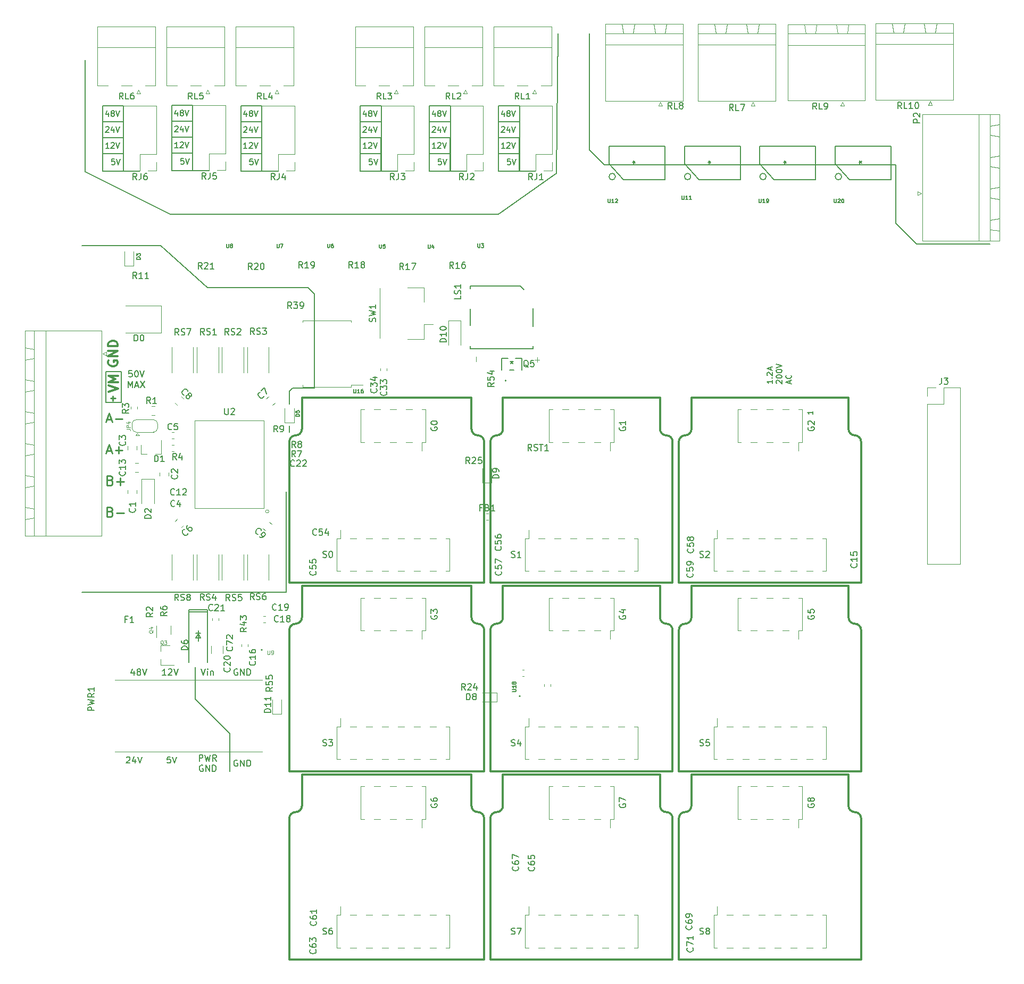
<source format=gbr>
G04 #@! TF.GenerationSoftware,KiCad,Pcbnew,5.1.5-52549c5~86~ubuntu16.04.1*
G04 #@! TF.CreationDate,2020-08-04T23:04:36-05:00*
G04 #@! TF.ProjectId,keep_breathing_ctrl,6b656570-5f62-4726-9561-7468696e675f,rev?*
G04 #@! TF.SameCoordinates,Original*
G04 #@! TF.FileFunction,Legend,Top*
G04 #@! TF.FilePolarity,Positive*
%FSLAX46Y46*%
G04 Gerber Fmt 4.6, Leading zero omitted, Abs format (unit mm)*
G04 Created by KiCad (PCBNEW 5.1.5-52549c5~86~ubuntu16.04.1) date 2020-08-04 23:04:36*
%MOMM*%
%LPD*%
G04 APERTURE LIST*
%ADD10C,0.150000*%
%ADD11C,0.300000*%
%ADD12C,0.250000*%
%ADD13C,0.200000*%
%ADD14C,0.140000*%
%ADD15C,0.120000*%
%ADD16C,0.100000*%
%ADD17C,0.152400*%
%ADD18C,0.127000*%
%ADD19C,0.015000*%
G04 APERTURE END LIST*
D10*
X181300000Y-55000000D02*
X178000000Y-51700000D01*
X129260000Y-40060000D02*
X129260000Y-21500000D01*
X131610000Y-42400000D02*
X129260000Y-40060000D01*
X181300000Y-55000000D02*
X193000000Y-55000000D01*
X178000000Y-42400000D02*
X178000000Y-51700000D01*
X67166666Y-137377380D02*
X67166666Y-136377380D01*
X67547619Y-136377380D01*
X67642857Y-136425000D01*
X67690476Y-136472619D01*
X67738095Y-136567857D01*
X67738095Y-136710714D01*
X67690476Y-136805952D01*
X67642857Y-136853571D01*
X67547619Y-136901190D01*
X67166666Y-136901190D01*
X68071428Y-136377380D02*
X68309523Y-137377380D01*
X68500000Y-136663095D01*
X68690476Y-137377380D01*
X68928571Y-136377380D01*
X69880952Y-137377380D02*
X69547619Y-136901190D01*
X69309523Y-137377380D02*
X69309523Y-136377380D01*
X69690476Y-136377380D01*
X69785714Y-136425000D01*
X69833333Y-136472619D01*
X69880952Y-136567857D01*
X69880952Y-136710714D01*
X69833333Y-136805952D01*
X69785714Y-136853571D01*
X69690476Y-136901190D01*
X69309523Y-136901190D01*
X67738095Y-138075000D02*
X67642857Y-138027380D01*
X67500000Y-138027380D01*
X67357142Y-138075000D01*
X67261904Y-138170238D01*
X67214285Y-138265476D01*
X67166666Y-138455952D01*
X67166666Y-138598809D01*
X67214285Y-138789285D01*
X67261904Y-138884523D01*
X67357142Y-138979761D01*
X67500000Y-139027380D01*
X67595238Y-139027380D01*
X67738095Y-138979761D01*
X67785714Y-138932142D01*
X67785714Y-138598809D01*
X67595238Y-138598809D01*
X68214285Y-139027380D02*
X68214285Y-138027380D01*
X68785714Y-139027380D01*
X68785714Y-138027380D01*
X69261904Y-139027380D02*
X69261904Y-138027380D01*
X69500000Y-138027380D01*
X69642857Y-138075000D01*
X69738095Y-138170238D01*
X69785714Y-138265476D01*
X69833333Y-138455952D01*
X69833333Y-138598809D01*
X69785714Y-138789285D01*
X69738095Y-138884523D01*
X69642857Y-138979761D01*
X69500000Y-139027380D01*
X69261904Y-139027380D01*
X62559523Y-136702380D02*
X62083333Y-136702380D01*
X62035714Y-137178571D01*
X62083333Y-137130952D01*
X62178571Y-137083333D01*
X62416666Y-137083333D01*
X62511904Y-137130952D01*
X62559523Y-137178571D01*
X62607142Y-137273809D01*
X62607142Y-137511904D01*
X62559523Y-137607142D01*
X62511904Y-137654761D01*
X62416666Y-137702380D01*
X62178571Y-137702380D01*
X62083333Y-137654761D01*
X62035714Y-137607142D01*
X62892857Y-136702380D02*
X63226190Y-137702380D01*
X63559523Y-136702380D01*
X55559523Y-136797619D02*
X55607142Y-136750000D01*
X55702380Y-136702380D01*
X55940476Y-136702380D01*
X56035714Y-136750000D01*
X56083333Y-136797619D01*
X56130952Y-136892857D01*
X56130952Y-136988095D01*
X56083333Y-137130952D01*
X55511904Y-137702380D01*
X56130952Y-137702380D01*
X56988095Y-137035714D02*
X56988095Y-137702380D01*
X56750000Y-136654761D02*
X56511904Y-137369047D01*
X57130952Y-137369047D01*
X57369047Y-136702380D02*
X57702380Y-137702380D01*
X58035714Y-136702380D01*
X61880952Y-123702380D02*
X61309523Y-123702380D01*
X61595238Y-123702380D02*
X61595238Y-122702380D01*
X61500000Y-122845238D01*
X61404761Y-122940476D01*
X61309523Y-122988095D01*
X62261904Y-122797619D02*
X62309523Y-122750000D01*
X62404761Y-122702380D01*
X62642857Y-122702380D01*
X62738095Y-122750000D01*
X62785714Y-122797619D01*
X62833333Y-122892857D01*
X62833333Y-122988095D01*
X62785714Y-123130952D01*
X62214285Y-123702380D01*
X62833333Y-123702380D01*
X63119047Y-122702380D02*
X63452380Y-123702380D01*
X63785714Y-122702380D01*
X56785714Y-123035714D02*
X56785714Y-123702380D01*
X56547619Y-122654761D02*
X56309523Y-123369047D01*
X56928571Y-123369047D01*
X57452380Y-123130952D02*
X57357142Y-123083333D01*
X57309523Y-123035714D01*
X57261904Y-122940476D01*
X57261904Y-122892857D01*
X57309523Y-122797619D01*
X57357142Y-122750000D01*
X57452380Y-122702380D01*
X57642857Y-122702380D01*
X57738095Y-122750000D01*
X57785714Y-122797619D01*
X57833333Y-122892857D01*
X57833333Y-122940476D01*
X57785714Y-123035714D01*
X57738095Y-123083333D01*
X57642857Y-123130952D01*
X57452380Y-123130952D01*
X57357142Y-123178571D01*
X57309523Y-123226190D01*
X57261904Y-123321428D01*
X57261904Y-123511904D01*
X57309523Y-123607142D01*
X57357142Y-123654761D01*
X57452380Y-123702380D01*
X57642857Y-123702380D01*
X57738095Y-123654761D01*
X57785714Y-123607142D01*
X57833333Y-123511904D01*
X57833333Y-123321428D01*
X57785714Y-123226190D01*
X57738095Y-123178571D01*
X57642857Y-123130952D01*
X58119047Y-122702380D02*
X58452380Y-123702380D01*
X58785714Y-122702380D01*
X73238095Y-137250000D02*
X73142857Y-137202380D01*
X73000000Y-137202380D01*
X72857142Y-137250000D01*
X72761904Y-137345238D01*
X72714285Y-137440476D01*
X72666666Y-137630952D01*
X72666666Y-137773809D01*
X72714285Y-137964285D01*
X72761904Y-138059523D01*
X72857142Y-138154761D01*
X73000000Y-138202380D01*
X73095238Y-138202380D01*
X73238095Y-138154761D01*
X73285714Y-138107142D01*
X73285714Y-137773809D01*
X73095238Y-137773809D01*
X73714285Y-138202380D02*
X73714285Y-137202380D01*
X74285714Y-138202380D01*
X74285714Y-137202380D01*
X74761904Y-138202380D02*
X74761904Y-137202380D01*
X75000000Y-137202380D01*
X75142857Y-137250000D01*
X75238095Y-137345238D01*
X75285714Y-137440476D01*
X75333333Y-137630952D01*
X75333333Y-137773809D01*
X75285714Y-137964285D01*
X75238095Y-138059523D01*
X75142857Y-138154761D01*
X75000000Y-138202380D01*
X74761904Y-138202380D01*
X73238095Y-122750000D02*
X73142857Y-122702380D01*
X73000000Y-122702380D01*
X72857142Y-122750000D01*
X72761904Y-122845238D01*
X72714285Y-122940476D01*
X72666666Y-123130952D01*
X72666666Y-123273809D01*
X72714285Y-123464285D01*
X72761904Y-123559523D01*
X72857142Y-123654761D01*
X73000000Y-123702380D01*
X73095238Y-123702380D01*
X73238095Y-123654761D01*
X73285714Y-123607142D01*
X73285714Y-123273809D01*
X73095238Y-123273809D01*
X73714285Y-123702380D02*
X73714285Y-122702380D01*
X74285714Y-123702380D01*
X74285714Y-122702380D01*
X74761904Y-123702380D02*
X74761904Y-122702380D01*
X75000000Y-122702380D01*
X75142857Y-122750000D01*
X75238095Y-122845238D01*
X75285714Y-122940476D01*
X75333333Y-123130952D01*
X75333333Y-123273809D01*
X75285714Y-123464285D01*
X75238095Y-123559523D01*
X75142857Y-123654761D01*
X75000000Y-123702380D01*
X74761904Y-123702380D01*
X67476190Y-122702380D02*
X67809523Y-123702380D01*
X68142857Y-122702380D01*
X68476190Y-123702380D02*
X68476190Y-123035714D01*
X68476190Y-122702380D02*
X68428571Y-122750000D01*
X68476190Y-122797619D01*
X68523809Y-122750000D01*
X68476190Y-122702380D01*
X68476190Y-122797619D01*
X68952380Y-123035714D02*
X68952380Y-123702380D01*
X68952380Y-123130952D02*
X69000000Y-123083333D01*
X69095238Y-123035714D01*
X69238095Y-123035714D01*
X69333333Y-123083333D01*
X69380952Y-123178571D01*
X69380952Y-123702380D01*
X66500000Y-124500000D02*
X66500000Y-122400000D01*
X72000000Y-133000000D02*
X72000000Y-139000000D01*
X66500000Y-127500000D02*
X72000000Y-133000000D01*
X66500000Y-124500000D02*
X66500000Y-127500000D01*
X49000000Y-43500000D02*
X49000000Y-25750000D01*
X114750000Y-50250000D02*
X124000000Y-43750000D01*
X55118000Y-43434000D02*
X57658000Y-43434000D01*
X55110000Y-40640000D02*
X51808000Y-40640000D01*
X55110000Y-35560000D02*
X51808000Y-35560000D01*
X51808000Y-43434000D02*
X55110000Y-43434000D01*
X52260571Y-36422857D02*
X52303428Y-36380000D01*
X52389142Y-36337142D01*
X52603428Y-36337142D01*
X52689142Y-36380000D01*
X52732000Y-36422857D01*
X52774857Y-36508571D01*
X52774857Y-36594285D01*
X52732000Y-36722857D01*
X52217714Y-37237142D01*
X52774857Y-37237142D01*
X53546285Y-36637142D02*
X53546285Y-37237142D01*
X53332000Y-36294285D02*
X53117714Y-36937142D01*
X53674857Y-36937142D01*
X53889142Y-36337142D02*
X54189142Y-37237142D01*
X54489142Y-36337142D01*
X55130000Y-33050000D02*
X51808000Y-33020000D01*
X51808000Y-33020000D02*
X51808000Y-43434000D01*
X53668571Y-41507142D02*
X53240000Y-41507142D01*
X53197142Y-41935714D01*
X53240000Y-41892857D01*
X53325714Y-41850000D01*
X53540000Y-41850000D01*
X53625714Y-41892857D01*
X53668571Y-41935714D01*
X53711428Y-42021428D01*
X53711428Y-42235714D01*
X53668571Y-42321428D01*
X53625714Y-42364285D01*
X53540000Y-42407142D01*
X53325714Y-42407142D01*
X53240000Y-42364285D01*
X53197142Y-42321428D01*
X53968571Y-41507142D02*
X54268571Y-42407142D01*
X54568571Y-41507142D01*
X51808000Y-38100000D02*
X55110000Y-38100000D01*
X52689142Y-34097142D02*
X52689142Y-34697142D01*
X52474857Y-33754285D02*
X52260571Y-34397142D01*
X52817714Y-34397142D01*
X53289142Y-34182857D02*
X53203428Y-34140000D01*
X53160571Y-34097142D01*
X53117714Y-34011428D01*
X53117714Y-33968571D01*
X53160571Y-33882857D01*
X53203428Y-33840000D01*
X53289142Y-33797142D01*
X53460571Y-33797142D01*
X53546285Y-33840000D01*
X53589142Y-33882857D01*
X53632000Y-33968571D01*
X53632000Y-34011428D01*
X53589142Y-34097142D01*
X53546285Y-34140000D01*
X53460571Y-34182857D01*
X53289142Y-34182857D01*
X53203428Y-34225714D01*
X53160571Y-34268571D01*
X53117714Y-34354285D01*
X53117714Y-34525714D01*
X53160571Y-34611428D01*
X53203428Y-34654285D01*
X53289142Y-34697142D01*
X53460571Y-34697142D01*
X53546285Y-34654285D01*
X53589142Y-34611428D01*
X53632000Y-34525714D01*
X53632000Y-34354285D01*
X53589142Y-34268571D01*
X53546285Y-34225714D01*
X53460571Y-34182857D01*
X53889142Y-33797142D02*
X54189142Y-34697142D01*
X54489142Y-33797142D01*
X52774857Y-39777142D02*
X52260571Y-39777142D01*
X52517714Y-39777142D02*
X52517714Y-38877142D01*
X52432000Y-39005714D01*
X52346285Y-39091428D01*
X52260571Y-39134285D01*
X53117714Y-38962857D02*
X53160571Y-38920000D01*
X53246285Y-38877142D01*
X53460571Y-38877142D01*
X53546285Y-38920000D01*
X53589142Y-38962857D01*
X53632000Y-39048571D01*
X53632000Y-39134285D01*
X53589142Y-39262857D01*
X53074857Y-39777142D01*
X53632000Y-39777142D01*
X53889142Y-38877142D02*
X54189142Y-39777142D01*
X54489142Y-38877142D01*
X55110000Y-43434000D02*
X55130000Y-33050000D01*
X66110000Y-40550000D02*
X62808000Y-40550000D01*
X66110000Y-35470000D02*
X62808000Y-35470000D01*
X62808000Y-43344000D02*
X68707000Y-43344000D01*
X63260571Y-36332857D02*
X63303428Y-36290000D01*
X63389142Y-36247142D01*
X63603428Y-36247142D01*
X63689142Y-36290000D01*
X63732000Y-36332857D01*
X63774857Y-36418571D01*
X63774857Y-36504285D01*
X63732000Y-36632857D01*
X63217714Y-37147142D01*
X63774857Y-37147142D01*
X64546285Y-36547142D02*
X64546285Y-37147142D01*
X64332000Y-36204285D02*
X64117714Y-36847142D01*
X64674857Y-36847142D01*
X64889142Y-36247142D02*
X65189142Y-37147142D01*
X65489142Y-36247142D01*
X66130000Y-32960000D02*
X62808000Y-32930000D01*
X62808000Y-32930000D02*
X62808000Y-43344000D01*
X64668571Y-41417142D02*
X64240000Y-41417142D01*
X64197142Y-41845714D01*
X64240000Y-41802857D01*
X64325714Y-41760000D01*
X64540000Y-41760000D01*
X64625714Y-41802857D01*
X64668571Y-41845714D01*
X64711428Y-41931428D01*
X64711428Y-42145714D01*
X64668571Y-42231428D01*
X64625714Y-42274285D01*
X64540000Y-42317142D01*
X64325714Y-42317142D01*
X64240000Y-42274285D01*
X64197142Y-42231428D01*
X64968571Y-41417142D02*
X65268571Y-42317142D01*
X65568571Y-41417142D01*
X62808000Y-38010000D02*
X66110000Y-38010000D01*
X63689142Y-34007142D02*
X63689142Y-34607142D01*
X63474857Y-33664285D02*
X63260571Y-34307142D01*
X63817714Y-34307142D01*
X64289142Y-34092857D02*
X64203428Y-34050000D01*
X64160571Y-34007142D01*
X64117714Y-33921428D01*
X64117714Y-33878571D01*
X64160571Y-33792857D01*
X64203428Y-33750000D01*
X64289142Y-33707142D01*
X64460571Y-33707142D01*
X64546285Y-33750000D01*
X64589142Y-33792857D01*
X64632000Y-33878571D01*
X64632000Y-33921428D01*
X64589142Y-34007142D01*
X64546285Y-34050000D01*
X64460571Y-34092857D01*
X64289142Y-34092857D01*
X64203428Y-34135714D01*
X64160571Y-34178571D01*
X64117714Y-34264285D01*
X64117714Y-34435714D01*
X64160571Y-34521428D01*
X64203428Y-34564285D01*
X64289142Y-34607142D01*
X64460571Y-34607142D01*
X64546285Y-34564285D01*
X64589142Y-34521428D01*
X64632000Y-34435714D01*
X64632000Y-34264285D01*
X64589142Y-34178571D01*
X64546285Y-34135714D01*
X64460571Y-34092857D01*
X64889142Y-33707142D02*
X65189142Y-34607142D01*
X65489142Y-33707142D01*
X63774857Y-39687142D02*
X63260571Y-39687142D01*
X63517714Y-39687142D02*
X63517714Y-38787142D01*
X63432000Y-38915714D01*
X63346285Y-39001428D01*
X63260571Y-39044285D01*
X64117714Y-38872857D02*
X64160571Y-38830000D01*
X64246285Y-38787142D01*
X64460571Y-38787142D01*
X64546285Y-38830000D01*
X64589142Y-38872857D01*
X64632000Y-38958571D01*
X64632000Y-39044285D01*
X64589142Y-39172857D01*
X64074857Y-39687142D01*
X64632000Y-39687142D01*
X64889142Y-38787142D02*
X65189142Y-39687142D01*
X65489142Y-38787142D01*
X66110000Y-43344000D02*
X66130000Y-32960000D01*
X77110000Y-40640000D02*
X73808000Y-40640000D01*
X77110000Y-35560000D02*
X73808000Y-35560000D01*
X73808000Y-43434000D02*
X79756000Y-43434000D01*
X74260571Y-36422857D02*
X74303428Y-36380000D01*
X74389142Y-36337142D01*
X74603428Y-36337142D01*
X74689142Y-36380000D01*
X74732000Y-36422857D01*
X74774857Y-36508571D01*
X74774857Y-36594285D01*
X74732000Y-36722857D01*
X74217714Y-37237142D01*
X74774857Y-37237142D01*
X75546285Y-36637142D02*
X75546285Y-37237142D01*
X75332000Y-36294285D02*
X75117714Y-36937142D01*
X75674857Y-36937142D01*
X75889142Y-36337142D02*
X76189142Y-37237142D01*
X76489142Y-36337142D01*
X77130000Y-33050000D02*
X73808000Y-33020000D01*
X73808000Y-33020000D02*
X73808000Y-43434000D01*
X75668571Y-41507142D02*
X75240000Y-41507142D01*
X75197142Y-41935714D01*
X75240000Y-41892857D01*
X75325714Y-41850000D01*
X75540000Y-41850000D01*
X75625714Y-41892857D01*
X75668571Y-41935714D01*
X75711428Y-42021428D01*
X75711428Y-42235714D01*
X75668571Y-42321428D01*
X75625714Y-42364285D01*
X75540000Y-42407142D01*
X75325714Y-42407142D01*
X75240000Y-42364285D01*
X75197142Y-42321428D01*
X75968571Y-41507142D02*
X76268571Y-42407142D01*
X76568571Y-41507142D01*
X73808000Y-38100000D02*
X77110000Y-38100000D01*
X74689142Y-34097142D02*
X74689142Y-34697142D01*
X74474857Y-33754285D02*
X74260571Y-34397142D01*
X74817714Y-34397142D01*
X75289142Y-34182857D02*
X75203428Y-34140000D01*
X75160571Y-34097142D01*
X75117714Y-34011428D01*
X75117714Y-33968571D01*
X75160571Y-33882857D01*
X75203428Y-33840000D01*
X75289142Y-33797142D01*
X75460571Y-33797142D01*
X75546285Y-33840000D01*
X75589142Y-33882857D01*
X75632000Y-33968571D01*
X75632000Y-34011428D01*
X75589142Y-34097142D01*
X75546285Y-34140000D01*
X75460571Y-34182857D01*
X75289142Y-34182857D01*
X75203428Y-34225714D01*
X75160571Y-34268571D01*
X75117714Y-34354285D01*
X75117714Y-34525714D01*
X75160571Y-34611428D01*
X75203428Y-34654285D01*
X75289142Y-34697142D01*
X75460571Y-34697142D01*
X75546285Y-34654285D01*
X75589142Y-34611428D01*
X75632000Y-34525714D01*
X75632000Y-34354285D01*
X75589142Y-34268571D01*
X75546285Y-34225714D01*
X75460571Y-34182857D01*
X75889142Y-33797142D02*
X76189142Y-34697142D01*
X76489142Y-33797142D01*
X74774857Y-39777142D02*
X74260571Y-39777142D01*
X74517714Y-39777142D02*
X74517714Y-38877142D01*
X74432000Y-39005714D01*
X74346285Y-39091428D01*
X74260571Y-39134285D01*
X75117714Y-38962857D02*
X75160571Y-38920000D01*
X75246285Y-38877142D01*
X75460571Y-38877142D01*
X75546285Y-38920000D01*
X75589142Y-38962857D01*
X75632000Y-39048571D01*
X75632000Y-39134285D01*
X75589142Y-39262857D01*
X75074857Y-39777142D01*
X75632000Y-39777142D01*
X75889142Y-38877142D02*
X76189142Y-39777142D01*
X76489142Y-38877142D01*
X77110000Y-43434000D02*
X77130000Y-33050000D01*
X96110000Y-40640000D02*
X92808000Y-40640000D01*
X96110000Y-35560000D02*
X92808000Y-35560000D01*
X92808000Y-43434000D02*
X98679000Y-43434000D01*
X93260571Y-36422857D02*
X93303428Y-36380000D01*
X93389142Y-36337142D01*
X93603428Y-36337142D01*
X93689142Y-36380000D01*
X93732000Y-36422857D01*
X93774857Y-36508571D01*
X93774857Y-36594285D01*
X93732000Y-36722857D01*
X93217714Y-37237142D01*
X93774857Y-37237142D01*
X94546285Y-36637142D02*
X94546285Y-37237142D01*
X94332000Y-36294285D02*
X94117714Y-36937142D01*
X94674857Y-36937142D01*
X94889142Y-36337142D02*
X95189142Y-37237142D01*
X95489142Y-36337142D01*
X96130000Y-33050000D02*
X92808000Y-33020000D01*
X92808000Y-33020000D02*
X92808000Y-43434000D01*
X94668571Y-41507142D02*
X94240000Y-41507142D01*
X94197142Y-41935714D01*
X94240000Y-41892857D01*
X94325714Y-41850000D01*
X94540000Y-41850000D01*
X94625714Y-41892857D01*
X94668571Y-41935714D01*
X94711428Y-42021428D01*
X94711428Y-42235714D01*
X94668571Y-42321428D01*
X94625714Y-42364285D01*
X94540000Y-42407142D01*
X94325714Y-42407142D01*
X94240000Y-42364285D01*
X94197142Y-42321428D01*
X94968571Y-41507142D02*
X95268571Y-42407142D01*
X95568571Y-41507142D01*
X92808000Y-38100000D02*
X96110000Y-38100000D01*
X93689142Y-34097142D02*
X93689142Y-34697142D01*
X93474857Y-33754285D02*
X93260571Y-34397142D01*
X93817714Y-34397142D01*
X94289142Y-34182857D02*
X94203428Y-34140000D01*
X94160571Y-34097142D01*
X94117714Y-34011428D01*
X94117714Y-33968571D01*
X94160571Y-33882857D01*
X94203428Y-33840000D01*
X94289142Y-33797142D01*
X94460571Y-33797142D01*
X94546285Y-33840000D01*
X94589142Y-33882857D01*
X94632000Y-33968571D01*
X94632000Y-34011428D01*
X94589142Y-34097142D01*
X94546285Y-34140000D01*
X94460571Y-34182857D01*
X94289142Y-34182857D01*
X94203428Y-34225714D01*
X94160571Y-34268571D01*
X94117714Y-34354285D01*
X94117714Y-34525714D01*
X94160571Y-34611428D01*
X94203428Y-34654285D01*
X94289142Y-34697142D01*
X94460571Y-34697142D01*
X94546285Y-34654285D01*
X94589142Y-34611428D01*
X94632000Y-34525714D01*
X94632000Y-34354285D01*
X94589142Y-34268571D01*
X94546285Y-34225714D01*
X94460571Y-34182857D01*
X94889142Y-33797142D02*
X95189142Y-34697142D01*
X95489142Y-33797142D01*
X93774857Y-39777142D02*
X93260571Y-39777142D01*
X93517714Y-39777142D02*
X93517714Y-38877142D01*
X93432000Y-39005714D01*
X93346285Y-39091428D01*
X93260571Y-39134285D01*
X94117714Y-38962857D02*
X94160571Y-38920000D01*
X94246285Y-38877142D01*
X94460571Y-38877142D01*
X94546285Y-38920000D01*
X94589142Y-38962857D01*
X94632000Y-39048571D01*
X94632000Y-39134285D01*
X94589142Y-39262857D01*
X94074857Y-39777142D01*
X94632000Y-39777142D01*
X94889142Y-38877142D02*
X95189142Y-39777142D01*
X95489142Y-38877142D01*
X96110000Y-43434000D02*
X96130000Y-33050000D01*
X107110000Y-40640000D02*
X103808000Y-40640000D01*
X107110000Y-35560000D02*
X103808000Y-35560000D01*
X103808000Y-43434000D02*
X109728000Y-43434000D01*
X104260571Y-36422857D02*
X104303428Y-36380000D01*
X104389142Y-36337142D01*
X104603428Y-36337142D01*
X104689142Y-36380000D01*
X104732000Y-36422857D01*
X104774857Y-36508571D01*
X104774857Y-36594285D01*
X104732000Y-36722857D01*
X104217714Y-37237142D01*
X104774857Y-37237142D01*
X105546285Y-36637142D02*
X105546285Y-37237142D01*
X105332000Y-36294285D02*
X105117714Y-36937142D01*
X105674857Y-36937142D01*
X105889142Y-36337142D02*
X106189142Y-37237142D01*
X106489142Y-36337142D01*
X107130000Y-33050000D02*
X103808000Y-33020000D01*
X103808000Y-33020000D02*
X103808000Y-43434000D01*
X105668571Y-41507142D02*
X105240000Y-41507142D01*
X105197142Y-41935714D01*
X105240000Y-41892857D01*
X105325714Y-41850000D01*
X105540000Y-41850000D01*
X105625714Y-41892857D01*
X105668571Y-41935714D01*
X105711428Y-42021428D01*
X105711428Y-42235714D01*
X105668571Y-42321428D01*
X105625714Y-42364285D01*
X105540000Y-42407142D01*
X105325714Y-42407142D01*
X105240000Y-42364285D01*
X105197142Y-42321428D01*
X105968571Y-41507142D02*
X106268571Y-42407142D01*
X106568571Y-41507142D01*
X103808000Y-38100000D02*
X107110000Y-38100000D01*
X104689142Y-34097142D02*
X104689142Y-34697142D01*
X104474857Y-33754285D02*
X104260571Y-34397142D01*
X104817714Y-34397142D01*
X105289142Y-34182857D02*
X105203428Y-34140000D01*
X105160571Y-34097142D01*
X105117714Y-34011428D01*
X105117714Y-33968571D01*
X105160571Y-33882857D01*
X105203428Y-33840000D01*
X105289142Y-33797142D01*
X105460571Y-33797142D01*
X105546285Y-33840000D01*
X105589142Y-33882857D01*
X105632000Y-33968571D01*
X105632000Y-34011428D01*
X105589142Y-34097142D01*
X105546285Y-34140000D01*
X105460571Y-34182857D01*
X105289142Y-34182857D01*
X105203428Y-34225714D01*
X105160571Y-34268571D01*
X105117714Y-34354285D01*
X105117714Y-34525714D01*
X105160571Y-34611428D01*
X105203428Y-34654285D01*
X105289142Y-34697142D01*
X105460571Y-34697142D01*
X105546285Y-34654285D01*
X105589142Y-34611428D01*
X105632000Y-34525714D01*
X105632000Y-34354285D01*
X105589142Y-34268571D01*
X105546285Y-34225714D01*
X105460571Y-34182857D01*
X105889142Y-33797142D02*
X106189142Y-34697142D01*
X106489142Y-33797142D01*
X104774857Y-39777142D02*
X104260571Y-39777142D01*
X104517714Y-39777142D02*
X104517714Y-38877142D01*
X104432000Y-39005714D01*
X104346285Y-39091428D01*
X104260571Y-39134285D01*
X105117714Y-38962857D02*
X105160571Y-38920000D01*
X105246285Y-38877142D01*
X105460571Y-38877142D01*
X105546285Y-38920000D01*
X105589142Y-38962857D01*
X105632000Y-39048571D01*
X105632000Y-39134285D01*
X105589142Y-39262857D01*
X105074857Y-39777142D01*
X105632000Y-39777142D01*
X105889142Y-38877142D02*
X106189142Y-39777142D01*
X106489142Y-38877142D01*
X107110000Y-43434000D02*
X107130000Y-33050000D01*
X118110000Y-40640000D02*
X114808000Y-40640000D01*
X114808000Y-38100000D02*
X118110000Y-38100000D01*
X118110000Y-35560000D02*
X114808000Y-35560000D01*
X118110000Y-43434000D02*
X118130000Y-33050000D01*
X114808000Y-43434000D02*
X120650000Y-43434000D01*
X114808000Y-33020000D02*
X114808000Y-43434000D01*
X118130000Y-33050000D02*
X114808000Y-33020000D01*
X115689142Y-34097142D02*
X115689142Y-34697142D01*
X115474857Y-33754285D02*
X115260571Y-34397142D01*
X115817714Y-34397142D01*
X116289142Y-34182857D02*
X116203428Y-34140000D01*
X116160571Y-34097142D01*
X116117714Y-34011428D01*
X116117714Y-33968571D01*
X116160571Y-33882857D01*
X116203428Y-33840000D01*
X116289142Y-33797142D01*
X116460571Y-33797142D01*
X116546285Y-33840000D01*
X116589142Y-33882857D01*
X116632000Y-33968571D01*
X116632000Y-34011428D01*
X116589142Y-34097142D01*
X116546285Y-34140000D01*
X116460571Y-34182857D01*
X116289142Y-34182857D01*
X116203428Y-34225714D01*
X116160571Y-34268571D01*
X116117714Y-34354285D01*
X116117714Y-34525714D01*
X116160571Y-34611428D01*
X116203428Y-34654285D01*
X116289142Y-34697142D01*
X116460571Y-34697142D01*
X116546285Y-34654285D01*
X116589142Y-34611428D01*
X116632000Y-34525714D01*
X116632000Y-34354285D01*
X116589142Y-34268571D01*
X116546285Y-34225714D01*
X116460571Y-34182857D01*
X116889142Y-33797142D02*
X117189142Y-34697142D01*
X117489142Y-33797142D01*
X115260571Y-36422857D02*
X115303428Y-36380000D01*
X115389142Y-36337142D01*
X115603428Y-36337142D01*
X115689142Y-36380000D01*
X115732000Y-36422857D01*
X115774857Y-36508571D01*
X115774857Y-36594285D01*
X115732000Y-36722857D01*
X115217714Y-37237142D01*
X115774857Y-37237142D01*
X116546285Y-36637142D02*
X116546285Y-37237142D01*
X116332000Y-36294285D02*
X116117714Y-36937142D01*
X116674857Y-36937142D01*
X116889142Y-36337142D02*
X117189142Y-37237142D01*
X117489142Y-36337142D01*
X115774857Y-39777142D02*
X115260571Y-39777142D01*
X115517714Y-39777142D02*
X115517714Y-38877142D01*
X115432000Y-39005714D01*
X115346285Y-39091428D01*
X115260571Y-39134285D01*
X116117714Y-38962857D02*
X116160571Y-38920000D01*
X116246285Y-38877142D01*
X116460571Y-38877142D01*
X116546285Y-38920000D01*
X116589142Y-38962857D01*
X116632000Y-39048571D01*
X116632000Y-39134285D01*
X116589142Y-39262857D01*
X116074857Y-39777142D01*
X116632000Y-39777142D01*
X116889142Y-38877142D02*
X117189142Y-39777142D01*
X117489142Y-38877142D01*
X116668571Y-41507142D02*
X116240000Y-41507142D01*
X116197142Y-41935714D01*
X116240000Y-41892857D01*
X116325714Y-41850000D01*
X116540000Y-41850000D01*
X116625714Y-41892857D01*
X116668571Y-41935714D01*
X116711428Y-42021428D01*
X116711428Y-42235714D01*
X116668571Y-42321428D01*
X116625714Y-42364285D01*
X116540000Y-42407142D01*
X116325714Y-42407142D01*
X116240000Y-42364285D01*
X116197142Y-42321428D01*
X116968571Y-41507142D02*
X117268571Y-42407142D01*
X117568571Y-41507142D01*
X164786904Y-81671428D02*
X164786904Y-82128571D01*
X164786904Y-81900000D02*
X163986904Y-81900000D01*
X164101190Y-81976190D01*
X164177380Y-82052380D01*
X164215476Y-82128571D01*
D11*
X112500000Y-169000000D02*
X81500000Y-169000000D01*
X142500000Y-169000000D02*
X113500000Y-169000000D01*
X143500000Y-169000000D02*
X172500000Y-169000000D01*
X142500000Y-146500000D02*
X142500000Y-169000000D01*
X142500000Y-139000000D02*
X113500000Y-139000000D01*
X143500000Y-139000000D02*
X172500000Y-139000000D01*
X142500000Y-116500000D02*
X142500000Y-139000000D01*
X142500000Y-109000000D02*
X113500000Y-109000000D01*
X143500000Y-109000000D02*
X172500000Y-109000000D01*
X143500000Y-86500000D02*
X143500000Y-109000000D01*
X112500000Y-109000000D02*
X81500000Y-109000000D01*
X113500000Y-116500000D02*
X113500000Y-139000000D01*
X113500000Y-146500000D02*
X113500000Y-169000000D01*
X112500000Y-86500000D02*
X112500000Y-109000000D01*
D10*
X81000000Y-110500000D02*
X48500000Y-110500000D01*
X81000000Y-94500000D02*
X81000000Y-110500000D01*
X81500000Y-84000000D02*
X81500000Y-85000000D01*
X81500000Y-78500000D02*
X82000000Y-78000000D01*
X81500000Y-80500000D02*
X81500000Y-78500000D01*
X85500000Y-78000000D02*
X82000000Y-78000000D01*
X85500000Y-63000000D02*
X85500000Y-78000000D01*
X84500000Y-62000000D02*
X85500000Y-63000000D01*
X68500000Y-62000000D02*
X84500000Y-62000000D01*
X68500000Y-62000000D02*
X60980000Y-55310000D01*
X48480000Y-55310000D02*
X60980000Y-55310000D01*
X62500000Y-50250000D02*
X49000000Y-43500000D01*
X114750000Y-50250000D02*
X62500000Y-50250000D01*
X124250000Y-21500000D02*
X124000000Y-43750000D01*
X178000000Y-42400000D02*
X131610000Y-42400000D01*
X158407142Y-76716785D02*
X158407142Y-77231071D01*
X158407142Y-76973928D02*
X157507142Y-76973928D01*
X157635714Y-77059642D01*
X157721428Y-77145357D01*
X157764285Y-77231071D01*
X158321428Y-76331071D02*
X158364285Y-76288214D01*
X158407142Y-76331071D01*
X158364285Y-76373928D01*
X158321428Y-76331071D01*
X158407142Y-76331071D01*
X157592857Y-75945357D02*
X157550000Y-75902500D01*
X157507142Y-75816785D01*
X157507142Y-75602500D01*
X157550000Y-75516785D01*
X157592857Y-75473928D01*
X157678571Y-75431071D01*
X157764285Y-75431071D01*
X157892857Y-75473928D01*
X158407142Y-75988214D01*
X158407142Y-75431071D01*
X158150000Y-75088214D02*
X158150000Y-74659642D01*
X158407142Y-75173928D02*
X157507142Y-74873928D01*
X158407142Y-74573928D01*
X159092857Y-77231071D02*
X159050000Y-77188214D01*
X159007142Y-77102500D01*
X159007142Y-76888214D01*
X159050000Y-76802500D01*
X159092857Y-76759642D01*
X159178571Y-76716785D01*
X159264285Y-76716785D01*
X159392857Y-76759642D01*
X159907142Y-77273928D01*
X159907142Y-76716785D01*
X159007142Y-76159642D02*
X159007142Y-76073928D01*
X159050000Y-75988214D01*
X159092857Y-75945357D01*
X159178571Y-75902500D01*
X159350000Y-75859642D01*
X159564285Y-75859642D01*
X159735714Y-75902500D01*
X159821428Y-75945357D01*
X159864285Y-75988214D01*
X159907142Y-76073928D01*
X159907142Y-76159642D01*
X159864285Y-76245357D01*
X159821428Y-76288214D01*
X159735714Y-76331071D01*
X159564285Y-76373928D01*
X159350000Y-76373928D01*
X159178571Y-76331071D01*
X159092857Y-76288214D01*
X159050000Y-76245357D01*
X159007142Y-76159642D01*
X159007142Y-75302500D02*
X159007142Y-75216785D01*
X159050000Y-75131071D01*
X159092857Y-75088214D01*
X159178571Y-75045357D01*
X159350000Y-75002500D01*
X159564285Y-75002500D01*
X159735714Y-75045357D01*
X159821428Y-75088214D01*
X159864285Y-75131071D01*
X159907142Y-75216785D01*
X159907142Y-75302500D01*
X159864285Y-75388214D01*
X159821428Y-75431071D01*
X159735714Y-75473928D01*
X159564285Y-75516785D01*
X159350000Y-75516785D01*
X159178571Y-75473928D01*
X159092857Y-75431071D01*
X159050000Y-75388214D01*
X159007142Y-75302500D01*
X159007142Y-74745357D02*
X159907142Y-74445357D01*
X159007142Y-74145357D01*
X161150000Y-77231071D02*
X161150000Y-76802500D01*
X161407142Y-77316785D02*
X160507142Y-77016785D01*
X161407142Y-76716785D01*
X161321428Y-75902500D02*
X161364285Y-75945357D01*
X161407142Y-76073928D01*
X161407142Y-76159642D01*
X161364285Y-76288214D01*
X161278571Y-76373928D01*
X161192857Y-76416785D01*
X161021428Y-76459642D01*
X160892857Y-76459642D01*
X160721428Y-76416785D01*
X160635714Y-76373928D01*
X160550000Y-76288214D01*
X160507142Y-76159642D01*
X160507142Y-76073928D01*
X160550000Y-75945357D01*
X160592857Y-75902500D01*
D11*
X143500000Y-146500000D02*
X143500000Y-169000000D01*
X172500000Y-169000000D02*
X172500000Y-146500000D01*
X172500000Y-109000000D02*
X172500000Y-86500000D01*
X142500000Y-109000000D02*
X142500000Y-86500000D01*
X172500000Y-139000000D02*
X172500000Y-116500000D01*
X81500000Y-139000000D02*
X81500000Y-116500000D01*
X112500000Y-139000000D02*
X81500000Y-139000000D01*
X140500000Y-139500000D02*
X115500000Y-139500000D01*
X170500000Y-139500000D02*
X145500000Y-139500000D01*
X171500000Y-85500000D02*
G75*
G02X172500000Y-86500000I0J-1000000D01*
G01*
X171500000Y-85500000D02*
G75*
G02X170500000Y-84500000I0J1000000D01*
G01*
X143500000Y-86500000D02*
G75*
G02X144500000Y-85500000I1000000J0D01*
G01*
X145500000Y-84500000D02*
G75*
G02X144500000Y-85500000I-1000000J0D01*
G01*
X141500000Y-85500000D02*
G75*
G02X142500000Y-86500000I0J-1000000D01*
G01*
X141500000Y-85500000D02*
G75*
G02X140500000Y-84500000I0J1000000D01*
G01*
X113500000Y-86500000D02*
G75*
G02X114500000Y-85500000I1000000J0D01*
G01*
X115500000Y-84500000D02*
G75*
G02X114500000Y-85500000I-1000000J0D01*
G01*
X145500000Y-79500000D02*
X170500000Y-79500000D01*
X145500000Y-84500000D02*
X145500000Y-79500000D01*
X140500000Y-79500000D02*
X140500000Y-84500000D01*
X115500000Y-79500000D02*
X140500000Y-79500000D01*
X115500000Y-84500000D02*
X115500000Y-79500000D01*
X110500000Y-79500000D02*
X83500000Y-79500000D01*
X170500000Y-79500000D02*
X170500000Y-84500000D01*
X171500000Y-115500000D02*
G75*
G02X172500000Y-116500000I0J-1000000D01*
G01*
X171500000Y-115500000D02*
G75*
G02X170500000Y-114500000I0J1000000D01*
G01*
X170500000Y-109500000D02*
X145500000Y-109500000D01*
X171500000Y-145500000D02*
G75*
G02X172500000Y-146500000I0J-1000000D01*
G01*
X171500000Y-145500000D02*
G75*
G02X170500000Y-144500000I0J1000000D01*
G01*
X143500000Y-146500000D02*
G75*
G02X144500000Y-145500000I1000000J0D01*
G01*
X141500000Y-145500000D02*
G75*
G02X142500000Y-146500000I0J-1000000D01*
G01*
X141500000Y-145500000D02*
G75*
G02X140500000Y-144500000I0J1000000D01*
G01*
X145500000Y-144500000D02*
G75*
G02X144500000Y-145500000I-1000000J0D01*
G01*
X113500000Y-146500000D02*
G75*
G02X114500000Y-145500000I1000000J0D01*
G01*
X115500000Y-144500000D02*
G75*
G02X114500000Y-145500000I-1000000J0D01*
G01*
X115500000Y-139500000D02*
X115500000Y-144500000D01*
X140500000Y-139500000D02*
X140500000Y-144500000D01*
X143500000Y-116500000D02*
X143500000Y-139000000D01*
X145500000Y-114500000D02*
G75*
G02X144500000Y-115500000I-1000000J0D01*
G01*
X143500000Y-116500000D02*
G75*
G02X144500000Y-115500000I1000000J0D01*
G01*
X141500000Y-115500000D02*
G75*
G02X142500000Y-116500000I0J-1000000D01*
G01*
X141500000Y-115500000D02*
G75*
G02X140500000Y-114500000I0J1000000D01*
G01*
X115500000Y-109500000D02*
X140500000Y-109500000D01*
X113500000Y-116500000D02*
G75*
G02X114500000Y-115500000I1000000J0D01*
G01*
X115500000Y-114500000D02*
G75*
G02X114500000Y-115500000I-1000000J0D01*
G01*
X115500000Y-109500000D02*
X115500000Y-114500000D01*
X140500000Y-109500000D02*
X140500000Y-114500000D01*
X145500000Y-109500000D02*
X145500000Y-114500000D01*
X170500000Y-109500000D02*
X170500000Y-114500000D01*
X170500000Y-139500000D02*
X170500000Y-144500000D01*
X145500000Y-139500000D02*
X145500000Y-144500000D01*
X81500000Y-86500000D02*
X81500000Y-109000000D01*
X112500000Y-116500000D02*
X112500000Y-139000000D01*
X111500000Y-115500000D02*
G75*
G02X112500000Y-116500000I0J-1000000D01*
G01*
X111500000Y-115500000D02*
G75*
G02X110500000Y-114500000I0J1000000D01*
G01*
X83500000Y-109500000D02*
X110500000Y-109500000D01*
X83500000Y-114500000D02*
X83500000Y-109500000D01*
X110500000Y-109500000D02*
X110500000Y-114500000D01*
X113500000Y-86500000D02*
X113500000Y-109000000D01*
X111500000Y-85500000D02*
G75*
G02X112500000Y-86500000I0J-1000000D01*
G01*
X111500000Y-85500000D02*
G75*
G02X110500000Y-84500000I0J1000000D01*
G01*
X110500000Y-79500000D02*
X110500000Y-84500000D01*
X112500000Y-146500000D02*
X112500000Y-169000000D01*
X111500000Y-145500000D02*
G75*
G02X112500000Y-146500000I0J-1000000D01*
G01*
X111500000Y-145500000D02*
G75*
G02X110500000Y-144500000I0J1000000D01*
G01*
X110500000Y-139500000D02*
X110500000Y-144500000D01*
X83500000Y-139500000D02*
X110500000Y-139500000D01*
X81500000Y-146500000D02*
X81500000Y-169000000D01*
X83500000Y-144500000D02*
X83500000Y-139500000D01*
X81500000Y-146500000D02*
G75*
G02X82500000Y-145500000I1000000J0D01*
G01*
X83500000Y-144500000D02*
G75*
G02X82500000Y-145500000I-1000000J0D01*
G01*
X81500000Y-116500000D02*
G75*
G02X82500000Y-115500000I1000000J0D01*
G01*
X83500000Y-114500000D02*
G75*
G02X82500000Y-115500000I-1000000J0D01*
G01*
X81500000Y-86500000D02*
G75*
G02X82500000Y-85500000I1000000J0D01*
G01*
X83500000Y-84500000D02*
G75*
G02X82500000Y-85500000I-1000000J0D01*
G01*
X83500000Y-79500000D02*
X83500000Y-84500000D01*
X52747500Y-73608857D02*
X52676071Y-73751714D01*
X52676071Y-73966000D01*
X52747500Y-74180285D01*
X52890357Y-74323142D01*
X53033214Y-74394571D01*
X53318928Y-74466000D01*
X53533214Y-74466000D01*
X53818928Y-74394571D01*
X53961785Y-74323142D01*
X54104642Y-74180285D01*
X54176071Y-73966000D01*
X54176071Y-73823142D01*
X54104642Y-73608857D01*
X54033214Y-73537428D01*
X53533214Y-73537428D01*
X53533214Y-73823142D01*
X54176071Y-72894571D02*
X52676071Y-72894571D01*
X54176071Y-72037428D01*
X52676071Y-72037428D01*
X54176071Y-71323142D02*
X52676071Y-71323142D01*
X52676071Y-70966000D01*
X52747500Y-70751714D01*
X52890357Y-70608857D01*
X53033214Y-70537428D01*
X53318928Y-70466000D01*
X53533214Y-70466000D01*
X53818928Y-70537428D01*
X53961785Y-70608857D01*
X54104642Y-70751714D01*
X54176071Y-70966000D01*
X54176071Y-71323142D01*
D12*
X53053047Y-79585928D02*
X53814952Y-79585928D01*
X53434000Y-79966880D02*
X53434000Y-79204976D01*
D11*
X52739571Y-78522142D02*
X54239571Y-78022142D01*
X52739571Y-77522142D01*
X54239571Y-77022142D02*
X52739571Y-77022142D01*
X53811000Y-76522142D01*
X52739571Y-76022142D01*
X54239571Y-76022142D01*
D13*
X54767500Y-75323500D02*
X52291000Y-75323500D01*
X52291000Y-80276500D02*
X52291000Y-75323500D01*
X54767500Y-80276500D02*
X54767500Y-75323500D01*
X52291000Y-80276500D02*
X54767500Y-80276500D01*
X56450333Y-75195880D02*
X55974142Y-75195880D01*
X55926523Y-75672071D01*
X55974142Y-75624452D01*
X56069380Y-75576833D01*
X56307476Y-75576833D01*
X56402714Y-75624452D01*
X56450333Y-75672071D01*
X56497952Y-75767309D01*
X56497952Y-76005404D01*
X56450333Y-76100642D01*
X56402714Y-76148261D01*
X56307476Y-76195880D01*
X56069380Y-76195880D01*
X55974142Y-76148261D01*
X55926523Y-76100642D01*
X57117000Y-75195880D02*
X57212238Y-75195880D01*
X57307476Y-75243500D01*
X57355095Y-75291119D01*
X57402714Y-75386357D01*
X57450333Y-75576833D01*
X57450333Y-75814928D01*
X57402714Y-76005404D01*
X57355095Y-76100642D01*
X57307476Y-76148261D01*
X57212238Y-76195880D01*
X57117000Y-76195880D01*
X57021761Y-76148261D01*
X56974142Y-76100642D01*
X56926523Y-76005404D01*
X56878904Y-75814928D01*
X56878904Y-75576833D01*
X56926523Y-75386357D01*
X56974142Y-75291119D01*
X57021761Y-75243500D01*
X57117000Y-75195880D01*
X57736047Y-75195880D02*
X58069380Y-76195880D01*
X58402714Y-75195880D01*
X55878904Y-77895880D02*
X55878904Y-76895880D01*
X56212238Y-77610166D01*
X56545571Y-76895880D01*
X56545571Y-77895880D01*
X56974142Y-77610166D02*
X57450333Y-77610166D01*
X56878904Y-77895880D02*
X57212238Y-76895880D01*
X57545571Y-77895880D01*
X57783666Y-76895880D02*
X58450333Y-77895880D01*
X58450333Y-76895880D02*
X57783666Y-77895880D01*
D12*
X52421714Y-82996000D02*
X53136000Y-82996000D01*
X52278857Y-83424571D02*
X52778857Y-81924571D01*
X53278857Y-83424571D01*
X53778857Y-82853142D02*
X54921714Y-82853142D01*
X52421714Y-87996000D02*
X53136000Y-87996000D01*
X52278857Y-88424571D02*
X52778857Y-86924571D01*
X53278857Y-88424571D01*
X53778857Y-87853142D02*
X54921714Y-87853142D01*
X54350285Y-88424571D02*
X54350285Y-87281714D01*
X52993142Y-92638857D02*
X53207428Y-92710285D01*
X53278857Y-92781714D01*
X53350285Y-92924571D01*
X53350285Y-93138857D01*
X53278857Y-93281714D01*
X53207428Y-93353142D01*
X53064571Y-93424571D01*
X52493142Y-93424571D01*
X52493142Y-91924571D01*
X52993142Y-91924571D01*
X53136000Y-91996000D01*
X53207428Y-92067428D01*
X53278857Y-92210285D01*
X53278857Y-92353142D01*
X53207428Y-92496000D01*
X53136000Y-92567428D01*
X52993142Y-92638857D01*
X52493142Y-92638857D01*
X53993142Y-92853142D02*
X55136000Y-92853142D01*
X54564571Y-93424571D02*
X54564571Y-92281714D01*
X52993142Y-97638857D02*
X53207428Y-97710285D01*
X53278857Y-97781714D01*
X53350285Y-97924571D01*
X53350285Y-98138857D01*
X53278857Y-98281714D01*
X53207428Y-98353142D01*
X53064571Y-98424571D01*
X52493142Y-98424571D01*
X52493142Y-96924571D01*
X52993142Y-96924571D01*
X53136000Y-96996000D01*
X53207428Y-97067428D01*
X53278857Y-97210285D01*
X53278857Y-97353142D01*
X53207428Y-97496000D01*
X53136000Y-97567428D01*
X52993142Y-97638857D01*
X52493142Y-97638857D01*
X53993142Y-97853142D02*
X55136000Y-97853142D01*
D14*
X77170000Y-119670000D02*
G75*
G03X77170000Y-119670000I-70000J0D01*
G01*
D15*
X118557221Y-123830000D02*
X118882779Y-123830000D01*
X118557221Y-122810000D02*
X118882779Y-122810000D01*
D16*
X78226000Y-97619000D02*
G75*
G03X78226000Y-97619000I-250000J0D01*
G01*
X77476000Y-83119000D02*
X77476000Y-97119000D01*
X66476000Y-83119000D02*
X77476000Y-83119000D01*
X66476000Y-97119000D02*
X66476000Y-83119000D01*
X77476000Y-97119000D02*
X66476000Y-97119000D01*
D17*
X116281860Y-73268000D02*
X115313000Y-73268000D01*
X116548139Y-75072000D02*
X117231861Y-75072000D01*
X118467000Y-75072000D02*
X118467000Y-73268000D01*
X118467000Y-73268000D02*
X117498140Y-73268000D01*
X115313000Y-73268000D02*
X115313000Y-75072000D01*
X116016200Y-76787600D02*
G75*
G03X116016200Y-76787600I-76200J0D01*
G01*
D18*
X118270000Y-61690000D02*
X118870000Y-62290000D01*
X120270000Y-65237000D02*
X120270000Y-68133000D01*
X110270000Y-61690000D02*
X118270000Y-61690000D01*
X110270000Y-62133000D02*
X110270000Y-61690000D01*
X110270000Y-68006000D02*
X110270000Y-65374000D01*
X110270000Y-71690000D02*
X110270000Y-71247000D01*
X120270000Y-71690000D02*
X120270000Y-71247000D01*
X110270000Y-71690000D02*
X120270000Y-71690000D01*
D16*
X77175000Y-135850000D02*
X53725000Y-135850000D01*
X77175000Y-124450000D02*
X53725000Y-124450000D01*
D15*
X60330000Y-43330000D02*
X59000000Y-43330000D01*
X60330000Y-42000000D02*
X60330000Y-43330000D01*
X57730000Y-43330000D02*
X55130000Y-43330000D01*
X57730000Y-40730000D02*
X57730000Y-43330000D01*
X60330000Y-40730000D02*
X57730000Y-40730000D01*
X55130000Y-43330000D02*
X55130000Y-33050000D01*
X60330000Y-40730000D02*
X60330000Y-33050000D01*
X60330000Y-33050000D02*
X55130000Y-33050000D01*
X71330000Y-43240000D02*
X70000000Y-43240000D01*
X71330000Y-41910000D02*
X71330000Y-43240000D01*
X68730000Y-43240000D02*
X66130000Y-43240000D01*
X68730000Y-40640000D02*
X68730000Y-43240000D01*
X71330000Y-40640000D02*
X68730000Y-40640000D01*
X66130000Y-43240000D02*
X66130000Y-32960000D01*
X71330000Y-40640000D02*
X71330000Y-32960000D01*
X71330000Y-32960000D02*
X66130000Y-32960000D01*
X82330000Y-43330000D02*
X81000000Y-43330000D01*
X82330000Y-42000000D02*
X82330000Y-43330000D01*
X79730000Y-43330000D02*
X77130000Y-43330000D01*
X79730000Y-40730000D02*
X79730000Y-43330000D01*
X82330000Y-40730000D02*
X79730000Y-40730000D01*
X77130000Y-43330000D02*
X77130000Y-33050000D01*
X82330000Y-40730000D02*
X82330000Y-33050000D01*
X82330000Y-33050000D02*
X77130000Y-33050000D01*
X101330000Y-43330000D02*
X100000000Y-43330000D01*
X101330000Y-42000000D02*
X101330000Y-43330000D01*
X98730000Y-43330000D02*
X96130000Y-43330000D01*
X98730000Y-40730000D02*
X98730000Y-43330000D01*
X101330000Y-40730000D02*
X98730000Y-40730000D01*
X96130000Y-43330000D02*
X96130000Y-33050000D01*
X101330000Y-40730000D02*
X101330000Y-33050000D01*
X101330000Y-33050000D02*
X96130000Y-33050000D01*
X112330000Y-43330000D02*
X111000000Y-43330000D01*
X112330000Y-42000000D02*
X112330000Y-43330000D01*
X109730000Y-43330000D02*
X107130000Y-43330000D01*
X109730000Y-40730000D02*
X109730000Y-43330000D01*
X112330000Y-40730000D02*
X109730000Y-40730000D01*
X107130000Y-43330000D02*
X107130000Y-33050000D01*
X112330000Y-40730000D02*
X112330000Y-33050000D01*
X112330000Y-33050000D02*
X107130000Y-33050000D01*
X123330000Y-43330000D02*
X122000000Y-43330000D01*
X123330000Y-42000000D02*
X123330000Y-43330000D01*
X120730000Y-43330000D02*
X118130000Y-43330000D01*
X120730000Y-40730000D02*
X120730000Y-43330000D01*
X123330000Y-40730000D02*
X120730000Y-40730000D01*
X118130000Y-43330000D02*
X118130000Y-33050000D01*
X123330000Y-40730000D02*
X123330000Y-33050000D01*
X123330000Y-33050000D02*
X118130000Y-33050000D01*
X181500000Y-47250000D02*
X181500000Y-46650000D01*
X182100000Y-46950000D02*
X181500000Y-47250000D01*
X181500000Y-46650000D02*
X182100000Y-46950000D01*
X193020000Y-42700000D02*
X194520000Y-42950000D01*
X193020000Y-41200000D02*
X193020000Y-42700000D01*
X194520000Y-40950000D02*
X193020000Y-41200000D01*
X194520000Y-42950000D02*
X194520000Y-40950000D01*
X193020000Y-47700000D02*
X194520000Y-47950000D01*
X193020000Y-46200000D02*
X193020000Y-47700000D01*
X194520000Y-45950000D02*
X193020000Y-46200000D01*
X194520000Y-47950000D02*
X194520000Y-45950000D01*
X193020000Y-37700000D02*
X194520000Y-37950000D01*
X193020000Y-36200000D02*
X193020000Y-37700000D01*
X194520000Y-35950000D02*
X193020000Y-36200000D01*
X194520000Y-37950000D02*
X194520000Y-35950000D01*
X193020000Y-52700000D02*
X194520000Y-52950000D01*
X193020000Y-51200000D02*
X193020000Y-52700000D01*
X194520000Y-50950000D02*
X193020000Y-51200000D01*
X194520000Y-52950000D02*
X194520000Y-50950000D01*
X193020000Y-34340000D02*
X193020000Y-54560000D01*
X191220000Y-34340000D02*
X193020000Y-34340000D01*
X191220000Y-54560000D02*
X191220000Y-34340000D01*
X193020000Y-54560000D02*
X191220000Y-54560000D01*
X182300000Y-34340000D02*
X182300000Y-54560000D01*
X194520000Y-34340000D02*
X182300000Y-34340000D01*
X194520000Y-54560000D02*
X194520000Y-34340000D01*
X182300000Y-54560000D02*
X194520000Y-54560000D01*
X112837221Y-99010000D02*
X113162779Y-99010000D01*
X112837221Y-97990000D02*
X113162779Y-97990000D01*
X82235000Y-83485000D02*
X82235000Y-81200000D01*
X80765000Y-83485000D02*
X82235000Y-83485000D01*
X80765000Y-81200000D02*
X80765000Y-83485000D01*
X56735000Y-58485000D02*
X56735000Y-56200000D01*
X55265000Y-58485000D02*
X56735000Y-58485000D01*
X55265000Y-56200000D02*
X55265000Y-58485000D01*
X140840000Y-33010000D02*
X140240000Y-33010000D01*
X140540000Y-32410000D02*
X140840000Y-33010000D01*
X140240000Y-33010000D02*
X140540000Y-32410000D01*
X136210000Y-21490000D02*
X136460000Y-19990000D01*
X134710000Y-21490000D02*
X136210000Y-21490000D01*
X134460000Y-19990000D02*
X134710000Y-21490000D01*
X136460000Y-19990000D02*
X134460000Y-19990000D01*
X141290000Y-21490000D02*
X141540000Y-19990000D01*
X139790000Y-21490000D02*
X141290000Y-21490000D01*
X139540000Y-19990000D02*
X139790000Y-21490000D01*
X141540000Y-19990000D02*
X139540000Y-19990000D01*
X131810000Y-21490000D02*
X144190000Y-21490000D01*
X131810000Y-23290000D02*
X131810000Y-21490000D01*
X144190000Y-23290000D02*
X131810000Y-23290000D01*
X144190000Y-21490000D02*
X144190000Y-23290000D01*
X131810000Y-32210000D02*
X144190000Y-32210000D01*
X131810000Y-19990000D02*
X131810000Y-32210000D01*
X144190000Y-19990000D02*
X131810000Y-19990000D01*
X144190000Y-32210000D02*
X144190000Y-19990000D01*
X155560000Y-33010000D02*
X154960000Y-33010000D01*
X155260000Y-32410000D02*
X155560000Y-33010000D01*
X154960000Y-33010000D02*
X155260000Y-32410000D01*
X150930000Y-21490000D02*
X151180000Y-19990000D01*
X149430000Y-21490000D02*
X150930000Y-21490000D01*
X149180000Y-19990000D02*
X149430000Y-21490000D01*
X151180000Y-19990000D02*
X149180000Y-19990000D01*
X156010000Y-21490000D02*
X156260000Y-19990000D01*
X154510000Y-21490000D02*
X156010000Y-21490000D01*
X154260000Y-19990000D02*
X154510000Y-21490000D01*
X156260000Y-19990000D02*
X154260000Y-19990000D01*
X146530000Y-21490000D02*
X158910000Y-21490000D01*
X146530000Y-23290000D02*
X146530000Y-21490000D01*
X158910000Y-23290000D02*
X146530000Y-23290000D01*
X158910000Y-21490000D02*
X158910000Y-23290000D01*
X146530000Y-32210000D02*
X158910000Y-32210000D01*
X146530000Y-19990000D02*
X146530000Y-32210000D01*
X158910000Y-19990000D02*
X146530000Y-19990000D01*
X158910000Y-32210000D02*
X158910000Y-19990000D01*
X57800000Y-31100000D02*
X57200000Y-31100000D01*
X57500000Y-30500000D02*
X57800000Y-31100000D01*
X57200000Y-31100000D02*
X57500000Y-30500000D01*
X60210000Y-23700000D02*
X50980000Y-23700000D01*
X56450000Y-29810000D02*
X54740000Y-29810000D01*
X50980000Y-29810000D02*
X52640000Y-29810000D01*
X60210000Y-29810000D02*
X58550000Y-29810000D01*
X50980000Y-20390000D02*
X50980000Y-29810000D01*
X60210000Y-20390000D02*
X50980000Y-20390000D01*
X60210000Y-29810000D02*
X60210000Y-20390000D01*
X68800000Y-31100000D02*
X68200000Y-31100000D01*
X68500000Y-30500000D02*
X68800000Y-31100000D01*
X68200000Y-31100000D02*
X68500000Y-30500000D01*
X71210000Y-23700000D02*
X61980000Y-23700000D01*
X67450000Y-29810000D02*
X65740000Y-29810000D01*
X61980000Y-29810000D02*
X63640000Y-29810000D01*
X71210000Y-29810000D02*
X69550000Y-29810000D01*
X61980000Y-20390000D02*
X61980000Y-29810000D01*
X71210000Y-20390000D02*
X61980000Y-20390000D01*
X71210000Y-29810000D02*
X71210000Y-20390000D01*
X79800000Y-31100000D02*
X79200000Y-31100000D01*
X79500000Y-30500000D02*
X79800000Y-31100000D01*
X79200000Y-31100000D02*
X79500000Y-30500000D01*
X82210000Y-23700000D02*
X72980000Y-23700000D01*
X78450000Y-29810000D02*
X76740000Y-29810000D01*
X72980000Y-29810000D02*
X74640000Y-29810000D01*
X82210000Y-29810000D02*
X80550000Y-29810000D01*
X72980000Y-20390000D02*
X72980000Y-29810000D01*
X82210000Y-20390000D02*
X72980000Y-20390000D01*
X82210000Y-29810000D02*
X82210000Y-20390000D01*
X98800000Y-31100000D02*
X98200000Y-31100000D01*
X98500000Y-30500000D02*
X98800000Y-31100000D01*
X98200000Y-31100000D02*
X98500000Y-30500000D01*
X101210000Y-23700000D02*
X91980000Y-23700000D01*
X97450000Y-29810000D02*
X95740000Y-29810000D01*
X91980000Y-29810000D02*
X93640000Y-29810000D01*
X101210000Y-29810000D02*
X99550000Y-29810000D01*
X91980000Y-20390000D02*
X91980000Y-29810000D01*
X101210000Y-20390000D02*
X91980000Y-20390000D01*
X101210000Y-29810000D02*
X101210000Y-20390000D01*
X109800000Y-31100000D02*
X109200000Y-31100000D01*
X109500000Y-30500000D02*
X109800000Y-31100000D01*
X109200000Y-31100000D02*
X109500000Y-30500000D01*
X112210000Y-23700000D02*
X102980000Y-23700000D01*
X108450000Y-29810000D02*
X106740000Y-29810000D01*
X102980000Y-29810000D02*
X104640000Y-29810000D01*
X112210000Y-29810000D02*
X110550000Y-29810000D01*
X102980000Y-20390000D02*
X102980000Y-29810000D01*
X112210000Y-20390000D02*
X102980000Y-20390000D01*
X112210000Y-29810000D02*
X112210000Y-20390000D01*
X120800000Y-31100000D02*
X120200000Y-31100000D01*
X120500000Y-30500000D02*
X120800000Y-31100000D01*
X120200000Y-31100000D02*
X120500000Y-30500000D01*
X123210000Y-23700000D02*
X113980000Y-23700000D01*
X119450000Y-29810000D02*
X117740000Y-29810000D01*
X113980000Y-29810000D02*
X115640000Y-29810000D01*
X123210000Y-29810000D02*
X121550000Y-29810000D01*
X113980000Y-20390000D02*
X113980000Y-29810000D01*
X123210000Y-20390000D02*
X113980000Y-20390000D01*
X123210000Y-29810000D02*
X123210000Y-20390000D01*
X52410000Y-72200000D02*
X52410000Y-72800000D01*
X51810000Y-72500000D02*
X52410000Y-72200000D01*
X52410000Y-72800000D02*
X51810000Y-72500000D01*
X40890000Y-97150000D02*
X39390000Y-96900000D01*
X40890000Y-98650000D02*
X40890000Y-97150000D01*
X39390000Y-98900000D02*
X40890000Y-98650000D01*
X39390000Y-96900000D02*
X39390000Y-98900000D01*
X40890000Y-92070000D02*
X39390000Y-91820000D01*
X40890000Y-93570000D02*
X40890000Y-92070000D01*
X39390000Y-93820000D02*
X40890000Y-93570000D01*
X39390000Y-91820000D02*
X39390000Y-93820000D01*
X40890000Y-86990000D02*
X39390000Y-86740000D01*
X40890000Y-88490000D02*
X40890000Y-86990000D01*
X39390000Y-88740000D02*
X40890000Y-88490000D01*
X39390000Y-86740000D02*
X39390000Y-88740000D01*
X40890000Y-81910000D02*
X39390000Y-81660000D01*
X40890000Y-83410000D02*
X40890000Y-81910000D01*
X39390000Y-83660000D02*
X40890000Y-83410000D01*
X39390000Y-81660000D02*
X39390000Y-83660000D01*
X40890000Y-76830000D02*
X39390000Y-76580000D01*
X40890000Y-78330000D02*
X40890000Y-76830000D01*
X39390000Y-78580000D02*
X40890000Y-78330000D01*
X39390000Y-76580000D02*
X39390000Y-78580000D01*
X40890000Y-71750000D02*
X39390000Y-71500000D01*
X40890000Y-73250000D02*
X40890000Y-71750000D01*
X39390000Y-73500000D02*
X40890000Y-73250000D01*
X39390000Y-71500000D02*
X39390000Y-73500000D01*
X40890000Y-101550000D02*
X40890000Y-68850000D01*
X42690000Y-101550000D02*
X40890000Y-101550000D01*
X42690000Y-68850000D02*
X42690000Y-101550000D01*
X40890000Y-68850000D02*
X42690000Y-68850000D01*
X51610000Y-101550000D02*
X51610000Y-68850000D01*
X39390000Y-101550000D02*
X51610000Y-101550000D01*
X39390000Y-68850000D02*
X39390000Y-101550000D01*
X51610000Y-68850000D02*
X39390000Y-68850000D01*
X57210000Y-94758578D02*
X57210000Y-94241422D01*
X55790000Y-94758578D02*
X55790000Y-94241422D01*
X119620000Y-101900000D02*
X119620000Y-100540000D01*
X136380000Y-107100000D02*
X136950000Y-107100000D01*
X133840000Y-107100000D02*
X134860000Y-107100000D01*
X131300000Y-107100000D02*
X132320000Y-107100000D01*
X128760000Y-107100000D02*
X129780000Y-107100000D01*
X126220000Y-107100000D02*
X127240000Y-107100000D01*
X123680000Y-107100000D02*
X124700000Y-107100000D01*
X121140000Y-107100000D02*
X122160000Y-107100000D01*
X119050000Y-107100000D02*
X119620000Y-107100000D01*
X136950000Y-107100000D02*
X136950000Y-101900000D01*
X136380000Y-101900000D02*
X136950000Y-101900000D01*
X133840000Y-101900000D02*
X134860000Y-101900000D01*
X131300000Y-101900000D02*
X132320000Y-101900000D01*
X128760000Y-101900000D02*
X129780000Y-101900000D01*
X126220000Y-101900000D02*
X127240000Y-101900000D01*
X123680000Y-101900000D02*
X124700000Y-101900000D01*
X121140000Y-101900000D02*
X122160000Y-101900000D01*
X119050000Y-101900000D02*
X119620000Y-101900000D01*
X119050000Y-107100000D02*
X119050000Y-101900000D01*
D10*
X67000000Y-118100000D02*
X67000000Y-118300000D01*
X67000000Y-116900000D02*
X67000000Y-116600000D01*
X67400000Y-117000000D02*
X66600000Y-117000000D01*
X67000000Y-117100000D02*
X67400000Y-117800000D01*
X66600000Y-117800000D02*
X67000000Y-117100000D01*
X67400000Y-117800000D02*
X66600000Y-117800000D01*
X67000000Y-118100000D02*
X67000000Y-116900000D01*
X68500000Y-113600000D02*
X65500000Y-113600000D01*
X68500000Y-113300000D02*
X65500000Y-113300000D01*
X68500000Y-113300000D02*
X68500000Y-121700000D01*
X65500000Y-113300000D02*
X65500000Y-121700000D01*
D15*
X77662779Y-114260000D02*
X77337221Y-114260000D01*
X77662779Y-115280000D02*
X77337221Y-115280000D01*
X74900000Y-119102779D02*
X74900000Y-118777221D01*
X73880000Y-119102779D02*
X73880000Y-118777221D01*
D13*
X118280000Y-127040000D02*
G75*
G03X118280000Y-127040000I-100000J0D01*
G01*
D15*
X162570000Y-146600000D02*
X162570000Y-147960000D01*
X153430000Y-141400000D02*
X152860000Y-141400000D01*
X155970000Y-141400000D02*
X154950000Y-141400000D01*
X158510000Y-141400000D02*
X157490000Y-141400000D01*
X161050000Y-141400000D02*
X160030000Y-141400000D01*
X163140000Y-141400000D02*
X162570000Y-141400000D01*
X152860000Y-141400000D02*
X152860000Y-146600000D01*
X153430000Y-146600000D02*
X152860000Y-146600000D01*
X155970000Y-146600000D02*
X154950000Y-146600000D01*
X158510000Y-146600000D02*
X157490000Y-146600000D01*
X161050000Y-146600000D02*
X160030000Y-146600000D01*
X163140000Y-146600000D02*
X162570000Y-146600000D01*
X163140000Y-141400000D02*
X163140000Y-146600000D01*
X132570000Y-146600000D02*
X132570000Y-147960000D01*
X123430000Y-141400000D02*
X122860000Y-141400000D01*
X125970000Y-141400000D02*
X124950000Y-141400000D01*
X128510000Y-141400000D02*
X127490000Y-141400000D01*
X131050000Y-141400000D02*
X130030000Y-141400000D01*
X133140000Y-141400000D02*
X132570000Y-141400000D01*
X122860000Y-141400000D02*
X122860000Y-146600000D01*
X123430000Y-146600000D02*
X122860000Y-146600000D01*
X125970000Y-146600000D02*
X124950000Y-146600000D01*
X128510000Y-146600000D02*
X127490000Y-146600000D01*
X131050000Y-146600000D02*
X130030000Y-146600000D01*
X133140000Y-146600000D02*
X132570000Y-146600000D01*
X133140000Y-141400000D02*
X133140000Y-146600000D01*
X102570000Y-146600000D02*
X102570000Y-147960000D01*
X93430000Y-141400000D02*
X92860000Y-141400000D01*
X95970000Y-141400000D02*
X94950000Y-141400000D01*
X98510000Y-141400000D02*
X97490000Y-141400000D01*
X101050000Y-141400000D02*
X100030000Y-141400000D01*
X103140000Y-141400000D02*
X102570000Y-141400000D01*
X92860000Y-141400000D02*
X92860000Y-146600000D01*
X93430000Y-146600000D02*
X92860000Y-146600000D01*
X95970000Y-146600000D02*
X94950000Y-146600000D01*
X98510000Y-146600000D02*
X97490000Y-146600000D01*
X101050000Y-146600000D02*
X100030000Y-146600000D01*
X103140000Y-146600000D02*
X102570000Y-146600000D01*
X103140000Y-141400000D02*
X103140000Y-146600000D01*
X162570000Y-116600000D02*
X162570000Y-117960000D01*
X153430000Y-111400000D02*
X152860000Y-111400000D01*
X155970000Y-111400000D02*
X154950000Y-111400000D01*
X158510000Y-111400000D02*
X157490000Y-111400000D01*
X161050000Y-111400000D02*
X160030000Y-111400000D01*
X163140000Y-111400000D02*
X162570000Y-111400000D01*
X152860000Y-111400000D02*
X152860000Y-116600000D01*
X153430000Y-116600000D02*
X152860000Y-116600000D01*
X155970000Y-116600000D02*
X154950000Y-116600000D01*
X158510000Y-116600000D02*
X157490000Y-116600000D01*
X161050000Y-116600000D02*
X160030000Y-116600000D01*
X163140000Y-116600000D02*
X162570000Y-116600000D01*
X163140000Y-111400000D02*
X163140000Y-116600000D01*
X132570000Y-116600000D02*
X132570000Y-117960000D01*
X123430000Y-111400000D02*
X122860000Y-111400000D01*
X125970000Y-111400000D02*
X124950000Y-111400000D01*
X128510000Y-111400000D02*
X127490000Y-111400000D01*
X131050000Y-111400000D02*
X130030000Y-111400000D01*
X133140000Y-111400000D02*
X132570000Y-111400000D01*
X122860000Y-111400000D02*
X122860000Y-116600000D01*
X123430000Y-116600000D02*
X122860000Y-116600000D01*
X125970000Y-116600000D02*
X124950000Y-116600000D01*
X128510000Y-116600000D02*
X127490000Y-116600000D01*
X131050000Y-116600000D02*
X130030000Y-116600000D01*
X133140000Y-116600000D02*
X132570000Y-116600000D01*
X133140000Y-111400000D02*
X133140000Y-116600000D01*
X102570000Y-116600000D02*
X102570000Y-117960000D01*
X93430000Y-111400000D02*
X92860000Y-111400000D01*
X95970000Y-111400000D02*
X94950000Y-111400000D01*
X98510000Y-111400000D02*
X97490000Y-111400000D01*
X101050000Y-111400000D02*
X100030000Y-111400000D01*
X103140000Y-111400000D02*
X102570000Y-111400000D01*
X92860000Y-111400000D02*
X92860000Y-116600000D01*
X93430000Y-116600000D02*
X92860000Y-116600000D01*
X95970000Y-116600000D02*
X94950000Y-116600000D01*
X98510000Y-116600000D02*
X97490000Y-116600000D01*
X101050000Y-116600000D02*
X100030000Y-116600000D01*
X103140000Y-116600000D02*
X102570000Y-116600000D01*
X103140000Y-111400000D02*
X103140000Y-116600000D01*
X162570000Y-86600000D02*
X162570000Y-87960000D01*
X153430000Y-81400000D02*
X152860000Y-81400000D01*
X155970000Y-81400000D02*
X154950000Y-81400000D01*
X158510000Y-81400000D02*
X157490000Y-81400000D01*
X161050000Y-81400000D02*
X160030000Y-81400000D01*
X163140000Y-81400000D02*
X162570000Y-81400000D01*
X152860000Y-81400000D02*
X152860000Y-86600000D01*
X153430000Y-86600000D02*
X152860000Y-86600000D01*
X155970000Y-86600000D02*
X154950000Y-86600000D01*
X158510000Y-86600000D02*
X157490000Y-86600000D01*
X161050000Y-86600000D02*
X160030000Y-86600000D01*
X163140000Y-86600000D02*
X162570000Y-86600000D01*
X163140000Y-81400000D02*
X163140000Y-86600000D01*
X132570000Y-86600000D02*
X132570000Y-87960000D01*
X123430000Y-81400000D02*
X122860000Y-81400000D01*
X125970000Y-81400000D02*
X124950000Y-81400000D01*
X128510000Y-81400000D02*
X127490000Y-81400000D01*
X131050000Y-81400000D02*
X130030000Y-81400000D01*
X133140000Y-81400000D02*
X132570000Y-81400000D01*
X122860000Y-81400000D02*
X122860000Y-86600000D01*
X123430000Y-86600000D02*
X122860000Y-86600000D01*
X125970000Y-86600000D02*
X124950000Y-86600000D01*
X128510000Y-86600000D02*
X127490000Y-86600000D01*
X131050000Y-86600000D02*
X130030000Y-86600000D01*
X133140000Y-86600000D02*
X132570000Y-86600000D01*
X133140000Y-81400000D02*
X133140000Y-86600000D01*
X102570000Y-86600000D02*
X102570000Y-87960000D01*
X93430000Y-81400000D02*
X92860000Y-81400000D01*
X95970000Y-81400000D02*
X94950000Y-81400000D01*
X98510000Y-81400000D02*
X97490000Y-81400000D01*
X101050000Y-81400000D02*
X100030000Y-81400000D01*
X103140000Y-81400000D02*
X102570000Y-81400000D01*
X92860000Y-81400000D02*
X92860000Y-86600000D01*
X93430000Y-86600000D02*
X92860000Y-86600000D01*
X95970000Y-86600000D02*
X94950000Y-86600000D01*
X98510000Y-86600000D02*
X97490000Y-86600000D01*
X101050000Y-86600000D02*
X100030000Y-86600000D01*
X103140000Y-86600000D02*
X102570000Y-86600000D01*
X103140000Y-81400000D02*
X103140000Y-86600000D01*
X62660000Y-117200000D02*
X62660000Y-115800000D01*
X60340000Y-115800000D02*
X60340000Y-117700000D01*
X60990000Y-118920000D02*
X62450000Y-118920000D01*
X60990000Y-122080000D02*
X63150000Y-122080000D01*
X60990000Y-122080000D02*
X60990000Y-121150000D01*
X60990000Y-118920000D02*
X60990000Y-119850000D01*
X123110000Y-125432779D02*
X123110000Y-125107221D01*
X122090000Y-125432779D02*
X122090000Y-125107221D01*
X70260000Y-114950279D02*
X70260000Y-114624721D01*
X69240000Y-114950279D02*
X69240000Y-114624721D01*
X69090000Y-118997936D02*
X69090000Y-120202064D01*
X70910000Y-118997936D02*
X70910000Y-120202064D01*
X149620000Y-161900000D02*
X149620000Y-160540000D01*
X166380000Y-167100000D02*
X166950000Y-167100000D01*
X163840000Y-167100000D02*
X164860000Y-167100000D01*
X161300000Y-167100000D02*
X162320000Y-167100000D01*
X158760000Y-167100000D02*
X159780000Y-167100000D01*
X156220000Y-167100000D02*
X157240000Y-167100000D01*
X153680000Y-167100000D02*
X154700000Y-167100000D01*
X151140000Y-167100000D02*
X152160000Y-167100000D01*
X149050000Y-167100000D02*
X149620000Y-167100000D01*
X166950000Y-167100000D02*
X166950000Y-161900000D01*
X166380000Y-161900000D02*
X166950000Y-161900000D01*
X163840000Y-161900000D02*
X164860000Y-161900000D01*
X161300000Y-161900000D02*
X162320000Y-161900000D01*
X158760000Y-161900000D02*
X159780000Y-161900000D01*
X156220000Y-161900000D02*
X157240000Y-161900000D01*
X153680000Y-161900000D02*
X154700000Y-161900000D01*
X151140000Y-161900000D02*
X152160000Y-161900000D01*
X149050000Y-161900000D02*
X149620000Y-161900000D01*
X149050000Y-167100000D02*
X149050000Y-161900000D01*
X119620000Y-161900000D02*
X119620000Y-160540000D01*
X136380000Y-167100000D02*
X136950000Y-167100000D01*
X133840000Y-167100000D02*
X134860000Y-167100000D01*
X131300000Y-167100000D02*
X132320000Y-167100000D01*
X128760000Y-167100000D02*
X129780000Y-167100000D01*
X126220000Y-167100000D02*
X127240000Y-167100000D01*
X123680000Y-167100000D02*
X124700000Y-167100000D01*
X121140000Y-167100000D02*
X122160000Y-167100000D01*
X119050000Y-167100000D02*
X119620000Y-167100000D01*
X136950000Y-167100000D02*
X136950000Y-161900000D01*
X136380000Y-161900000D02*
X136950000Y-161900000D01*
X133840000Y-161900000D02*
X134860000Y-161900000D01*
X131300000Y-161900000D02*
X132320000Y-161900000D01*
X128760000Y-161900000D02*
X129780000Y-161900000D01*
X126220000Y-161900000D02*
X127240000Y-161900000D01*
X123680000Y-161900000D02*
X124700000Y-161900000D01*
X121140000Y-161900000D02*
X122160000Y-161900000D01*
X119050000Y-161900000D02*
X119620000Y-161900000D01*
X119050000Y-167100000D02*
X119050000Y-161900000D01*
X89620000Y-161900000D02*
X89620000Y-160540000D01*
X106380000Y-167100000D02*
X106950000Y-167100000D01*
X103840000Y-167100000D02*
X104860000Y-167100000D01*
X101300000Y-167100000D02*
X102320000Y-167100000D01*
X98760000Y-167100000D02*
X99780000Y-167100000D01*
X96220000Y-167100000D02*
X97240000Y-167100000D01*
X93680000Y-167100000D02*
X94700000Y-167100000D01*
X91140000Y-167100000D02*
X92160000Y-167100000D01*
X89050000Y-167100000D02*
X89620000Y-167100000D01*
X106950000Y-167100000D02*
X106950000Y-161900000D01*
X106380000Y-161900000D02*
X106950000Y-161900000D01*
X103840000Y-161900000D02*
X104860000Y-161900000D01*
X101300000Y-161900000D02*
X102320000Y-161900000D01*
X98760000Y-161900000D02*
X99780000Y-161900000D01*
X96220000Y-161900000D02*
X97240000Y-161900000D01*
X93680000Y-161900000D02*
X94700000Y-161900000D01*
X91140000Y-161900000D02*
X92160000Y-161900000D01*
X89050000Y-161900000D02*
X89620000Y-161900000D01*
X89050000Y-167100000D02*
X89050000Y-161900000D01*
X149620000Y-131900000D02*
X149620000Y-130540000D01*
X166380000Y-137100000D02*
X166950000Y-137100000D01*
X163840000Y-137100000D02*
X164860000Y-137100000D01*
X161300000Y-137100000D02*
X162320000Y-137100000D01*
X158760000Y-137100000D02*
X159780000Y-137100000D01*
X156220000Y-137100000D02*
X157240000Y-137100000D01*
X153680000Y-137100000D02*
X154700000Y-137100000D01*
X151140000Y-137100000D02*
X152160000Y-137100000D01*
X149050000Y-137100000D02*
X149620000Y-137100000D01*
X166950000Y-137100000D02*
X166950000Y-131900000D01*
X166380000Y-131900000D02*
X166950000Y-131900000D01*
X163840000Y-131900000D02*
X164860000Y-131900000D01*
X161300000Y-131900000D02*
X162320000Y-131900000D01*
X158760000Y-131900000D02*
X159780000Y-131900000D01*
X156220000Y-131900000D02*
X157240000Y-131900000D01*
X153680000Y-131900000D02*
X154700000Y-131900000D01*
X151140000Y-131900000D02*
X152160000Y-131900000D01*
X149050000Y-131900000D02*
X149620000Y-131900000D01*
X149050000Y-137100000D02*
X149050000Y-131900000D01*
X119620000Y-131900000D02*
X119620000Y-130540000D01*
X136380000Y-137100000D02*
X136950000Y-137100000D01*
X133840000Y-137100000D02*
X134860000Y-137100000D01*
X131300000Y-137100000D02*
X132320000Y-137100000D01*
X128760000Y-137100000D02*
X129780000Y-137100000D01*
X126220000Y-137100000D02*
X127240000Y-137100000D01*
X123680000Y-137100000D02*
X124700000Y-137100000D01*
X121140000Y-137100000D02*
X122160000Y-137100000D01*
X119050000Y-137100000D02*
X119620000Y-137100000D01*
X136950000Y-137100000D02*
X136950000Y-131900000D01*
X136380000Y-131900000D02*
X136950000Y-131900000D01*
X133840000Y-131900000D02*
X134860000Y-131900000D01*
X131300000Y-131900000D02*
X132320000Y-131900000D01*
X128760000Y-131900000D02*
X129780000Y-131900000D01*
X126220000Y-131900000D02*
X127240000Y-131900000D01*
X123680000Y-131900000D02*
X124700000Y-131900000D01*
X121140000Y-131900000D02*
X122160000Y-131900000D01*
X119050000Y-131900000D02*
X119620000Y-131900000D01*
X119050000Y-137100000D02*
X119050000Y-131900000D01*
X89620000Y-131900000D02*
X89620000Y-130540000D01*
X106380000Y-137100000D02*
X106950000Y-137100000D01*
X103840000Y-137100000D02*
X104860000Y-137100000D01*
X101300000Y-137100000D02*
X102320000Y-137100000D01*
X98760000Y-137100000D02*
X99780000Y-137100000D01*
X96220000Y-137100000D02*
X97240000Y-137100000D01*
X93680000Y-137100000D02*
X94700000Y-137100000D01*
X91140000Y-137100000D02*
X92160000Y-137100000D01*
X89050000Y-137100000D02*
X89620000Y-137100000D01*
X106950000Y-137100000D02*
X106950000Y-131900000D01*
X106380000Y-131900000D02*
X106950000Y-131900000D01*
X103840000Y-131900000D02*
X104860000Y-131900000D01*
X101300000Y-131900000D02*
X102320000Y-131900000D01*
X98760000Y-131900000D02*
X99780000Y-131900000D01*
X96220000Y-131900000D02*
X97240000Y-131900000D01*
X93680000Y-131900000D02*
X94700000Y-131900000D01*
X91140000Y-131900000D02*
X92160000Y-131900000D01*
X89050000Y-131900000D02*
X89620000Y-131900000D01*
X89050000Y-137100000D02*
X89050000Y-131900000D01*
X149620000Y-101900000D02*
X149620000Y-100540000D01*
X166380000Y-107100000D02*
X166950000Y-107100000D01*
X163840000Y-107100000D02*
X164860000Y-107100000D01*
X161300000Y-107100000D02*
X162320000Y-107100000D01*
X158760000Y-107100000D02*
X159780000Y-107100000D01*
X156220000Y-107100000D02*
X157240000Y-107100000D01*
X153680000Y-107100000D02*
X154700000Y-107100000D01*
X151140000Y-107100000D02*
X152160000Y-107100000D01*
X149050000Y-107100000D02*
X149620000Y-107100000D01*
X166950000Y-107100000D02*
X166950000Y-101900000D01*
X166380000Y-101900000D02*
X166950000Y-101900000D01*
X163840000Y-101900000D02*
X164860000Y-101900000D01*
X161300000Y-101900000D02*
X162320000Y-101900000D01*
X158760000Y-101900000D02*
X159780000Y-101900000D01*
X156220000Y-101900000D02*
X157240000Y-101900000D01*
X153680000Y-101900000D02*
X154700000Y-101900000D01*
X151140000Y-101900000D02*
X152160000Y-101900000D01*
X149050000Y-101900000D02*
X149620000Y-101900000D01*
X149050000Y-107100000D02*
X149050000Y-101900000D01*
X89620000Y-101900000D02*
X89620000Y-100540000D01*
X106380000Y-107100000D02*
X106950000Y-107100000D01*
X103840000Y-107100000D02*
X104860000Y-107100000D01*
X101300000Y-107100000D02*
X102320000Y-107100000D01*
X98760000Y-107100000D02*
X99780000Y-107100000D01*
X96220000Y-107100000D02*
X97240000Y-107100000D01*
X93680000Y-107100000D02*
X94700000Y-107100000D01*
X91140000Y-107100000D02*
X92160000Y-107100000D01*
X89050000Y-107100000D02*
X89620000Y-107100000D01*
X106950000Y-107100000D02*
X106950000Y-101900000D01*
X106380000Y-101900000D02*
X106950000Y-101900000D01*
X103840000Y-101900000D02*
X104860000Y-101900000D01*
X101300000Y-101900000D02*
X102320000Y-101900000D01*
X98760000Y-101900000D02*
X99780000Y-101900000D01*
X96220000Y-101900000D02*
X97240000Y-101900000D01*
X93680000Y-101900000D02*
X94700000Y-101900000D01*
X91140000Y-101900000D02*
X92160000Y-101900000D01*
X89050000Y-101900000D02*
X89620000Y-101900000D01*
X89050000Y-107100000D02*
X89050000Y-101900000D01*
X91360000Y-77505000D02*
X93175000Y-77505000D01*
X91360000Y-77760000D02*
X91360000Y-77505000D01*
X87500000Y-77760000D02*
X91360000Y-77760000D01*
X83640000Y-77760000D02*
X83640000Y-77505000D01*
X87500000Y-77760000D02*
X83640000Y-77760000D01*
X91360000Y-67240000D02*
X91360000Y-67495000D01*
X87500000Y-67240000D02*
X91360000Y-67240000D01*
X83640000Y-67240000D02*
X83640000Y-67495000D01*
X87500000Y-67240000D02*
X83640000Y-67240000D01*
X95990000Y-74837221D02*
X95990000Y-75162779D01*
X97010000Y-74837221D02*
X97010000Y-75162779D01*
D10*
X133398000Y-44286000D02*
G75*
G03X133398000Y-44286000I-508000J0D01*
G01*
X141272000Y-39460000D02*
X141272000Y-44794000D01*
X132382000Y-39460000D02*
X141272000Y-39460000D01*
X132382000Y-42254000D02*
X132382000Y-39460000D01*
X134668000Y-44794000D02*
X132382000Y-42254000D01*
X141272000Y-44794000D02*
X134668000Y-44794000D01*
X145398000Y-44286000D02*
G75*
G03X145398000Y-44286000I-508000J0D01*
G01*
X153272000Y-39460000D02*
X153272000Y-44794000D01*
X144382000Y-39460000D02*
X153272000Y-39460000D01*
X144382000Y-42254000D02*
X144382000Y-39460000D01*
X146668000Y-44794000D02*
X144382000Y-42254000D01*
X153272000Y-44794000D02*
X146668000Y-44794000D01*
D15*
X62272000Y-91432922D02*
X62272000Y-91950078D01*
X60852000Y-91432922D02*
X60852000Y-91950078D01*
X55790000Y-87758578D02*
X55790000Y-87241422D01*
X57210000Y-87758578D02*
X57210000Y-87241422D01*
X63162779Y-84990000D02*
X62837221Y-84990000D01*
X63162779Y-86010000D02*
X62837221Y-86010000D01*
X64684888Y-99819204D02*
X64319204Y-100184888D01*
X63680796Y-98815112D02*
X63315112Y-99180796D01*
X78819204Y-80684888D02*
X79184888Y-80319204D01*
X77815112Y-79680796D02*
X78180796Y-79315112D01*
X63680796Y-80684888D02*
X63315112Y-80319204D01*
X64684888Y-79680796D02*
X64319204Y-79315112D01*
X77315112Y-100319204D02*
X77680796Y-100684888D01*
X78319204Y-99315112D02*
X78684888Y-99680796D01*
X57458578Y-89890000D02*
X56941422Y-89890000D01*
X57458578Y-91310000D02*
X56941422Y-91310000D01*
X57920000Y-88460000D02*
X58850000Y-88460000D01*
X61080000Y-88460000D02*
X60150000Y-88460000D01*
X61080000Y-88460000D02*
X61080000Y-86300000D01*
X57920000Y-88460000D02*
X57920000Y-87000000D01*
X60000000Y-92440000D02*
X58000000Y-92440000D01*
X58000000Y-92440000D02*
X58000000Y-96340000D01*
X60000000Y-92440000D02*
X60000000Y-96340000D01*
X66790000Y-71447936D02*
X66790000Y-75552064D01*
X70210000Y-71447936D02*
X70210000Y-75552064D01*
X70790000Y-71447936D02*
X70790000Y-75552064D01*
X74210000Y-71447936D02*
X74210000Y-75552064D01*
X78210000Y-71447936D02*
X78210000Y-75552064D01*
X74790000Y-71447936D02*
X74790000Y-75552064D01*
X66790000Y-108552064D02*
X66790000Y-104447936D01*
X70210000Y-108552064D02*
X70210000Y-104447936D01*
X74210000Y-108552064D02*
X74210000Y-104447936D01*
X70790000Y-108552064D02*
X70790000Y-104447936D01*
X74790000Y-108552064D02*
X74790000Y-104447936D01*
X78210000Y-108552064D02*
X78210000Y-104447936D01*
X57310000Y-80937221D02*
X57310000Y-81262779D01*
X56290000Y-80937221D02*
X56290000Y-81262779D01*
X63162779Y-86990000D02*
X62837221Y-86990000D01*
X63162779Y-88010000D02*
X62837221Y-88010000D01*
X57300000Y-85200000D02*
X57600000Y-85500000D01*
X57000000Y-85500000D02*
X57600000Y-85500000D01*
X57300000Y-85200000D02*
X57000000Y-85500000D01*
X56450000Y-84300000D02*
X56450000Y-83700000D01*
X59900000Y-85000000D02*
X57100000Y-85000000D01*
X60550000Y-83700000D02*
X60550000Y-84300000D01*
X57100000Y-83000000D02*
X59900000Y-83000000D01*
X59850000Y-83000000D02*
G75*
G02X60550000Y-83700000I0J-700000D01*
G01*
X60550000Y-84300000D02*
G75*
G02X59850000Y-85000000I-700000J0D01*
G01*
X57150000Y-85000000D02*
G75*
G02X56450000Y-84300000I0J700000D01*
G01*
X56450000Y-83700000D02*
G75*
G02X57150000Y-83000000I700000J0D01*
G01*
X62790000Y-71447936D02*
X62790000Y-75552064D01*
X66210000Y-71447936D02*
X66210000Y-75552064D01*
X62790000Y-108552064D02*
X62790000Y-104447936D01*
X66210000Y-108552064D02*
X66210000Y-104447936D01*
X60061252Y-82310000D02*
X59538748Y-82310000D01*
X60061252Y-80890000D02*
X59538748Y-80890000D01*
X61110000Y-69170000D02*
X61110000Y-64870000D01*
X61110000Y-64870000D02*
X55410000Y-64870000D01*
X61110000Y-69170000D02*
X55410000Y-69170000D01*
X108810000Y-67190000D02*
X106810000Y-67190000D01*
X106810000Y-67190000D02*
X106810000Y-71090000D01*
X108810000Y-67190000D02*
X108810000Y-71090000D01*
X114565000Y-126455000D02*
X112280000Y-126455000D01*
X114565000Y-127925000D02*
X114565000Y-126455000D01*
X112280000Y-127925000D02*
X114565000Y-127925000D01*
X112205000Y-90750000D02*
X112205000Y-93035000D01*
X112205000Y-93035000D02*
X113675000Y-93035000D01*
X113675000Y-93035000D02*
X113675000Y-90750000D01*
X78785000Y-127590000D02*
X78785000Y-129875000D01*
X78785000Y-129875000D02*
X80255000Y-129875000D01*
X80255000Y-129875000D02*
X80255000Y-127590000D01*
X173150000Y-32180000D02*
X173150000Y-20020000D01*
X173150000Y-20020000D02*
X160830000Y-20020000D01*
X160830000Y-20020000D02*
X160830000Y-32180000D01*
X160830000Y-32180000D02*
X173150000Y-32180000D01*
X173150000Y-21520000D02*
X173150000Y-23320000D01*
X173150000Y-23320000D02*
X160830000Y-23320000D01*
X160830000Y-23320000D02*
X160830000Y-21520000D01*
X160830000Y-21520000D02*
X173150000Y-21520000D01*
X170530000Y-20020000D02*
X168530000Y-20020000D01*
X168530000Y-20020000D02*
X168780000Y-21520000D01*
X168780000Y-21520000D02*
X170280000Y-21520000D01*
X170280000Y-21520000D02*
X170530000Y-20020000D01*
X165450000Y-20020000D02*
X163450000Y-20020000D01*
X163450000Y-20020000D02*
X163700000Y-21520000D01*
X163700000Y-21520000D02*
X165200000Y-21520000D01*
X165200000Y-21520000D02*
X165450000Y-20020000D01*
X169230000Y-32980000D02*
X169530000Y-32380000D01*
X169530000Y-32380000D02*
X169830000Y-32980000D01*
X169830000Y-32980000D02*
X169230000Y-32980000D01*
X183820000Y-32890000D02*
X183220000Y-32890000D01*
X183520000Y-32290000D02*
X183820000Y-32890000D01*
X183220000Y-32890000D02*
X183520000Y-32290000D01*
X179190000Y-21430000D02*
X179440000Y-19930000D01*
X177690000Y-21430000D02*
X179190000Y-21430000D01*
X177440000Y-19930000D02*
X177690000Y-21430000D01*
X179440000Y-19930000D02*
X177440000Y-19930000D01*
X184270000Y-21430000D02*
X184520000Y-19930000D01*
X182770000Y-21430000D02*
X184270000Y-21430000D01*
X182520000Y-19930000D02*
X182770000Y-21430000D01*
X184520000Y-19930000D02*
X182520000Y-19930000D01*
X174820000Y-21430000D02*
X187140000Y-21430000D01*
X174820000Y-23230000D02*
X174820000Y-21430000D01*
X187140000Y-23230000D02*
X174820000Y-23230000D01*
X187140000Y-21430000D02*
X187140000Y-23230000D01*
X174820000Y-32090000D02*
X187140000Y-32090000D01*
X174820000Y-19930000D02*
X174820000Y-32090000D01*
X187140000Y-19930000D02*
X174820000Y-19930000D01*
X187140000Y-32090000D02*
X187140000Y-19930000D01*
D10*
X165272000Y-44794000D02*
X158668000Y-44794000D01*
X158668000Y-44794000D02*
X156382000Y-42254000D01*
X156382000Y-42254000D02*
X156382000Y-39460000D01*
X156382000Y-39460000D02*
X165272000Y-39460000D01*
X165272000Y-39460000D02*
X165272000Y-44794000D01*
X157398000Y-44286000D02*
G75*
G03X157398000Y-44286000I-508000J0D01*
G01*
X169398000Y-44286000D02*
G75*
G03X169398000Y-44286000I-508000J0D01*
G01*
X177272000Y-39460000D02*
X177272000Y-44794000D01*
X168382000Y-39460000D02*
X177272000Y-39460000D01*
X168382000Y-42254000D02*
X168382000Y-39460000D01*
X170668000Y-44794000D02*
X168382000Y-42254000D01*
X177272000Y-44794000D02*
X170668000Y-44794000D01*
D15*
X183050000Y-105960000D02*
X188250000Y-105960000D01*
X183050000Y-80500000D02*
X183050000Y-105960000D01*
X188250000Y-77900000D02*
X188250000Y-105960000D01*
X183050000Y-80500000D02*
X185650000Y-80500000D01*
X185650000Y-80500000D02*
X185650000Y-77900000D01*
X185650000Y-77900000D02*
X188250000Y-77900000D01*
X183050000Y-79230000D02*
X183050000Y-77900000D01*
X183050000Y-77900000D02*
X184380000Y-77900000D01*
X100290000Y-70150000D02*
X102940000Y-70150000D01*
X102940000Y-70150000D02*
X102940000Y-67800000D01*
X102940000Y-67800000D02*
X104330000Y-67800000D01*
X100290000Y-61930000D02*
X102940000Y-61930000D01*
X102940000Y-61930000D02*
X102940000Y-64280000D01*
X95870000Y-70040000D02*
X95870000Y-62040000D01*
D16*
X78012857Y-119781428D02*
X78012857Y-120267142D01*
X78041428Y-120324285D01*
X78070000Y-120352857D01*
X78127142Y-120381428D01*
X78241428Y-120381428D01*
X78298571Y-120352857D01*
X78327142Y-120324285D01*
X78355714Y-120267142D01*
X78355714Y-119781428D01*
X78670000Y-120381428D02*
X78784285Y-120381428D01*
X78841428Y-120352857D01*
X78870000Y-120324285D01*
X78927142Y-120238571D01*
X78955714Y-120124285D01*
X78955714Y-119895714D01*
X78927142Y-119838571D01*
X78898571Y-119810000D01*
X78841428Y-119781428D01*
X78727142Y-119781428D01*
X78670000Y-119810000D01*
X78641428Y-119838571D01*
X78612857Y-119895714D01*
X78612857Y-120038571D01*
X78641428Y-120095714D01*
X78670000Y-120124285D01*
X78727142Y-120152857D01*
X78841428Y-120152857D01*
X78898571Y-120124285D01*
X78927142Y-120095714D01*
X78955714Y-120038571D01*
D10*
X75567142Y-59092380D02*
X75233809Y-58616190D01*
X74995714Y-59092380D02*
X74995714Y-58092380D01*
X75376666Y-58092380D01*
X75471904Y-58140000D01*
X75519523Y-58187619D01*
X75567142Y-58282857D01*
X75567142Y-58425714D01*
X75519523Y-58520952D01*
X75471904Y-58568571D01*
X75376666Y-58616190D01*
X74995714Y-58616190D01*
X75948095Y-58187619D02*
X75995714Y-58140000D01*
X76090952Y-58092380D01*
X76329047Y-58092380D01*
X76424285Y-58140000D01*
X76471904Y-58187619D01*
X76519523Y-58282857D01*
X76519523Y-58378095D01*
X76471904Y-58520952D01*
X75900476Y-59092380D01*
X76519523Y-59092380D01*
X77138571Y-58092380D02*
X77233809Y-58092380D01*
X77329047Y-58140000D01*
X77376666Y-58187619D01*
X77424285Y-58282857D01*
X77471904Y-58473333D01*
X77471904Y-58711428D01*
X77424285Y-58901904D01*
X77376666Y-58997142D01*
X77329047Y-59044761D01*
X77233809Y-59092380D01*
X77138571Y-59092380D01*
X77043333Y-59044761D01*
X76995714Y-58997142D01*
X76948095Y-58901904D01*
X76900476Y-58711428D01*
X76900476Y-58473333D01*
X76948095Y-58282857D01*
X76995714Y-58187619D01*
X77043333Y-58140000D01*
X77138571Y-58092380D01*
X67597142Y-58982380D02*
X67263809Y-58506190D01*
X67025714Y-58982380D02*
X67025714Y-57982380D01*
X67406666Y-57982380D01*
X67501904Y-58030000D01*
X67549523Y-58077619D01*
X67597142Y-58172857D01*
X67597142Y-58315714D01*
X67549523Y-58410952D01*
X67501904Y-58458571D01*
X67406666Y-58506190D01*
X67025714Y-58506190D01*
X67978095Y-58077619D02*
X68025714Y-58030000D01*
X68120952Y-57982380D01*
X68359047Y-57982380D01*
X68454285Y-58030000D01*
X68501904Y-58077619D01*
X68549523Y-58172857D01*
X68549523Y-58268095D01*
X68501904Y-58410952D01*
X67930476Y-58982380D01*
X68549523Y-58982380D01*
X69501904Y-58982380D02*
X68930476Y-58982380D01*
X69216190Y-58982380D02*
X69216190Y-57982380D01*
X69120952Y-58125238D01*
X69025714Y-58220476D01*
X68930476Y-58268095D01*
X83592142Y-58842380D02*
X83258809Y-58366190D01*
X83020714Y-58842380D02*
X83020714Y-57842380D01*
X83401666Y-57842380D01*
X83496904Y-57890000D01*
X83544523Y-57937619D01*
X83592142Y-58032857D01*
X83592142Y-58175714D01*
X83544523Y-58270952D01*
X83496904Y-58318571D01*
X83401666Y-58366190D01*
X83020714Y-58366190D01*
X84544523Y-58842380D02*
X83973095Y-58842380D01*
X84258809Y-58842380D02*
X84258809Y-57842380D01*
X84163571Y-57985238D01*
X84068333Y-58080476D01*
X83973095Y-58128095D01*
X85020714Y-58842380D02*
X85211190Y-58842380D01*
X85306428Y-58794761D01*
X85354047Y-58747142D01*
X85449285Y-58604285D01*
X85496904Y-58413809D01*
X85496904Y-58032857D01*
X85449285Y-57937619D01*
X85401666Y-57890000D01*
X85306428Y-57842380D01*
X85115952Y-57842380D01*
X85020714Y-57890000D01*
X84973095Y-57937619D01*
X84925476Y-58032857D01*
X84925476Y-58270952D01*
X84973095Y-58366190D01*
X85020714Y-58413809D01*
X85115952Y-58461428D01*
X85306428Y-58461428D01*
X85401666Y-58413809D01*
X85449285Y-58366190D01*
X85496904Y-58270952D01*
X99667142Y-59092380D02*
X99333809Y-58616190D01*
X99095714Y-59092380D02*
X99095714Y-58092380D01*
X99476666Y-58092380D01*
X99571904Y-58140000D01*
X99619523Y-58187619D01*
X99667142Y-58282857D01*
X99667142Y-58425714D01*
X99619523Y-58520952D01*
X99571904Y-58568571D01*
X99476666Y-58616190D01*
X99095714Y-58616190D01*
X100619523Y-59092380D02*
X100048095Y-59092380D01*
X100333809Y-59092380D02*
X100333809Y-58092380D01*
X100238571Y-58235238D01*
X100143333Y-58330476D01*
X100048095Y-58378095D01*
X100952857Y-58092380D02*
X101619523Y-58092380D01*
X101190952Y-59092380D01*
X107617142Y-58892380D02*
X107283809Y-58416190D01*
X107045714Y-58892380D02*
X107045714Y-57892380D01*
X107426666Y-57892380D01*
X107521904Y-57940000D01*
X107569523Y-57987619D01*
X107617142Y-58082857D01*
X107617142Y-58225714D01*
X107569523Y-58320952D01*
X107521904Y-58368571D01*
X107426666Y-58416190D01*
X107045714Y-58416190D01*
X108569523Y-58892380D02*
X107998095Y-58892380D01*
X108283809Y-58892380D02*
X108283809Y-57892380D01*
X108188571Y-58035238D01*
X108093333Y-58130476D01*
X107998095Y-58178095D01*
X109426666Y-57892380D02*
X109236190Y-57892380D01*
X109140952Y-57940000D01*
X109093333Y-57987619D01*
X108998095Y-58130476D01*
X108950476Y-58320952D01*
X108950476Y-58701904D01*
X108998095Y-58797142D01*
X109045714Y-58844761D01*
X109140952Y-58892380D01*
X109331428Y-58892380D01*
X109426666Y-58844761D01*
X109474285Y-58797142D01*
X109521904Y-58701904D01*
X109521904Y-58463809D01*
X109474285Y-58368571D01*
X109426666Y-58320952D01*
X109331428Y-58273333D01*
X109140952Y-58273333D01*
X109045714Y-58320952D01*
X108998095Y-58368571D01*
X108950476Y-58463809D01*
X91577142Y-58822380D02*
X91243809Y-58346190D01*
X91005714Y-58822380D02*
X91005714Y-57822380D01*
X91386666Y-57822380D01*
X91481904Y-57870000D01*
X91529523Y-57917619D01*
X91577142Y-58012857D01*
X91577142Y-58155714D01*
X91529523Y-58250952D01*
X91481904Y-58298571D01*
X91386666Y-58346190D01*
X91005714Y-58346190D01*
X92529523Y-58822380D02*
X91958095Y-58822380D01*
X92243809Y-58822380D02*
X92243809Y-57822380D01*
X92148571Y-57965238D01*
X92053333Y-58060476D01*
X91958095Y-58108095D01*
X93100952Y-58250952D02*
X93005714Y-58203333D01*
X92958095Y-58155714D01*
X92910476Y-58060476D01*
X92910476Y-58012857D01*
X92958095Y-57917619D01*
X93005714Y-57870000D01*
X93100952Y-57822380D01*
X93291428Y-57822380D01*
X93386666Y-57870000D01*
X93434285Y-57917619D01*
X93481904Y-58012857D01*
X93481904Y-58060476D01*
X93434285Y-58155714D01*
X93386666Y-58203333D01*
X93291428Y-58250952D01*
X93100952Y-58250952D01*
X93005714Y-58298571D01*
X92958095Y-58346190D01*
X92910476Y-58441428D01*
X92910476Y-58631904D01*
X92958095Y-58727142D01*
X93005714Y-58774761D01*
X93100952Y-58822380D01*
X93291428Y-58822380D01*
X93386666Y-58774761D01*
X93434285Y-58727142D01*
X93481904Y-58631904D01*
X93481904Y-58441428D01*
X93434285Y-58346190D01*
X93386666Y-58298571D01*
X93291428Y-58250952D01*
X71214095Y-81189380D02*
X71214095Y-81998904D01*
X71261714Y-82094142D01*
X71309333Y-82141761D01*
X71404571Y-82189380D01*
X71595047Y-82189380D01*
X71690285Y-82141761D01*
X71737904Y-82094142D01*
X71785523Y-81998904D01*
X71785523Y-81189380D01*
X72214095Y-81284619D02*
X72261714Y-81237000D01*
X72356952Y-81189380D01*
X72595047Y-81189380D01*
X72690285Y-81237000D01*
X72737904Y-81284619D01*
X72785523Y-81379857D01*
X72785523Y-81475095D01*
X72737904Y-81617952D01*
X72166476Y-82189380D01*
X72785523Y-82189380D01*
X119534761Y-74657619D02*
X119439523Y-74610000D01*
X119344285Y-74514761D01*
X119201428Y-74371904D01*
X119106190Y-74324285D01*
X119010952Y-74324285D01*
X119058571Y-74562380D02*
X118963333Y-74514761D01*
X118868095Y-74419523D01*
X118820476Y-74229047D01*
X118820476Y-73895714D01*
X118868095Y-73705238D01*
X118963333Y-73610000D01*
X119058571Y-73562380D01*
X119249047Y-73562380D01*
X119344285Y-73610000D01*
X119439523Y-73705238D01*
X119487142Y-73895714D01*
X119487142Y-74229047D01*
X119439523Y-74419523D01*
X119344285Y-74514761D01*
X119249047Y-74562380D01*
X119058571Y-74562380D01*
X120391904Y-73562380D02*
X119915714Y-73562380D01*
X119868095Y-74038571D01*
X119915714Y-73990952D01*
X120010952Y-73943333D01*
X120249047Y-73943333D01*
X120344285Y-73990952D01*
X120391904Y-74038571D01*
X120439523Y-74133809D01*
X120439523Y-74371904D01*
X120391904Y-74467142D01*
X120344285Y-74514761D01*
X120249047Y-74562380D01*
X120010952Y-74562380D01*
X119915714Y-74514761D01*
X119868095Y-74467142D01*
X116890000Y-73622380D02*
X116890000Y-73860476D01*
X116651904Y-73765238D02*
X116890000Y-73860476D01*
X117128095Y-73765238D01*
X116747142Y-74050952D02*
X116890000Y-73860476D01*
X117032857Y-74050952D01*
X108793363Y-63274254D02*
X108793363Y-63751479D01*
X107791190Y-63751479D01*
X108745641Y-62987918D02*
X108793363Y-62844751D01*
X108793363Y-62606138D01*
X108745641Y-62510693D01*
X108697918Y-62462971D01*
X108602473Y-62415248D01*
X108507028Y-62415248D01*
X108411583Y-62462971D01*
X108363861Y-62510693D01*
X108316138Y-62606138D01*
X108268416Y-62797028D01*
X108220693Y-62892473D01*
X108172971Y-62940196D01*
X108077526Y-62987918D01*
X107982081Y-62987918D01*
X107886636Y-62940196D01*
X107838913Y-62892473D01*
X107791190Y-62797028D01*
X107791190Y-62558416D01*
X107838913Y-62415248D01*
X108793363Y-61460798D02*
X108793363Y-62033468D01*
X108793363Y-61747133D02*
X107791190Y-61747133D01*
X107934358Y-61842578D01*
X108029803Y-61938023D01*
X108077526Y-62033468D01*
D19*
X111252041Y-73753752D02*
X111252041Y-72988728D01*
X120924935Y-73857665D02*
X120924935Y-73095154D01*
X121306190Y-73476410D02*
X120543680Y-73476410D01*
D10*
X50452380Y-129309523D02*
X49452380Y-129309523D01*
X49452380Y-128928571D01*
X49500000Y-128833333D01*
X49547619Y-128785714D01*
X49642857Y-128738095D01*
X49785714Y-128738095D01*
X49880952Y-128785714D01*
X49928571Y-128833333D01*
X49976190Y-128928571D01*
X49976190Y-129309523D01*
X49452380Y-128404761D02*
X50452380Y-128166666D01*
X49738095Y-127976190D01*
X50452380Y-127785714D01*
X49452380Y-127547619D01*
X50452380Y-126595238D02*
X49976190Y-126928571D01*
X50452380Y-127166666D02*
X49452380Y-127166666D01*
X49452380Y-126785714D01*
X49500000Y-126690476D01*
X49547619Y-126642857D01*
X49642857Y-126595238D01*
X49785714Y-126595238D01*
X49880952Y-126642857D01*
X49928571Y-126690476D01*
X49976190Y-126785714D01*
X49976190Y-127166666D01*
X50452380Y-125642857D02*
X50452380Y-126214285D01*
X50452380Y-125928571D02*
X49452380Y-125928571D01*
X49595238Y-126023809D01*
X49690476Y-126119047D01*
X49738095Y-126214285D01*
X57182380Y-44782380D02*
X56849047Y-44306190D01*
X56610952Y-44782380D02*
X56610952Y-43782380D01*
X56991904Y-43782380D01*
X57087142Y-43830000D01*
X57134761Y-43877619D01*
X57182380Y-43972857D01*
X57182380Y-44115714D01*
X57134761Y-44210952D01*
X57087142Y-44258571D01*
X56991904Y-44306190D01*
X56610952Y-44306190D01*
X57896666Y-43782380D02*
X57896666Y-44496666D01*
X57849047Y-44639523D01*
X57753809Y-44734761D01*
X57610952Y-44782380D01*
X57515714Y-44782380D01*
X58801428Y-43782380D02*
X58610952Y-43782380D01*
X58515714Y-43830000D01*
X58468095Y-43877619D01*
X58372857Y-44020476D01*
X58325238Y-44210952D01*
X58325238Y-44591904D01*
X58372857Y-44687142D01*
X58420476Y-44734761D01*
X58515714Y-44782380D01*
X58706190Y-44782380D01*
X58801428Y-44734761D01*
X58849047Y-44687142D01*
X58896666Y-44591904D01*
X58896666Y-44353809D01*
X58849047Y-44258571D01*
X58801428Y-44210952D01*
X58706190Y-44163333D01*
X58515714Y-44163333D01*
X58420476Y-44210952D01*
X58372857Y-44258571D01*
X58325238Y-44353809D01*
X68182380Y-44692380D02*
X67849047Y-44216190D01*
X67610952Y-44692380D02*
X67610952Y-43692380D01*
X67991904Y-43692380D01*
X68087142Y-43740000D01*
X68134761Y-43787619D01*
X68182380Y-43882857D01*
X68182380Y-44025714D01*
X68134761Y-44120952D01*
X68087142Y-44168571D01*
X67991904Y-44216190D01*
X67610952Y-44216190D01*
X68896666Y-43692380D02*
X68896666Y-44406666D01*
X68849047Y-44549523D01*
X68753809Y-44644761D01*
X68610952Y-44692380D01*
X68515714Y-44692380D01*
X69849047Y-43692380D02*
X69372857Y-43692380D01*
X69325238Y-44168571D01*
X69372857Y-44120952D01*
X69468095Y-44073333D01*
X69706190Y-44073333D01*
X69801428Y-44120952D01*
X69849047Y-44168571D01*
X69896666Y-44263809D01*
X69896666Y-44501904D01*
X69849047Y-44597142D01*
X69801428Y-44644761D01*
X69706190Y-44692380D01*
X69468095Y-44692380D01*
X69372857Y-44644761D01*
X69325238Y-44597142D01*
X79182380Y-44782380D02*
X78849047Y-44306190D01*
X78610952Y-44782380D02*
X78610952Y-43782380D01*
X78991904Y-43782380D01*
X79087142Y-43830000D01*
X79134761Y-43877619D01*
X79182380Y-43972857D01*
X79182380Y-44115714D01*
X79134761Y-44210952D01*
X79087142Y-44258571D01*
X78991904Y-44306190D01*
X78610952Y-44306190D01*
X79896666Y-43782380D02*
X79896666Y-44496666D01*
X79849047Y-44639523D01*
X79753809Y-44734761D01*
X79610952Y-44782380D01*
X79515714Y-44782380D01*
X80801428Y-44115714D02*
X80801428Y-44782380D01*
X80563333Y-43734761D02*
X80325238Y-44449047D01*
X80944285Y-44449047D01*
X98182380Y-44782380D02*
X97849047Y-44306190D01*
X97610952Y-44782380D02*
X97610952Y-43782380D01*
X97991904Y-43782380D01*
X98087142Y-43830000D01*
X98134761Y-43877619D01*
X98182380Y-43972857D01*
X98182380Y-44115714D01*
X98134761Y-44210952D01*
X98087142Y-44258571D01*
X97991904Y-44306190D01*
X97610952Y-44306190D01*
X98896666Y-43782380D02*
X98896666Y-44496666D01*
X98849047Y-44639523D01*
X98753809Y-44734761D01*
X98610952Y-44782380D01*
X98515714Y-44782380D01*
X99277619Y-43782380D02*
X99896666Y-43782380D01*
X99563333Y-44163333D01*
X99706190Y-44163333D01*
X99801428Y-44210952D01*
X99849047Y-44258571D01*
X99896666Y-44353809D01*
X99896666Y-44591904D01*
X99849047Y-44687142D01*
X99801428Y-44734761D01*
X99706190Y-44782380D01*
X99420476Y-44782380D01*
X99325238Y-44734761D01*
X99277619Y-44687142D01*
X109182380Y-44782380D02*
X108849047Y-44306190D01*
X108610952Y-44782380D02*
X108610952Y-43782380D01*
X108991904Y-43782380D01*
X109087142Y-43830000D01*
X109134761Y-43877619D01*
X109182380Y-43972857D01*
X109182380Y-44115714D01*
X109134761Y-44210952D01*
X109087142Y-44258571D01*
X108991904Y-44306190D01*
X108610952Y-44306190D01*
X109896666Y-43782380D02*
X109896666Y-44496666D01*
X109849047Y-44639523D01*
X109753809Y-44734761D01*
X109610952Y-44782380D01*
X109515714Y-44782380D01*
X110325238Y-43877619D02*
X110372857Y-43830000D01*
X110468095Y-43782380D01*
X110706190Y-43782380D01*
X110801428Y-43830000D01*
X110849047Y-43877619D01*
X110896666Y-43972857D01*
X110896666Y-44068095D01*
X110849047Y-44210952D01*
X110277619Y-44782380D01*
X110896666Y-44782380D01*
X120182380Y-44782380D02*
X119849047Y-44306190D01*
X119610952Y-44782380D02*
X119610952Y-43782380D01*
X119991904Y-43782380D01*
X120087142Y-43830000D01*
X120134761Y-43877619D01*
X120182380Y-43972857D01*
X120182380Y-44115714D01*
X120134761Y-44210952D01*
X120087142Y-44258571D01*
X119991904Y-44306190D01*
X119610952Y-44306190D01*
X120896666Y-43782380D02*
X120896666Y-44496666D01*
X120849047Y-44639523D01*
X120753809Y-44734761D01*
X120610952Y-44782380D01*
X120515714Y-44782380D01*
X121896666Y-44782380D02*
X121325238Y-44782380D01*
X121610952Y-44782380D02*
X121610952Y-43782380D01*
X121515714Y-43925238D01*
X121420476Y-44020476D01*
X121325238Y-44068095D01*
X181862380Y-35688095D02*
X180862380Y-35688095D01*
X180862380Y-35307142D01*
X180910000Y-35211904D01*
X180957619Y-35164285D01*
X181052857Y-35116666D01*
X181195714Y-35116666D01*
X181290952Y-35164285D01*
X181338571Y-35211904D01*
X181386190Y-35307142D01*
X181386190Y-35688095D01*
X180957619Y-34735714D02*
X180910000Y-34688095D01*
X180862380Y-34592857D01*
X180862380Y-34354761D01*
X180910000Y-34259523D01*
X180957619Y-34211904D01*
X181052857Y-34164285D01*
X181148095Y-34164285D01*
X181290952Y-34211904D01*
X181862380Y-34783333D01*
X181862380Y-34164285D01*
X112166666Y-96998571D02*
X111833333Y-96998571D01*
X111833333Y-97522380D02*
X111833333Y-96522380D01*
X112309523Y-96522380D01*
X113023809Y-96998571D02*
X113166666Y-97046190D01*
X113214285Y-97093809D01*
X113261904Y-97189047D01*
X113261904Y-97331904D01*
X113214285Y-97427142D01*
X113166666Y-97474761D01*
X113071428Y-97522380D01*
X112690476Y-97522380D01*
X112690476Y-96522380D01*
X113023809Y-96522380D01*
X113119047Y-96570000D01*
X113166666Y-96617619D01*
X113214285Y-96712857D01*
X113214285Y-96808095D01*
X113166666Y-96903333D01*
X113119047Y-96950952D01*
X113023809Y-96998571D01*
X112690476Y-96998571D01*
X114214285Y-97522380D02*
X113642857Y-97522380D01*
X113928571Y-97522380D02*
X113928571Y-96522380D01*
X113833333Y-96665238D01*
X113738095Y-96760476D01*
X113642857Y-96808095D01*
X120066190Y-87922380D02*
X119732857Y-87446190D01*
X119494761Y-87922380D02*
X119494761Y-86922380D01*
X119875714Y-86922380D01*
X119970952Y-86970000D01*
X120018571Y-87017619D01*
X120066190Y-87112857D01*
X120066190Y-87255714D01*
X120018571Y-87350952D01*
X119970952Y-87398571D01*
X119875714Y-87446190D01*
X119494761Y-87446190D01*
X120447142Y-87874761D02*
X120590000Y-87922380D01*
X120828095Y-87922380D01*
X120923333Y-87874761D01*
X120970952Y-87827142D01*
X121018571Y-87731904D01*
X121018571Y-87636666D01*
X120970952Y-87541428D01*
X120923333Y-87493809D01*
X120828095Y-87446190D01*
X120637619Y-87398571D01*
X120542380Y-87350952D01*
X120494761Y-87303333D01*
X120447142Y-87208095D01*
X120447142Y-87112857D01*
X120494761Y-87017619D01*
X120542380Y-86970000D01*
X120637619Y-86922380D01*
X120875714Y-86922380D01*
X121018571Y-86970000D01*
X121304285Y-86922380D02*
X121875714Y-86922380D01*
X121590000Y-87922380D02*
X121590000Y-86922380D01*
X122732857Y-87922380D02*
X122161428Y-87922380D01*
X122447142Y-87922380D02*
X122447142Y-86922380D01*
X122351904Y-87065238D01*
X122256666Y-87160476D01*
X122161428Y-87208095D01*
X57187142Y-60522380D02*
X56853809Y-60046190D01*
X56615714Y-60522380D02*
X56615714Y-59522380D01*
X56996666Y-59522380D01*
X57091904Y-59570000D01*
X57139523Y-59617619D01*
X57187142Y-59712857D01*
X57187142Y-59855714D01*
X57139523Y-59950952D01*
X57091904Y-59998571D01*
X56996666Y-60046190D01*
X56615714Y-60046190D01*
X58139523Y-60522380D02*
X57568095Y-60522380D01*
X57853809Y-60522380D02*
X57853809Y-59522380D01*
X57758571Y-59665238D01*
X57663333Y-59760476D01*
X57568095Y-59808095D01*
X59091904Y-60522380D02*
X58520476Y-60522380D01*
X58806190Y-60522380D02*
X58806190Y-59522380D01*
X58710952Y-59665238D01*
X58615714Y-59760476D01*
X58520476Y-59808095D01*
X83081428Y-82472857D02*
X82481428Y-82472857D01*
X82481428Y-82330000D01*
X82510000Y-82244285D01*
X82567142Y-82187142D01*
X82624285Y-82158571D01*
X82738571Y-82130000D01*
X82824285Y-82130000D01*
X82938571Y-82158571D01*
X82995714Y-82187142D01*
X83052857Y-82244285D01*
X83081428Y-82330000D01*
X83081428Y-82472857D01*
X82481428Y-81587142D02*
X82481428Y-81872857D01*
X82767142Y-81901428D01*
X82738571Y-81872857D01*
X82710000Y-81815714D01*
X82710000Y-81672857D01*
X82738571Y-81615714D01*
X82767142Y-81587142D01*
X82824285Y-81558571D01*
X82967142Y-81558571D01*
X83024285Y-81587142D01*
X83052857Y-81615714D01*
X83081428Y-81672857D01*
X83081428Y-81815714D01*
X83052857Y-81872857D01*
X83024285Y-81901428D01*
X57771428Y-57442857D02*
X57171428Y-57442857D01*
X57171428Y-57300000D01*
X57200000Y-57214285D01*
X57257142Y-57157142D01*
X57314285Y-57128571D01*
X57428571Y-57100000D01*
X57514285Y-57100000D01*
X57628571Y-57128571D01*
X57685714Y-57157142D01*
X57742857Y-57214285D01*
X57771428Y-57300000D01*
X57771428Y-57442857D01*
X57171428Y-56900000D02*
X57171428Y-56528571D01*
X57400000Y-56728571D01*
X57400000Y-56642857D01*
X57428571Y-56585714D01*
X57457142Y-56557142D01*
X57514285Y-56528571D01*
X57657142Y-56528571D01*
X57714285Y-56557142D01*
X57742857Y-56585714D01*
X57771428Y-56642857D01*
X57771428Y-56814285D01*
X57742857Y-56871428D01*
X57714285Y-56900000D01*
X142398571Y-33492380D02*
X142065238Y-33016190D01*
X141827142Y-33492380D02*
X141827142Y-32492380D01*
X142208095Y-32492380D01*
X142303333Y-32540000D01*
X142350952Y-32587619D01*
X142398571Y-32682857D01*
X142398571Y-32825714D01*
X142350952Y-32920952D01*
X142303333Y-32968571D01*
X142208095Y-33016190D01*
X141827142Y-33016190D01*
X143303333Y-33492380D02*
X142827142Y-33492380D01*
X142827142Y-32492380D01*
X143779523Y-32920952D02*
X143684285Y-32873333D01*
X143636666Y-32825714D01*
X143589047Y-32730476D01*
X143589047Y-32682857D01*
X143636666Y-32587619D01*
X143684285Y-32540000D01*
X143779523Y-32492380D01*
X143970000Y-32492380D01*
X144065238Y-32540000D01*
X144112857Y-32587619D01*
X144160476Y-32682857D01*
X144160476Y-32730476D01*
X144112857Y-32825714D01*
X144065238Y-32873333D01*
X143970000Y-32920952D01*
X143779523Y-32920952D01*
X143684285Y-32968571D01*
X143636666Y-33016190D01*
X143589047Y-33111428D01*
X143589047Y-33301904D01*
X143636666Y-33397142D01*
X143684285Y-33444761D01*
X143779523Y-33492380D01*
X143970000Y-33492380D01*
X144065238Y-33444761D01*
X144112857Y-33397142D01*
X144160476Y-33301904D01*
X144160476Y-33111428D01*
X144112857Y-33016190D01*
X144065238Y-32968571D01*
X143970000Y-32920952D01*
X152148571Y-33752380D02*
X151815238Y-33276190D01*
X151577142Y-33752380D02*
X151577142Y-32752380D01*
X151958095Y-32752380D01*
X152053333Y-32800000D01*
X152100952Y-32847619D01*
X152148571Y-32942857D01*
X152148571Y-33085714D01*
X152100952Y-33180952D01*
X152053333Y-33228571D01*
X151958095Y-33276190D01*
X151577142Y-33276190D01*
X153053333Y-33752380D02*
X152577142Y-33752380D01*
X152577142Y-32752380D01*
X153291428Y-32752380D02*
X153958095Y-32752380D01*
X153529523Y-33752380D01*
X55028571Y-31952380D02*
X54695238Y-31476190D01*
X54457142Y-31952380D02*
X54457142Y-30952380D01*
X54838095Y-30952380D01*
X54933333Y-31000000D01*
X54980952Y-31047619D01*
X55028571Y-31142857D01*
X55028571Y-31285714D01*
X54980952Y-31380952D01*
X54933333Y-31428571D01*
X54838095Y-31476190D01*
X54457142Y-31476190D01*
X55933333Y-31952380D02*
X55457142Y-31952380D01*
X55457142Y-30952380D01*
X56695238Y-30952380D02*
X56504761Y-30952380D01*
X56409523Y-31000000D01*
X56361904Y-31047619D01*
X56266666Y-31190476D01*
X56219047Y-31380952D01*
X56219047Y-31761904D01*
X56266666Y-31857142D01*
X56314285Y-31904761D01*
X56409523Y-31952380D01*
X56600000Y-31952380D01*
X56695238Y-31904761D01*
X56742857Y-31857142D01*
X56790476Y-31761904D01*
X56790476Y-31523809D01*
X56742857Y-31428571D01*
X56695238Y-31380952D01*
X56600000Y-31333333D01*
X56409523Y-31333333D01*
X56314285Y-31380952D01*
X56266666Y-31428571D01*
X56219047Y-31523809D01*
X66028571Y-31952380D02*
X65695238Y-31476190D01*
X65457142Y-31952380D02*
X65457142Y-30952380D01*
X65838095Y-30952380D01*
X65933333Y-31000000D01*
X65980952Y-31047619D01*
X66028571Y-31142857D01*
X66028571Y-31285714D01*
X65980952Y-31380952D01*
X65933333Y-31428571D01*
X65838095Y-31476190D01*
X65457142Y-31476190D01*
X66933333Y-31952380D02*
X66457142Y-31952380D01*
X66457142Y-30952380D01*
X67742857Y-30952380D02*
X67266666Y-30952380D01*
X67219047Y-31428571D01*
X67266666Y-31380952D01*
X67361904Y-31333333D01*
X67600000Y-31333333D01*
X67695238Y-31380952D01*
X67742857Y-31428571D01*
X67790476Y-31523809D01*
X67790476Y-31761904D01*
X67742857Y-31857142D01*
X67695238Y-31904761D01*
X67600000Y-31952380D01*
X67361904Y-31952380D01*
X67266666Y-31904761D01*
X67219047Y-31857142D01*
X77028571Y-31952380D02*
X76695238Y-31476190D01*
X76457142Y-31952380D02*
X76457142Y-30952380D01*
X76838095Y-30952380D01*
X76933333Y-31000000D01*
X76980952Y-31047619D01*
X77028571Y-31142857D01*
X77028571Y-31285714D01*
X76980952Y-31380952D01*
X76933333Y-31428571D01*
X76838095Y-31476190D01*
X76457142Y-31476190D01*
X77933333Y-31952380D02*
X77457142Y-31952380D01*
X77457142Y-30952380D01*
X78695238Y-31285714D02*
X78695238Y-31952380D01*
X78457142Y-30904761D02*
X78219047Y-31619047D01*
X78838095Y-31619047D01*
X96028571Y-31952380D02*
X95695238Y-31476190D01*
X95457142Y-31952380D02*
X95457142Y-30952380D01*
X95838095Y-30952380D01*
X95933333Y-31000000D01*
X95980952Y-31047619D01*
X96028571Y-31142857D01*
X96028571Y-31285714D01*
X95980952Y-31380952D01*
X95933333Y-31428571D01*
X95838095Y-31476190D01*
X95457142Y-31476190D01*
X96933333Y-31952380D02*
X96457142Y-31952380D01*
X96457142Y-30952380D01*
X97171428Y-30952380D02*
X97790476Y-30952380D01*
X97457142Y-31333333D01*
X97600000Y-31333333D01*
X97695238Y-31380952D01*
X97742857Y-31428571D01*
X97790476Y-31523809D01*
X97790476Y-31761904D01*
X97742857Y-31857142D01*
X97695238Y-31904761D01*
X97600000Y-31952380D01*
X97314285Y-31952380D01*
X97219047Y-31904761D01*
X97171428Y-31857142D01*
X107028571Y-31952380D02*
X106695238Y-31476190D01*
X106457142Y-31952380D02*
X106457142Y-30952380D01*
X106838095Y-30952380D01*
X106933333Y-31000000D01*
X106980952Y-31047619D01*
X107028571Y-31142857D01*
X107028571Y-31285714D01*
X106980952Y-31380952D01*
X106933333Y-31428571D01*
X106838095Y-31476190D01*
X106457142Y-31476190D01*
X107933333Y-31952380D02*
X107457142Y-31952380D01*
X107457142Y-30952380D01*
X108219047Y-31047619D02*
X108266666Y-31000000D01*
X108361904Y-30952380D01*
X108600000Y-30952380D01*
X108695238Y-31000000D01*
X108742857Y-31047619D01*
X108790476Y-31142857D01*
X108790476Y-31238095D01*
X108742857Y-31380952D01*
X108171428Y-31952380D01*
X108790476Y-31952380D01*
X118028571Y-31952380D02*
X117695238Y-31476190D01*
X117457142Y-31952380D02*
X117457142Y-30952380D01*
X117838095Y-30952380D01*
X117933333Y-31000000D01*
X117980952Y-31047619D01*
X118028571Y-31142857D01*
X118028571Y-31285714D01*
X117980952Y-31380952D01*
X117933333Y-31428571D01*
X117838095Y-31476190D01*
X117457142Y-31476190D01*
X118933333Y-31952380D02*
X118457142Y-31952380D01*
X118457142Y-30952380D01*
X119790476Y-31952380D02*
X119219047Y-31952380D01*
X119504761Y-31952380D02*
X119504761Y-30952380D01*
X119409523Y-31095238D01*
X119314285Y-31190476D01*
X119219047Y-31238095D01*
X56917142Y-97136666D02*
X56964761Y-97184285D01*
X57012380Y-97327142D01*
X57012380Y-97422380D01*
X56964761Y-97565238D01*
X56869523Y-97660476D01*
X56774285Y-97708095D01*
X56583809Y-97755714D01*
X56440952Y-97755714D01*
X56250476Y-97708095D01*
X56155238Y-97660476D01*
X56060000Y-97565238D01*
X56012380Y-97422380D01*
X56012380Y-97327142D01*
X56060000Y-97184285D01*
X56107619Y-97136666D01*
X57012380Y-96184285D02*
X57012380Y-96755714D01*
X57012380Y-96470000D02*
X56012380Y-96470000D01*
X56155238Y-96565238D01*
X56250476Y-96660476D01*
X56298095Y-96755714D01*
X116848095Y-104904761D02*
X116990952Y-104952380D01*
X117229047Y-104952380D01*
X117324285Y-104904761D01*
X117371904Y-104857142D01*
X117419523Y-104761904D01*
X117419523Y-104666666D01*
X117371904Y-104571428D01*
X117324285Y-104523809D01*
X117229047Y-104476190D01*
X117038571Y-104428571D01*
X116943333Y-104380952D01*
X116895714Y-104333333D01*
X116848095Y-104238095D01*
X116848095Y-104142857D01*
X116895714Y-104047619D01*
X116943333Y-104000000D01*
X117038571Y-103952380D01*
X117276666Y-103952380D01*
X117419523Y-104000000D01*
X118371904Y-104952380D02*
X117800476Y-104952380D01*
X118086190Y-104952380D02*
X118086190Y-103952380D01*
X117990952Y-104095238D01*
X117895714Y-104190476D01*
X117800476Y-104238095D01*
X72387142Y-119192857D02*
X72434761Y-119240476D01*
X72482380Y-119383333D01*
X72482380Y-119478571D01*
X72434761Y-119621428D01*
X72339523Y-119716666D01*
X72244285Y-119764285D01*
X72053809Y-119811904D01*
X71910952Y-119811904D01*
X71720476Y-119764285D01*
X71625238Y-119716666D01*
X71530000Y-119621428D01*
X71482380Y-119478571D01*
X71482380Y-119383333D01*
X71530000Y-119240476D01*
X71577619Y-119192857D01*
X71482380Y-118859523D02*
X71482380Y-118192857D01*
X72482380Y-118621428D01*
X71577619Y-117859523D02*
X71530000Y-117811904D01*
X71482380Y-117716666D01*
X71482380Y-117478571D01*
X71530000Y-117383333D01*
X71577619Y-117335714D01*
X71672857Y-117288095D01*
X71768095Y-117288095D01*
X71910952Y-117335714D01*
X72482380Y-117907142D01*
X72482380Y-117288095D01*
X65322380Y-119638095D02*
X64322380Y-119638095D01*
X64322380Y-119400000D01*
X64370000Y-119257142D01*
X64465238Y-119161904D01*
X64560476Y-119114285D01*
X64750952Y-119066666D01*
X64893809Y-119066666D01*
X65084285Y-119114285D01*
X65179523Y-119161904D01*
X65274761Y-119257142D01*
X65322380Y-119400000D01*
X65322380Y-119638095D01*
X64322380Y-118209523D02*
X64322380Y-118400000D01*
X64370000Y-118495238D01*
X64417619Y-118542857D01*
X64560476Y-118638095D01*
X64750952Y-118685714D01*
X65131904Y-118685714D01*
X65227142Y-118638095D01*
X65274761Y-118590476D01*
X65322380Y-118495238D01*
X65322380Y-118304761D01*
X65274761Y-118209523D01*
X65227142Y-118161904D01*
X65131904Y-118114285D01*
X64893809Y-118114285D01*
X64798571Y-118161904D01*
X64750952Y-118209523D01*
X64703333Y-118304761D01*
X64703333Y-118495238D01*
X64750952Y-118590476D01*
X64798571Y-118638095D01*
X64893809Y-118685714D01*
X79427142Y-113257142D02*
X79379523Y-113304761D01*
X79236666Y-113352380D01*
X79141428Y-113352380D01*
X78998571Y-113304761D01*
X78903333Y-113209523D01*
X78855714Y-113114285D01*
X78808095Y-112923809D01*
X78808095Y-112780952D01*
X78855714Y-112590476D01*
X78903333Y-112495238D01*
X78998571Y-112400000D01*
X79141428Y-112352380D01*
X79236666Y-112352380D01*
X79379523Y-112400000D01*
X79427142Y-112447619D01*
X80379523Y-113352380D02*
X79808095Y-113352380D01*
X80093809Y-113352380D02*
X80093809Y-112352380D01*
X79998571Y-112495238D01*
X79903333Y-112590476D01*
X79808095Y-112638095D01*
X80855714Y-113352380D02*
X81046190Y-113352380D01*
X81141428Y-113304761D01*
X81189047Y-113257142D01*
X81284285Y-113114285D01*
X81331904Y-112923809D01*
X81331904Y-112542857D01*
X81284285Y-112447619D01*
X81236666Y-112400000D01*
X81141428Y-112352380D01*
X80950952Y-112352380D01*
X80855714Y-112400000D01*
X80808095Y-112447619D01*
X80760476Y-112542857D01*
X80760476Y-112780952D01*
X80808095Y-112876190D01*
X80855714Y-112923809D01*
X80950952Y-112971428D01*
X81141428Y-112971428D01*
X81236666Y-112923809D01*
X81284285Y-112876190D01*
X81331904Y-112780952D01*
X79717142Y-115107142D02*
X79669523Y-115154761D01*
X79526666Y-115202380D01*
X79431428Y-115202380D01*
X79288571Y-115154761D01*
X79193333Y-115059523D01*
X79145714Y-114964285D01*
X79098095Y-114773809D01*
X79098095Y-114630952D01*
X79145714Y-114440476D01*
X79193333Y-114345238D01*
X79288571Y-114250000D01*
X79431428Y-114202380D01*
X79526666Y-114202380D01*
X79669523Y-114250000D01*
X79717142Y-114297619D01*
X80669523Y-115202380D02*
X80098095Y-115202380D01*
X80383809Y-115202380D02*
X80383809Y-114202380D01*
X80288571Y-114345238D01*
X80193333Y-114440476D01*
X80098095Y-114488095D01*
X81240952Y-114630952D02*
X81145714Y-114583333D01*
X81098095Y-114535714D01*
X81050476Y-114440476D01*
X81050476Y-114392857D01*
X81098095Y-114297619D01*
X81145714Y-114250000D01*
X81240952Y-114202380D01*
X81431428Y-114202380D01*
X81526666Y-114250000D01*
X81574285Y-114297619D01*
X81621904Y-114392857D01*
X81621904Y-114440476D01*
X81574285Y-114535714D01*
X81526666Y-114583333D01*
X81431428Y-114630952D01*
X81240952Y-114630952D01*
X81145714Y-114678571D01*
X81098095Y-114726190D01*
X81050476Y-114821428D01*
X81050476Y-115011904D01*
X81098095Y-115107142D01*
X81145714Y-115154761D01*
X81240952Y-115202380D01*
X81431428Y-115202380D01*
X81526666Y-115154761D01*
X81574285Y-115107142D01*
X81621904Y-115011904D01*
X81621904Y-114821428D01*
X81574285Y-114726190D01*
X81526666Y-114678571D01*
X81431428Y-114630952D01*
X76027142Y-121492857D02*
X76074761Y-121540476D01*
X76122380Y-121683333D01*
X76122380Y-121778571D01*
X76074761Y-121921428D01*
X75979523Y-122016666D01*
X75884285Y-122064285D01*
X75693809Y-122111904D01*
X75550952Y-122111904D01*
X75360476Y-122064285D01*
X75265238Y-122016666D01*
X75170000Y-121921428D01*
X75122380Y-121778571D01*
X75122380Y-121683333D01*
X75170000Y-121540476D01*
X75217619Y-121492857D01*
X76122380Y-120540476D02*
X76122380Y-121111904D01*
X76122380Y-120826190D02*
X75122380Y-120826190D01*
X75265238Y-120921428D01*
X75360476Y-121016666D01*
X75408095Y-121111904D01*
X75122380Y-119683333D02*
X75122380Y-119873809D01*
X75170000Y-119969047D01*
X75217619Y-120016666D01*
X75360476Y-120111904D01*
X75550952Y-120159523D01*
X75931904Y-120159523D01*
X76027142Y-120111904D01*
X76074761Y-120064285D01*
X76122380Y-119969047D01*
X76122380Y-119778571D01*
X76074761Y-119683333D01*
X76027142Y-119635714D01*
X75931904Y-119588095D01*
X75693809Y-119588095D01*
X75598571Y-119635714D01*
X75550952Y-119683333D01*
X75503333Y-119778571D01*
X75503333Y-119969047D01*
X75550952Y-120064285D01*
X75598571Y-120111904D01*
X75693809Y-120159523D01*
X74682380Y-116152857D02*
X74206190Y-116486190D01*
X74682380Y-116724285D02*
X73682380Y-116724285D01*
X73682380Y-116343333D01*
X73730000Y-116248095D01*
X73777619Y-116200476D01*
X73872857Y-116152857D01*
X74015714Y-116152857D01*
X74110952Y-116200476D01*
X74158571Y-116248095D01*
X74206190Y-116343333D01*
X74206190Y-116724285D01*
X74015714Y-115295714D02*
X74682380Y-115295714D01*
X73634761Y-115533809D02*
X74349047Y-115771904D01*
X74349047Y-115152857D01*
X73682380Y-114867142D02*
X73682380Y-114248095D01*
X74063333Y-114581428D01*
X74063333Y-114438571D01*
X74110952Y-114343333D01*
X74158571Y-114295714D01*
X74253809Y-114248095D01*
X74491904Y-114248095D01*
X74587142Y-114295714D01*
X74634761Y-114343333D01*
X74682380Y-114438571D01*
X74682380Y-114724285D01*
X74634761Y-114819523D01*
X74587142Y-114867142D01*
X116976428Y-126282857D02*
X117462142Y-126282857D01*
X117519285Y-126254285D01*
X117547857Y-126225714D01*
X117576428Y-126168571D01*
X117576428Y-126054285D01*
X117547857Y-125997142D01*
X117519285Y-125968571D01*
X117462142Y-125940000D01*
X116976428Y-125940000D01*
X117576428Y-125340000D02*
X117576428Y-125682857D01*
X117576428Y-125511428D02*
X116976428Y-125511428D01*
X117062142Y-125568571D01*
X117119285Y-125625714D01*
X117147857Y-125682857D01*
X117233571Y-124997142D02*
X117205000Y-125054285D01*
X117176428Y-125082857D01*
X117119285Y-125111428D01*
X117090714Y-125111428D01*
X117033571Y-125082857D01*
X117005000Y-125054285D01*
X116976428Y-124997142D01*
X116976428Y-124882857D01*
X117005000Y-124825714D01*
X117033571Y-124797142D01*
X117090714Y-124768571D01*
X117119285Y-124768571D01*
X117176428Y-124797142D01*
X117205000Y-124825714D01*
X117233571Y-124882857D01*
X117233571Y-124997142D01*
X117262142Y-125054285D01*
X117290714Y-125082857D01*
X117347857Y-125111428D01*
X117462142Y-125111428D01*
X117519285Y-125082857D01*
X117547857Y-125054285D01*
X117576428Y-124997142D01*
X117576428Y-124882857D01*
X117547857Y-124825714D01*
X117519285Y-124797142D01*
X117462142Y-124768571D01*
X117347857Y-124768571D01*
X117290714Y-124797142D01*
X117262142Y-124825714D01*
X117233571Y-124882857D01*
X164080000Y-144214285D02*
X164032380Y-144309523D01*
X164032380Y-144452380D01*
X164080000Y-144595238D01*
X164175238Y-144690476D01*
X164270476Y-144738095D01*
X164460952Y-144785714D01*
X164603809Y-144785714D01*
X164794285Y-144738095D01*
X164889523Y-144690476D01*
X164984761Y-144595238D01*
X165032380Y-144452380D01*
X165032380Y-144357142D01*
X164984761Y-144214285D01*
X164937142Y-144166666D01*
X164603809Y-144166666D01*
X164603809Y-144357142D01*
X164460952Y-143595238D02*
X164413333Y-143690476D01*
X164365714Y-143738095D01*
X164270476Y-143785714D01*
X164222857Y-143785714D01*
X164127619Y-143738095D01*
X164080000Y-143690476D01*
X164032380Y-143595238D01*
X164032380Y-143404761D01*
X164080000Y-143309523D01*
X164127619Y-143261904D01*
X164222857Y-143214285D01*
X164270476Y-143214285D01*
X164365714Y-143261904D01*
X164413333Y-143309523D01*
X164460952Y-143404761D01*
X164460952Y-143595238D01*
X164508571Y-143690476D01*
X164556190Y-143738095D01*
X164651428Y-143785714D01*
X164841904Y-143785714D01*
X164937142Y-143738095D01*
X164984761Y-143690476D01*
X165032380Y-143595238D01*
X165032380Y-143404761D01*
X164984761Y-143309523D01*
X164937142Y-143261904D01*
X164841904Y-143214285D01*
X164651428Y-143214285D01*
X164556190Y-143261904D01*
X164508571Y-143309523D01*
X164460952Y-143404761D01*
X134080000Y-144214285D02*
X134032380Y-144309523D01*
X134032380Y-144452380D01*
X134080000Y-144595238D01*
X134175238Y-144690476D01*
X134270476Y-144738095D01*
X134460952Y-144785714D01*
X134603809Y-144785714D01*
X134794285Y-144738095D01*
X134889523Y-144690476D01*
X134984761Y-144595238D01*
X135032380Y-144452380D01*
X135032380Y-144357142D01*
X134984761Y-144214285D01*
X134937142Y-144166666D01*
X134603809Y-144166666D01*
X134603809Y-144357142D01*
X134032380Y-143833333D02*
X134032380Y-143166666D01*
X135032380Y-143595238D01*
X104080000Y-144214285D02*
X104032380Y-144309523D01*
X104032380Y-144452380D01*
X104080000Y-144595238D01*
X104175238Y-144690476D01*
X104270476Y-144738095D01*
X104460952Y-144785714D01*
X104603809Y-144785714D01*
X104794285Y-144738095D01*
X104889523Y-144690476D01*
X104984761Y-144595238D01*
X105032380Y-144452380D01*
X105032380Y-144357142D01*
X104984761Y-144214285D01*
X104937142Y-144166666D01*
X104603809Y-144166666D01*
X104603809Y-144357142D01*
X104032380Y-143309523D02*
X104032380Y-143500000D01*
X104080000Y-143595238D01*
X104127619Y-143642857D01*
X104270476Y-143738095D01*
X104460952Y-143785714D01*
X104841904Y-143785714D01*
X104937142Y-143738095D01*
X104984761Y-143690476D01*
X105032380Y-143595238D01*
X105032380Y-143404761D01*
X104984761Y-143309523D01*
X104937142Y-143261904D01*
X104841904Y-143214285D01*
X104603809Y-143214285D01*
X104508571Y-143261904D01*
X104460952Y-143309523D01*
X104413333Y-143404761D01*
X104413333Y-143595238D01*
X104460952Y-143690476D01*
X104508571Y-143738095D01*
X104603809Y-143785714D01*
X164080000Y-114214285D02*
X164032380Y-114309523D01*
X164032380Y-114452380D01*
X164080000Y-114595238D01*
X164175238Y-114690476D01*
X164270476Y-114738095D01*
X164460952Y-114785714D01*
X164603809Y-114785714D01*
X164794285Y-114738095D01*
X164889523Y-114690476D01*
X164984761Y-114595238D01*
X165032380Y-114452380D01*
X165032380Y-114357142D01*
X164984761Y-114214285D01*
X164937142Y-114166666D01*
X164603809Y-114166666D01*
X164603809Y-114357142D01*
X164032380Y-113261904D02*
X164032380Y-113738095D01*
X164508571Y-113785714D01*
X164460952Y-113738095D01*
X164413333Y-113642857D01*
X164413333Y-113404761D01*
X164460952Y-113309523D01*
X164508571Y-113261904D01*
X164603809Y-113214285D01*
X164841904Y-113214285D01*
X164937142Y-113261904D01*
X164984761Y-113309523D01*
X165032380Y-113404761D01*
X165032380Y-113642857D01*
X164984761Y-113738095D01*
X164937142Y-113785714D01*
X134080000Y-114214285D02*
X134032380Y-114309523D01*
X134032380Y-114452380D01*
X134080000Y-114595238D01*
X134175238Y-114690476D01*
X134270476Y-114738095D01*
X134460952Y-114785714D01*
X134603809Y-114785714D01*
X134794285Y-114738095D01*
X134889523Y-114690476D01*
X134984761Y-114595238D01*
X135032380Y-114452380D01*
X135032380Y-114357142D01*
X134984761Y-114214285D01*
X134937142Y-114166666D01*
X134603809Y-114166666D01*
X134603809Y-114357142D01*
X134365714Y-113309523D02*
X135032380Y-113309523D01*
X133984761Y-113547619D02*
X134699047Y-113785714D01*
X134699047Y-113166666D01*
X104080000Y-114214285D02*
X104032380Y-114309523D01*
X104032380Y-114452380D01*
X104080000Y-114595238D01*
X104175238Y-114690476D01*
X104270476Y-114738095D01*
X104460952Y-114785714D01*
X104603809Y-114785714D01*
X104794285Y-114738095D01*
X104889523Y-114690476D01*
X104984761Y-114595238D01*
X105032380Y-114452380D01*
X105032380Y-114357142D01*
X104984761Y-114214285D01*
X104937142Y-114166666D01*
X104603809Y-114166666D01*
X104603809Y-114357142D01*
X104032380Y-113833333D02*
X104032380Y-113214285D01*
X104413333Y-113547619D01*
X104413333Y-113404761D01*
X104460952Y-113309523D01*
X104508571Y-113261904D01*
X104603809Y-113214285D01*
X104841904Y-113214285D01*
X104937142Y-113261904D01*
X104984761Y-113309523D01*
X105032380Y-113404761D01*
X105032380Y-113690476D01*
X104984761Y-113785714D01*
X104937142Y-113833333D01*
X164080000Y-84214285D02*
X164032380Y-84309523D01*
X164032380Y-84452380D01*
X164080000Y-84595238D01*
X164175238Y-84690476D01*
X164270476Y-84738095D01*
X164460952Y-84785714D01*
X164603809Y-84785714D01*
X164794285Y-84738095D01*
X164889523Y-84690476D01*
X164984761Y-84595238D01*
X165032380Y-84452380D01*
X165032380Y-84357142D01*
X164984761Y-84214285D01*
X164937142Y-84166666D01*
X164603809Y-84166666D01*
X164603809Y-84357142D01*
X164127619Y-83785714D02*
X164080000Y-83738095D01*
X164032380Y-83642857D01*
X164032380Y-83404761D01*
X164080000Y-83309523D01*
X164127619Y-83261904D01*
X164222857Y-83214285D01*
X164318095Y-83214285D01*
X164460952Y-83261904D01*
X165032380Y-83833333D01*
X165032380Y-83214285D01*
X134080000Y-84214285D02*
X134032380Y-84309523D01*
X134032380Y-84452380D01*
X134080000Y-84595238D01*
X134175238Y-84690476D01*
X134270476Y-84738095D01*
X134460952Y-84785714D01*
X134603809Y-84785714D01*
X134794285Y-84738095D01*
X134889523Y-84690476D01*
X134984761Y-84595238D01*
X135032380Y-84452380D01*
X135032380Y-84357142D01*
X134984761Y-84214285D01*
X134937142Y-84166666D01*
X134603809Y-84166666D01*
X134603809Y-84357142D01*
X135032380Y-83214285D02*
X135032380Y-83785714D01*
X135032380Y-83500000D02*
X134032380Y-83500000D01*
X134175238Y-83595238D01*
X134270476Y-83690476D01*
X134318095Y-83785714D01*
X104080000Y-84214285D02*
X104032380Y-84309523D01*
X104032380Y-84452380D01*
X104080000Y-84595238D01*
X104175238Y-84690476D01*
X104270476Y-84738095D01*
X104460952Y-84785714D01*
X104603809Y-84785714D01*
X104794285Y-84738095D01*
X104889523Y-84690476D01*
X104984761Y-84595238D01*
X105032380Y-84452380D01*
X105032380Y-84357142D01*
X104984761Y-84214285D01*
X104937142Y-84166666D01*
X104603809Y-84166666D01*
X104603809Y-84357142D01*
X104032380Y-83547619D02*
X104032380Y-83452380D01*
X104080000Y-83357142D01*
X104127619Y-83309523D01*
X104222857Y-83261904D01*
X104413333Y-83214285D01*
X104651428Y-83214285D01*
X104841904Y-83261904D01*
X104937142Y-83309523D01*
X104984761Y-83357142D01*
X105032380Y-83452380D01*
X105032380Y-83547619D01*
X104984761Y-83642857D01*
X104937142Y-83690476D01*
X104841904Y-83738095D01*
X104651428Y-83785714D01*
X104413333Y-83785714D01*
X104222857Y-83738095D01*
X104127619Y-83690476D01*
X104080000Y-83642857D01*
X104032380Y-83547619D01*
X55676666Y-114808571D02*
X55343333Y-114808571D01*
X55343333Y-115332380D02*
X55343333Y-114332380D01*
X55819523Y-114332380D01*
X56724285Y-115332380D02*
X56152857Y-115332380D01*
X56438571Y-115332380D02*
X56438571Y-114332380D01*
X56343333Y-114475238D01*
X56248095Y-114570476D01*
X56152857Y-114618095D01*
X61992380Y-113646666D02*
X61516190Y-113980000D01*
X61992380Y-114218095D02*
X60992380Y-114218095D01*
X60992380Y-113837142D01*
X61040000Y-113741904D01*
X61087619Y-113694285D01*
X61182857Y-113646666D01*
X61325714Y-113646666D01*
X61420952Y-113694285D01*
X61468571Y-113741904D01*
X61516190Y-113837142D01*
X61516190Y-114218095D01*
X60992380Y-112789523D02*
X60992380Y-112980000D01*
X61040000Y-113075238D01*
X61087619Y-113122857D01*
X61230476Y-113218095D01*
X61420952Y-113265714D01*
X61801904Y-113265714D01*
X61897142Y-113218095D01*
X61944761Y-113170476D01*
X61992380Y-113075238D01*
X61992380Y-112884761D01*
X61944761Y-112789523D01*
X61897142Y-112741904D01*
X61801904Y-112694285D01*
X61563809Y-112694285D01*
X61468571Y-112741904D01*
X61420952Y-112789523D01*
X61373333Y-112884761D01*
X61373333Y-113075238D01*
X61420952Y-113170476D01*
X61468571Y-113218095D01*
X61563809Y-113265714D01*
X59762380Y-113766666D02*
X59286190Y-114100000D01*
X59762380Y-114338095D02*
X58762380Y-114338095D01*
X58762380Y-113957142D01*
X58810000Y-113861904D01*
X58857619Y-113814285D01*
X58952857Y-113766666D01*
X59095714Y-113766666D01*
X59190952Y-113814285D01*
X59238571Y-113861904D01*
X59286190Y-113957142D01*
X59286190Y-114338095D01*
X58857619Y-113385714D02*
X58810000Y-113338095D01*
X58762380Y-113242857D01*
X58762380Y-113004761D01*
X58810000Y-112909523D01*
X58857619Y-112861904D01*
X58952857Y-112814285D01*
X59048095Y-112814285D01*
X59190952Y-112861904D01*
X59762380Y-113433333D01*
X59762380Y-112814285D01*
D15*
X59828571Y-116557142D02*
X59800000Y-116614285D01*
X59742857Y-116671428D01*
X59657142Y-116757142D01*
X59628571Y-116814285D01*
X59628571Y-116871428D01*
X59771428Y-116842857D02*
X59742857Y-116900000D01*
X59685714Y-116957142D01*
X59571428Y-116985714D01*
X59371428Y-116985714D01*
X59257142Y-116957142D01*
X59200000Y-116900000D01*
X59171428Y-116842857D01*
X59171428Y-116728571D01*
X59200000Y-116671428D01*
X59257142Y-116614285D01*
X59371428Y-116585714D01*
X59571428Y-116585714D01*
X59685714Y-116614285D01*
X59742857Y-116671428D01*
X59771428Y-116728571D01*
X59771428Y-116842857D01*
X59371428Y-116071428D02*
X59771428Y-116071428D01*
X59142857Y-116214285D02*
X59571428Y-116357142D01*
X59571428Y-115985714D01*
X61442857Y-118828571D02*
X61385714Y-118800000D01*
X61328571Y-118742857D01*
X61242857Y-118657142D01*
X61185714Y-118628571D01*
X61128571Y-118628571D01*
X61157142Y-118771428D02*
X61100000Y-118742857D01*
X61042857Y-118685714D01*
X61014285Y-118571428D01*
X61014285Y-118371428D01*
X61042857Y-118257142D01*
X61100000Y-118200000D01*
X61157142Y-118171428D01*
X61271428Y-118171428D01*
X61328571Y-118200000D01*
X61385714Y-118257142D01*
X61414285Y-118371428D01*
X61414285Y-118571428D01*
X61385714Y-118685714D01*
X61328571Y-118742857D01*
X61271428Y-118771428D01*
X61157142Y-118771428D01*
X61614285Y-118171428D02*
X61985714Y-118171428D01*
X61785714Y-118400000D01*
X61871428Y-118400000D01*
X61928571Y-118428571D01*
X61957142Y-118457142D01*
X61985714Y-118514285D01*
X61985714Y-118657142D01*
X61957142Y-118714285D01*
X61928571Y-118742857D01*
X61871428Y-118771428D01*
X61700000Y-118771428D01*
X61642857Y-118742857D01*
X61614285Y-118714285D01*
D10*
X69277142Y-113327142D02*
X69229523Y-113374761D01*
X69086666Y-113422380D01*
X68991428Y-113422380D01*
X68848571Y-113374761D01*
X68753333Y-113279523D01*
X68705714Y-113184285D01*
X68658095Y-112993809D01*
X68658095Y-112850952D01*
X68705714Y-112660476D01*
X68753333Y-112565238D01*
X68848571Y-112470000D01*
X68991428Y-112422380D01*
X69086666Y-112422380D01*
X69229523Y-112470000D01*
X69277142Y-112517619D01*
X69658095Y-112517619D02*
X69705714Y-112470000D01*
X69800952Y-112422380D01*
X70039047Y-112422380D01*
X70134285Y-112470000D01*
X70181904Y-112517619D01*
X70229523Y-112612857D01*
X70229523Y-112708095D01*
X70181904Y-112850952D01*
X69610476Y-113422380D01*
X70229523Y-113422380D01*
X71181904Y-113422380D02*
X70610476Y-113422380D01*
X70896190Y-113422380D02*
X70896190Y-112422380D01*
X70800952Y-112565238D01*
X70705714Y-112660476D01*
X70610476Y-112708095D01*
X71987142Y-122532857D02*
X72034761Y-122580476D01*
X72082380Y-122723333D01*
X72082380Y-122818571D01*
X72034761Y-122961428D01*
X71939523Y-123056666D01*
X71844285Y-123104285D01*
X71653809Y-123151904D01*
X71510952Y-123151904D01*
X71320476Y-123104285D01*
X71225238Y-123056666D01*
X71130000Y-122961428D01*
X71082380Y-122818571D01*
X71082380Y-122723333D01*
X71130000Y-122580476D01*
X71177619Y-122532857D01*
X71177619Y-122151904D02*
X71130000Y-122104285D01*
X71082380Y-122009047D01*
X71082380Y-121770952D01*
X71130000Y-121675714D01*
X71177619Y-121628095D01*
X71272857Y-121580476D01*
X71368095Y-121580476D01*
X71510952Y-121628095D01*
X72082380Y-122199523D01*
X72082380Y-121580476D01*
X71082380Y-120961428D02*
X71082380Y-120866190D01*
X71130000Y-120770952D01*
X71177619Y-120723333D01*
X71272857Y-120675714D01*
X71463333Y-120628095D01*
X71701428Y-120628095D01*
X71891904Y-120675714D01*
X71987142Y-120723333D01*
X72034761Y-120770952D01*
X72082380Y-120866190D01*
X72082380Y-120961428D01*
X72034761Y-121056666D01*
X71987142Y-121104285D01*
X71891904Y-121151904D01*
X71701428Y-121199523D01*
X71463333Y-121199523D01*
X71272857Y-121151904D01*
X71177619Y-121104285D01*
X71130000Y-121056666D01*
X71082380Y-120961428D01*
X146848095Y-164904761D02*
X146990952Y-164952380D01*
X147229047Y-164952380D01*
X147324285Y-164904761D01*
X147371904Y-164857142D01*
X147419523Y-164761904D01*
X147419523Y-164666666D01*
X147371904Y-164571428D01*
X147324285Y-164523809D01*
X147229047Y-164476190D01*
X147038571Y-164428571D01*
X146943333Y-164380952D01*
X146895714Y-164333333D01*
X146848095Y-164238095D01*
X146848095Y-164142857D01*
X146895714Y-164047619D01*
X146943333Y-164000000D01*
X147038571Y-163952380D01*
X147276666Y-163952380D01*
X147419523Y-164000000D01*
X147990952Y-164380952D02*
X147895714Y-164333333D01*
X147848095Y-164285714D01*
X147800476Y-164190476D01*
X147800476Y-164142857D01*
X147848095Y-164047619D01*
X147895714Y-164000000D01*
X147990952Y-163952380D01*
X148181428Y-163952380D01*
X148276666Y-164000000D01*
X148324285Y-164047619D01*
X148371904Y-164142857D01*
X148371904Y-164190476D01*
X148324285Y-164285714D01*
X148276666Y-164333333D01*
X148181428Y-164380952D01*
X147990952Y-164380952D01*
X147895714Y-164428571D01*
X147848095Y-164476190D01*
X147800476Y-164571428D01*
X147800476Y-164761904D01*
X147848095Y-164857142D01*
X147895714Y-164904761D01*
X147990952Y-164952380D01*
X148181428Y-164952380D01*
X148276666Y-164904761D01*
X148324285Y-164857142D01*
X148371904Y-164761904D01*
X148371904Y-164571428D01*
X148324285Y-164476190D01*
X148276666Y-164428571D01*
X148181428Y-164380952D01*
X116848095Y-164904761D02*
X116990952Y-164952380D01*
X117229047Y-164952380D01*
X117324285Y-164904761D01*
X117371904Y-164857142D01*
X117419523Y-164761904D01*
X117419523Y-164666666D01*
X117371904Y-164571428D01*
X117324285Y-164523809D01*
X117229047Y-164476190D01*
X117038571Y-164428571D01*
X116943333Y-164380952D01*
X116895714Y-164333333D01*
X116848095Y-164238095D01*
X116848095Y-164142857D01*
X116895714Y-164047619D01*
X116943333Y-164000000D01*
X117038571Y-163952380D01*
X117276666Y-163952380D01*
X117419523Y-164000000D01*
X117752857Y-163952380D02*
X118419523Y-163952380D01*
X117990952Y-164952380D01*
X86848095Y-164904761D02*
X86990952Y-164952380D01*
X87229047Y-164952380D01*
X87324285Y-164904761D01*
X87371904Y-164857142D01*
X87419523Y-164761904D01*
X87419523Y-164666666D01*
X87371904Y-164571428D01*
X87324285Y-164523809D01*
X87229047Y-164476190D01*
X87038571Y-164428571D01*
X86943333Y-164380952D01*
X86895714Y-164333333D01*
X86848095Y-164238095D01*
X86848095Y-164142857D01*
X86895714Y-164047619D01*
X86943333Y-164000000D01*
X87038571Y-163952380D01*
X87276666Y-163952380D01*
X87419523Y-164000000D01*
X88276666Y-163952380D02*
X88086190Y-163952380D01*
X87990952Y-164000000D01*
X87943333Y-164047619D01*
X87848095Y-164190476D01*
X87800476Y-164380952D01*
X87800476Y-164761904D01*
X87848095Y-164857142D01*
X87895714Y-164904761D01*
X87990952Y-164952380D01*
X88181428Y-164952380D01*
X88276666Y-164904761D01*
X88324285Y-164857142D01*
X88371904Y-164761904D01*
X88371904Y-164523809D01*
X88324285Y-164428571D01*
X88276666Y-164380952D01*
X88181428Y-164333333D01*
X87990952Y-164333333D01*
X87895714Y-164380952D01*
X87848095Y-164428571D01*
X87800476Y-164523809D01*
X146848095Y-134904761D02*
X146990952Y-134952380D01*
X147229047Y-134952380D01*
X147324285Y-134904761D01*
X147371904Y-134857142D01*
X147419523Y-134761904D01*
X147419523Y-134666666D01*
X147371904Y-134571428D01*
X147324285Y-134523809D01*
X147229047Y-134476190D01*
X147038571Y-134428571D01*
X146943333Y-134380952D01*
X146895714Y-134333333D01*
X146848095Y-134238095D01*
X146848095Y-134142857D01*
X146895714Y-134047619D01*
X146943333Y-134000000D01*
X147038571Y-133952380D01*
X147276666Y-133952380D01*
X147419523Y-134000000D01*
X148324285Y-133952380D02*
X147848095Y-133952380D01*
X147800476Y-134428571D01*
X147848095Y-134380952D01*
X147943333Y-134333333D01*
X148181428Y-134333333D01*
X148276666Y-134380952D01*
X148324285Y-134428571D01*
X148371904Y-134523809D01*
X148371904Y-134761904D01*
X148324285Y-134857142D01*
X148276666Y-134904761D01*
X148181428Y-134952380D01*
X147943333Y-134952380D01*
X147848095Y-134904761D01*
X147800476Y-134857142D01*
X116848095Y-134904761D02*
X116990952Y-134952380D01*
X117229047Y-134952380D01*
X117324285Y-134904761D01*
X117371904Y-134857142D01*
X117419523Y-134761904D01*
X117419523Y-134666666D01*
X117371904Y-134571428D01*
X117324285Y-134523809D01*
X117229047Y-134476190D01*
X117038571Y-134428571D01*
X116943333Y-134380952D01*
X116895714Y-134333333D01*
X116848095Y-134238095D01*
X116848095Y-134142857D01*
X116895714Y-134047619D01*
X116943333Y-134000000D01*
X117038571Y-133952380D01*
X117276666Y-133952380D01*
X117419523Y-134000000D01*
X118276666Y-134285714D02*
X118276666Y-134952380D01*
X118038571Y-133904761D02*
X117800476Y-134619047D01*
X118419523Y-134619047D01*
X86848095Y-134904761D02*
X86990952Y-134952380D01*
X87229047Y-134952380D01*
X87324285Y-134904761D01*
X87371904Y-134857142D01*
X87419523Y-134761904D01*
X87419523Y-134666666D01*
X87371904Y-134571428D01*
X87324285Y-134523809D01*
X87229047Y-134476190D01*
X87038571Y-134428571D01*
X86943333Y-134380952D01*
X86895714Y-134333333D01*
X86848095Y-134238095D01*
X86848095Y-134142857D01*
X86895714Y-134047619D01*
X86943333Y-134000000D01*
X87038571Y-133952380D01*
X87276666Y-133952380D01*
X87419523Y-134000000D01*
X87752857Y-133952380D02*
X88371904Y-133952380D01*
X88038571Y-134333333D01*
X88181428Y-134333333D01*
X88276666Y-134380952D01*
X88324285Y-134428571D01*
X88371904Y-134523809D01*
X88371904Y-134761904D01*
X88324285Y-134857142D01*
X88276666Y-134904761D01*
X88181428Y-134952380D01*
X87895714Y-134952380D01*
X87800476Y-134904761D01*
X87752857Y-134857142D01*
X146848095Y-104904761D02*
X146990952Y-104952380D01*
X147229047Y-104952380D01*
X147324285Y-104904761D01*
X147371904Y-104857142D01*
X147419523Y-104761904D01*
X147419523Y-104666666D01*
X147371904Y-104571428D01*
X147324285Y-104523809D01*
X147229047Y-104476190D01*
X147038571Y-104428571D01*
X146943333Y-104380952D01*
X146895714Y-104333333D01*
X146848095Y-104238095D01*
X146848095Y-104142857D01*
X146895714Y-104047619D01*
X146943333Y-104000000D01*
X147038571Y-103952380D01*
X147276666Y-103952380D01*
X147419523Y-104000000D01*
X147800476Y-104047619D02*
X147848095Y-104000000D01*
X147943333Y-103952380D01*
X148181428Y-103952380D01*
X148276666Y-104000000D01*
X148324285Y-104047619D01*
X148371904Y-104142857D01*
X148371904Y-104238095D01*
X148324285Y-104380952D01*
X147752857Y-104952380D01*
X148371904Y-104952380D01*
X86848095Y-104904761D02*
X86990952Y-104952380D01*
X87229047Y-104952380D01*
X87324285Y-104904761D01*
X87371904Y-104857142D01*
X87419523Y-104761904D01*
X87419523Y-104666666D01*
X87371904Y-104571428D01*
X87324285Y-104523809D01*
X87229047Y-104476190D01*
X87038571Y-104428571D01*
X86943333Y-104380952D01*
X86895714Y-104333333D01*
X86848095Y-104238095D01*
X86848095Y-104142857D01*
X86895714Y-104047619D01*
X86943333Y-104000000D01*
X87038571Y-103952380D01*
X87276666Y-103952380D01*
X87419523Y-104000000D01*
X88038571Y-103952380D02*
X88133809Y-103952380D01*
X88229047Y-104000000D01*
X88276666Y-104047619D01*
X88324285Y-104142857D01*
X88371904Y-104333333D01*
X88371904Y-104571428D01*
X88324285Y-104761904D01*
X88276666Y-104857142D01*
X88229047Y-104904761D01*
X88133809Y-104952380D01*
X88038571Y-104952380D01*
X87943333Y-104904761D01*
X87895714Y-104857142D01*
X87848095Y-104761904D01*
X87800476Y-104571428D01*
X87800476Y-104333333D01*
X87848095Y-104142857D01*
X87895714Y-104047619D01*
X87943333Y-104000000D01*
X88038571Y-103952380D01*
X145687142Y-167142857D02*
X145734761Y-167190476D01*
X145782380Y-167333333D01*
X145782380Y-167428571D01*
X145734761Y-167571428D01*
X145639523Y-167666666D01*
X145544285Y-167714285D01*
X145353809Y-167761904D01*
X145210952Y-167761904D01*
X145020476Y-167714285D01*
X144925238Y-167666666D01*
X144830000Y-167571428D01*
X144782380Y-167428571D01*
X144782380Y-167333333D01*
X144830000Y-167190476D01*
X144877619Y-167142857D01*
X144782380Y-166809523D02*
X144782380Y-166142857D01*
X145782380Y-166571428D01*
X145782380Y-165238095D02*
X145782380Y-165809523D01*
X145782380Y-165523809D02*
X144782380Y-165523809D01*
X144925238Y-165619047D01*
X145020476Y-165714285D01*
X145068095Y-165809523D01*
X145497142Y-163592857D02*
X145544761Y-163640476D01*
X145592380Y-163783333D01*
X145592380Y-163878571D01*
X145544761Y-164021428D01*
X145449523Y-164116666D01*
X145354285Y-164164285D01*
X145163809Y-164211904D01*
X145020952Y-164211904D01*
X144830476Y-164164285D01*
X144735238Y-164116666D01*
X144640000Y-164021428D01*
X144592380Y-163878571D01*
X144592380Y-163783333D01*
X144640000Y-163640476D01*
X144687619Y-163592857D01*
X144592380Y-162735714D02*
X144592380Y-162926190D01*
X144640000Y-163021428D01*
X144687619Y-163069047D01*
X144830476Y-163164285D01*
X145020952Y-163211904D01*
X145401904Y-163211904D01*
X145497142Y-163164285D01*
X145544761Y-163116666D01*
X145592380Y-163021428D01*
X145592380Y-162830952D01*
X145544761Y-162735714D01*
X145497142Y-162688095D01*
X145401904Y-162640476D01*
X145163809Y-162640476D01*
X145068571Y-162688095D01*
X145020952Y-162735714D01*
X144973333Y-162830952D01*
X144973333Y-163021428D01*
X145020952Y-163116666D01*
X145068571Y-163164285D01*
X145163809Y-163211904D01*
X145592380Y-162164285D02*
X145592380Y-161973809D01*
X145544761Y-161878571D01*
X145497142Y-161830952D01*
X145354285Y-161735714D01*
X145163809Y-161688095D01*
X144782857Y-161688095D01*
X144687619Y-161735714D01*
X144640000Y-161783333D01*
X144592380Y-161878571D01*
X144592380Y-162069047D01*
X144640000Y-162164285D01*
X144687619Y-162211904D01*
X144782857Y-162259523D01*
X145020952Y-162259523D01*
X145116190Y-162211904D01*
X145163809Y-162164285D01*
X145211428Y-162069047D01*
X145211428Y-161878571D01*
X145163809Y-161783333D01*
X145116190Y-161735714D01*
X145020952Y-161688095D01*
X117887142Y-154212857D02*
X117934761Y-154260476D01*
X117982380Y-154403333D01*
X117982380Y-154498571D01*
X117934761Y-154641428D01*
X117839523Y-154736666D01*
X117744285Y-154784285D01*
X117553809Y-154831904D01*
X117410952Y-154831904D01*
X117220476Y-154784285D01*
X117125238Y-154736666D01*
X117030000Y-154641428D01*
X116982380Y-154498571D01*
X116982380Y-154403333D01*
X117030000Y-154260476D01*
X117077619Y-154212857D01*
X116982380Y-153355714D02*
X116982380Y-153546190D01*
X117030000Y-153641428D01*
X117077619Y-153689047D01*
X117220476Y-153784285D01*
X117410952Y-153831904D01*
X117791904Y-153831904D01*
X117887142Y-153784285D01*
X117934761Y-153736666D01*
X117982380Y-153641428D01*
X117982380Y-153450952D01*
X117934761Y-153355714D01*
X117887142Y-153308095D01*
X117791904Y-153260476D01*
X117553809Y-153260476D01*
X117458571Y-153308095D01*
X117410952Y-153355714D01*
X117363333Y-153450952D01*
X117363333Y-153641428D01*
X117410952Y-153736666D01*
X117458571Y-153784285D01*
X117553809Y-153831904D01*
X116982380Y-152927142D02*
X116982380Y-152260476D01*
X117982380Y-152689047D01*
X120427142Y-154262857D02*
X120474761Y-154310476D01*
X120522380Y-154453333D01*
X120522380Y-154548571D01*
X120474761Y-154691428D01*
X120379523Y-154786666D01*
X120284285Y-154834285D01*
X120093809Y-154881904D01*
X119950952Y-154881904D01*
X119760476Y-154834285D01*
X119665238Y-154786666D01*
X119570000Y-154691428D01*
X119522380Y-154548571D01*
X119522380Y-154453333D01*
X119570000Y-154310476D01*
X119617619Y-154262857D01*
X119522380Y-153405714D02*
X119522380Y-153596190D01*
X119570000Y-153691428D01*
X119617619Y-153739047D01*
X119760476Y-153834285D01*
X119950952Y-153881904D01*
X120331904Y-153881904D01*
X120427142Y-153834285D01*
X120474761Y-153786666D01*
X120522380Y-153691428D01*
X120522380Y-153500952D01*
X120474761Y-153405714D01*
X120427142Y-153358095D01*
X120331904Y-153310476D01*
X120093809Y-153310476D01*
X119998571Y-153358095D01*
X119950952Y-153405714D01*
X119903333Y-153500952D01*
X119903333Y-153691428D01*
X119950952Y-153786666D01*
X119998571Y-153834285D01*
X120093809Y-153881904D01*
X119522380Y-152405714D02*
X119522380Y-152881904D01*
X119998571Y-152929523D01*
X119950952Y-152881904D01*
X119903333Y-152786666D01*
X119903333Y-152548571D01*
X119950952Y-152453333D01*
X119998571Y-152405714D01*
X120093809Y-152358095D01*
X120331904Y-152358095D01*
X120427142Y-152405714D01*
X120474761Y-152453333D01*
X120522380Y-152548571D01*
X120522380Y-152786666D01*
X120474761Y-152881904D01*
X120427142Y-152929523D01*
X85662142Y-167417857D02*
X85709761Y-167465476D01*
X85757380Y-167608333D01*
X85757380Y-167703571D01*
X85709761Y-167846428D01*
X85614523Y-167941666D01*
X85519285Y-167989285D01*
X85328809Y-168036904D01*
X85185952Y-168036904D01*
X84995476Y-167989285D01*
X84900238Y-167941666D01*
X84805000Y-167846428D01*
X84757380Y-167703571D01*
X84757380Y-167608333D01*
X84805000Y-167465476D01*
X84852619Y-167417857D01*
X84757380Y-166560714D02*
X84757380Y-166751190D01*
X84805000Y-166846428D01*
X84852619Y-166894047D01*
X84995476Y-166989285D01*
X85185952Y-167036904D01*
X85566904Y-167036904D01*
X85662142Y-166989285D01*
X85709761Y-166941666D01*
X85757380Y-166846428D01*
X85757380Y-166655952D01*
X85709761Y-166560714D01*
X85662142Y-166513095D01*
X85566904Y-166465476D01*
X85328809Y-166465476D01*
X85233571Y-166513095D01*
X85185952Y-166560714D01*
X85138333Y-166655952D01*
X85138333Y-166846428D01*
X85185952Y-166941666D01*
X85233571Y-166989285D01*
X85328809Y-167036904D01*
X84757380Y-166132142D02*
X84757380Y-165513095D01*
X85138333Y-165846428D01*
X85138333Y-165703571D01*
X85185952Y-165608333D01*
X85233571Y-165560714D01*
X85328809Y-165513095D01*
X85566904Y-165513095D01*
X85662142Y-165560714D01*
X85709761Y-165608333D01*
X85757380Y-165703571D01*
X85757380Y-165989285D01*
X85709761Y-166084523D01*
X85662142Y-166132142D01*
X85727142Y-162932857D02*
X85774761Y-162980476D01*
X85822380Y-163123333D01*
X85822380Y-163218571D01*
X85774761Y-163361428D01*
X85679523Y-163456666D01*
X85584285Y-163504285D01*
X85393809Y-163551904D01*
X85250952Y-163551904D01*
X85060476Y-163504285D01*
X84965238Y-163456666D01*
X84870000Y-163361428D01*
X84822380Y-163218571D01*
X84822380Y-163123333D01*
X84870000Y-162980476D01*
X84917619Y-162932857D01*
X84822380Y-162075714D02*
X84822380Y-162266190D01*
X84870000Y-162361428D01*
X84917619Y-162409047D01*
X85060476Y-162504285D01*
X85250952Y-162551904D01*
X85631904Y-162551904D01*
X85727142Y-162504285D01*
X85774761Y-162456666D01*
X85822380Y-162361428D01*
X85822380Y-162170952D01*
X85774761Y-162075714D01*
X85727142Y-162028095D01*
X85631904Y-161980476D01*
X85393809Y-161980476D01*
X85298571Y-162028095D01*
X85250952Y-162075714D01*
X85203333Y-162170952D01*
X85203333Y-162361428D01*
X85250952Y-162456666D01*
X85298571Y-162504285D01*
X85393809Y-162551904D01*
X85822380Y-161028095D02*
X85822380Y-161599523D01*
X85822380Y-161313809D02*
X84822380Y-161313809D01*
X84965238Y-161409047D01*
X85060476Y-161504285D01*
X85108095Y-161599523D01*
X145677142Y-107492857D02*
X145724761Y-107540476D01*
X145772380Y-107683333D01*
X145772380Y-107778571D01*
X145724761Y-107921428D01*
X145629523Y-108016666D01*
X145534285Y-108064285D01*
X145343809Y-108111904D01*
X145200952Y-108111904D01*
X145010476Y-108064285D01*
X144915238Y-108016666D01*
X144820000Y-107921428D01*
X144772380Y-107778571D01*
X144772380Y-107683333D01*
X144820000Y-107540476D01*
X144867619Y-107492857D01*
X144772380Y-106588095D02*
X144772380Y-107064285D01*
X145248571Y-107111904D01*
X145200952Y-107064285D01*
X145153333Y-106969047D01*
X145153333Y-106730952D01*
X145200952Y-106635714D01*
X145248571Y-106588095D01*
X145343809Y-106540476D01*
X145581904Y-106540476D01*
X145677142Y-106588095D01*
X145724761Y-106635714D01*
X145772380Y-106730952D01*
X145772380Y-106969047D01*
X145724761Y-107064285D01*
X145677142Y-107111904D01*
X145772380Y-106064285D02*
X145772380Y-105873809D01*
X145724761Y-105778571D01*
X145677142Y-105730952D01*
X145534285Y-105635714D01*
X145343809Y-105588095D01*
X144962857Y-105588095D01*
X144867619Y-105635714D01*
X144820000Y-105683333D01*
X144772380Y-105778571D01*
X144772380Y-105969047D01*
X144820000Y-106064285D01*
X144867619Y-106111904D01*
X144962857Y-106159523D01*
X145200952Y-106159523D01*
X145296190Y-106111904D01*
X145343809Y-106064285D01*
X145391428Y-105969047D01*
X145391428Y-105778571D01*
X145343809Y-105683333D01*
X145296190Y-105635714D01*
X145200952Y-105588095D01*
X145737142Y-103572857D02*
X145784761Y-103620476D01*
X145832380Y-103763333D01*
X145832380Y-103858571D01*
X145784761Y-104001428D01*
X145689523Y-104096666D01*
X145594285Y-104144285D01*
X145403809Y-104191904D01*
X145260952Y-104191904D01*
X145070476Y-104144285D01*
X144975238Y-104096666D01*
X144880000Y-104001428D01*
X144832380Y-103858571D01*
X144832380Y-103763333D01*
X144880000Y-103620476D01*
X144927619Y-103572857D01*
X144832380Y-102668095D02*
X144832380Y-103144285D01*
X145308571Y-103191904D01*
X145260952Y-103144285D01*
X145213333Y-103049047D01*
X145213333Y-102810952D01*
X145260952Y-102715714D01*
X145308571Y-102668095D01*
X145403809Y-102620476D01*
X145641904Y-102620476D01*
X145737142Y-102668095D01*
X145784761Y-102715714D01*
X145832380Y-102810952D01*
X145832380Y-103049047D01*
X145784761Y-103144285D01*
X145737142Y-103191904D01*
X145260952Y-102049047D02*
X145213333Y-102144285D01*
X145165714Y-102191904D01*
X145070476Y-102239523D01*
X145022857Y-102239523D01*
X144927619Y-102191904D01*
X144880000Y-102144285D01*
X144832380Y-102049047D01*
X144832380Y-101858571D01*
X144880000Y-101763333D01*
X144927619Y-101715714D01*
X145022857Y-101668095D01*
X145070476Y-101668095D01*
X145165714Y-101715714D01*
X145213333Y-101763333D01*
X145260952Y-101858571D01*
X145260952Y-102049047D01*
X145308571Y-102144285D01*
X145356190Y-102191904D01*
X145451428Y-102239523D01*
X145641904Y-102239523D01*
X145737142Y-102191904D01*
X145784761Y-102144285D01*
X145832380Y-102049047D01*
X145832380Y-101858571D01*
X145784761Y-101763333D01*
X145737142Y-101715714D01*
X145641904Y-101668095D01*
X145451428Y-101668095D01*
X145356190Y-101715714D01*
X145308571Y-101763333D01*
X145260952Y-101858571D01*
X115187142Y-107142857D02*
X115234761Y-107190476D01*
X115282380Y-107333333D01*
X115282380Y-107428571D01*
X115234761Y-107571428D01*
X115139523Y-107666666D01*
X115044285Y-107714285D01*
X114853809Y-107761904D01*
X114710952Y-107761904D01*
X114520476Y-107714285D01*
X114425238Y-107666666D01*
X114330000Y-107571428D01*
X114282380Y-107428571D01*
X114282380Y-107333333D01*
X114330000Y-107190476D01*
X114377619Y-107142857D01*
X114282380Y-106238095D02*
X114282380Y-106714285D01*
X114758571Y-106761904D01*
X114710952Y-106714285D01*
X114663333Y-106619047D01*
X114663333Y-106380952D01*
X114710952Y-106285714D01*
X114758571Y-106238095D01*
X114853809Y-106190476D01*
X115091904Y-106190476D01*
X115187142Y-106238095D01*
X115234761Y-106285714D01*
X115282380Y-106380952D01*
X115282380Y-106619047D01*
X115234761Y-106714285D01*
X115187142Y-106761904D01*
X114282380Y-105857142D02*
X114282380Y-105190476D01*
X115282380Y-105619047D01*
X115147142Y-103192857D02*
X115194761Y-103240476D01*
X115242380Y-103383333D01*
X115242380Y-103478571D01*
X115194761Y-103621428D01*
X115099523Y-103716666D01*
X115004285Y-103764285D01*
X114813809Y-103811904D01*
X114670952Y-103811904D01*
X114480476Y-103764285D01*
X114385238Y-103716666D01*
X114290000Y-103621428D01*
X114242380Y-103478571D01*
X114242380Y-103383333D01*
X114290000Y-103240476D01*
X114337619Y-103192857D01*
X114242380Y-102288095D02*
X114242380Y-102764285D01*
X114718571Y-102811904D01*
X114670952Y-102764285D01*
X114623333Y-102669047D01*
X114623333Y-102430952D01*
X114670952Y-102335714D01*
X114718571Y-102288095D01*
X114813809Y-102240476D01*
X115051904Y-102240476D01*
X115147142Y-102288095D01*
X115194761Y-102335714D01*
X115242380Y-102430952D01*
X115242380Y-102669047D01*
X115194761Y-102764285D01*
X115147142Y-102811904D01*
X114242380Y-101383333D02*
X114242380Y-101573809D01*
X114290000Y-101669047D01*
X114337619Y-101716666D01*
X114480476Y-101811904D01*
X114670952Y-101859523D01*
X115051904Y-101859523D01*
X115147142Y-101811904D01*
X115194761Y-101764285D01*
X115242380Y-101669047D01*
X115242380Y-101478571D01*
X115194761Y-101383333D01*
X115147142Y-101335714D01*
X115051904Y-101288095D01*
X114813809Y-101288095D01*
X114718571Y-101335714D01*
X114670952Y-101383333D01*
X114623333Y-101478571D01*
X114623333Y-101669047D01*
X114670952Y-101764285D01*
X114718571Y-101811904D01*
X114813809Y-101859523D01*
X85662142Y-107142857D02*
X85709761Y-107190476D01*
X85757380Y-107333333D01*
X85757380Y-107428571D01*
X85709761Y-107571428D01*
X85614523Y-107666666D01*
X85519285Y-107714285D01*
X85328809Y-107761904D01*
X85185952Y-107761904D01*
X84995476Y-107714285D01*
X84900238Y-107666666D01*
X84805000Y-107571428D01*
X84757380Y-107428571D01*
X84757380Y-107333333D01*
X84805000Y-107190476D01*
X84852619Y-107142857D01*
X84757380Y-106238095D02*
X84757380Y-106714285D01*
X85233571Y-106761904D01*
X85185952Y-106714285D01*
X85138333Y-106619047D01*
X85138333Y-106380952D01*
X85185952Y-106285714D01*
X85233571Y-106238095D01*
X85328809Y-106190476D01*
X85566904Y-106190476D01*
X85662142Y-106238095D01*
X85709761Y-106285714D01*
X85757380Y-106380952D01*
X85757380Y-106619047D01*
X85709761Y-106714285D01*
X85662142Y-106761904D01*
X84757380Y-105285714D02*
X84757380Y-105761904D01*
X85233571Y-105809523D01*
X85185952Y-105761904D01*
X85138333Y-105666666D01*
X85138333Y-105428571D01*
X85185952Y-105333333D01*
X85233571Y-105285714D01*
X85328809Y-105238095D01*
X85566904Y-105238095D01*
X85662142Y-105285714D01*
X85709761Y-105333333D01*
X85757380Y-105428571D01*
X85757380Y-105666666D01*
X85709761Y-105761904D01*
X85662142Y-105809523D01*
X85837142Y-101307142D02*
X85789523Y-101354761D01*
X85646666Y-101402380D01*
X85551428Y-101402380D01*
X85408571Y-101354761D01*
X85313333Y-101259523D01*
X85265714Y-101164285D01*
X85218095Y-100973809D01*
X85218095Y-100830952D01*
X85265714Y-100640476D01*
X85313333Y-100545238D01*
X85408571Y-100450000D01*
X85551428Y-100402380D01*
X85646666Y-100402380D01*
X85789523Y-100450000D01*
X85837142Y-100497619D01*
X86741904Y-100402380D02*
X86265714Y-100402380D01*
X86218095Y-100878571D01*
X86265714Y-100830952D01*
X86360952Y-100783333D01*
X86599047Y-100783333D01*
X86694285Y-100830952D01*
X86741904Y-100878571D01*
X86789523Y-100973809D01*
X86789523Y-101211904D01*
X86741904Y-101307142D01*
X86694285Y-101354761D01*
X86599047Y-101402380D01*
X86360952Y-101402380D01*
X86265714Y-101354761D01*
X86218095Y-101307142D01*
X87646666Y-100735714D02*
X87646666Y-101402380D01*
X87408571Y-100354761D02*
X87170476Y-101069047D01*
X87789523Y-101069047D01*
X171757142Y-105942857D02*
X171804761Y-105990476D01*
X171852380Y-106133333D01*
X171852380Y-106228571D01*
X171804761Y-106371428D01*
X171709523Y-106466666D01*
X171614285Y-106514285D01*
X171423809Y-106561904D01*
X171280952Y-106561904D01*
X171090476Y-106514285D01*
X170995238Y-106466666D01*
X170900000Y-106371428D01*
X170852380Y-106228571D01*
X170852380Y-106133333D01*
X170900000Y-105990476D01*
X170947619Y-105942857D01*
X171852380Y-104990476D02*
X171852380Y-105561904D01*
X171852380Y-105276190D02*
X170852380Y-105276190D01*
X170995238Y-105371428D01*
X171090476Y-105466666D01*
X171138095Y-105561904D01*
X170852380Y-104085714D02*
X170852380Y-104561904D01*
X171328571Y-104609523D01*
X171280952Y-104561904D01*
X171233333Y-104466666D01*
X171233333Y-104228571D01*
X171280952Y-104133333D01*
X171328571Y-104085714D01*
X171423809Y-104038095D01*
X171661904Y-104038095D01*
X171757142Y-104085714D01*
X171804761Y-104133333D01*
X171852380Y-104228571D01*
X171852380Y-104466666D01*
X171804761Y-104561904D01*
X171757142Y-104609523D01*
X81857142Y-65282380D02*
X81523809Y-64806190D01*
X81285714Y-65282380D02*
X81285714Y-64282380D01*
X81666666Y-64282380D01*
X81761904Y-64330000D01*
X81809523Y-64377619D01*
X81857142Y-64472857D01*
X81857142Y-64615714D01*
X81809523Y-64710952D01*
X81761904Y-64758571D01*
X81666666Y-64806190D01*
X81285714Y-64806190D01*
X82190476Y-64282380D02*
X82809523Y-64282380D01*
X82476190Y-64663333D01*
X82619047Y-64663333D01*
X82714285Y-64710952D01*
X82761904Y-64758571D01*
X82809523Y-64853809D01*
X82809523Y-65091904D01*
X82761904Y-65187142D01*
X82714285Y-65234761D01*
X82619047Y-65282380D01*
X82333333Y-65282380D01*
X82238095Y-65234761D01*
X82190476Y-65187142D01*
X83285714Y-65282380D02*
X83476190Y-65282380D01*
X83571428Y-65234761D01*
X83619047Y-65187142D01*
X83714285Y-65044285D01*
X83761904Y-64853809D01*
X83761904Y-64472857D01*
X83714285Y-64377619D01*
X83666666Y-64330000D01*
X83571428Y-64282380D01*
X83380952Y-64282380D01*
X83285714Y-64330000D01*
X83238095Y-64377619D01*
X83190476Y-64472857D01*
X83190476Y-64710952D01*
X83238095Y-64806190D01*
X83285714Y-64853809D01*
X83380952Y-64901428D01*
X83571428Y-64901428D01*
X83666666Y-64853809D01*
X83714285Y-64806190D01*
X83761904Y-64710952D01*
X91757142Y-78171428D02*
X91757142Y-78657142D01*
X91785714Y-78714285D01*
X91814285Y-78742857D01*
X91871428Y-78771428D01*
X91985714Y-78771428D01*
X92042857Y-78742857D01*
X92071428Y-78714285D01*
X92100000Y-78657142D01*
X92100000Y-78171428D01*
X92700000Y-78771428D02*
X92357142Y-78771428D01*
X92528571Y-78771428D02*
X92528571Y-78171428D01*
X92471428Y-78257142D01*
X92414285Y-78314285D01*
X92357142Y-78342857D01*
X93214285Y-78171428D02*
X93100000Y-78171428D01*
X93042857Y-78200000D01*
X93014285Y-78228571D01*
X92957142Y-78314285D01*
X92928571Y-78428571D01*
X92928571Y-78657142D01*
X92957142Y-78714285D01*
X92985714Y-78742857D01*
X93042857Y-78771428D01*
X93157142Y-78771428D01*
X93214285Y-78742857D01*
X93242857Y-78714285D01*
X93271428Y-78657142D01*
X93271428Y-78514285D01*
X93242857Y-78457142D01*
X93214285Y-78428571D01*
X93157142Y-78400000D01*
X93042857Y-78400000D01*
X92985714Y-78428571D01*
X92957142Y-78457142D01*
X92928571Y-78514285D01*
X79633333Y-84942380D02*
X79300000Y-84466190D01*
X79061904Y-84942380D02*
X79061904Y-83942380D01*
X79442857Y-83942380D01*
X79538095Y-83990000D01*
X79585714Y-84037619D01*
X79633333Y-84132857D01*
X79633333Y-84275714D01*
X79585714Y-84370952D01*
X79538095Y-84418571D01*
X79442857Y-84466190D01*
X79061904Y-84466190D01*
X80109523Y-84942380D02*
X80300000Y-84942380D01*
X80395238Y-84894761D01*
X80442857Y-84847142D01*
X80538095Y-84704285D01*
X80585714Y-84513809D01*
X80585714Y-84132857D01*
X80538095Y-84037619D01*
X80490476Y-83990000D01*
X80395238Y-83942380D01*
X80204761Y-83942380D01*
X80109523Y-83990000D01*
X80061904Y-84037619D01*
X80014285Y-84132857D01*
X80014285Y-84370952D01*
X80061904Y-84466190D01*
X80109523Y-84513809D01*
X80204761Y-84561428D01*
X80395238Y-84561428D01*
X80490476Y-84513809D01*
X80538095Y-84466190D01*
X80585714Y-84370952D01*
X82483333Y-87452380D02*
X82150000Y-86976190D01*
X81911904Y-87452380D02*
X81911904Y-86452380D01*
X82292857Y-86452380D01*
X82388095Y-86500000D01*
X82435714Y-86547619D01*
X82483333Y-86642857D01*
X82483333Y-86785714D01*
X82435714Y-86880952D01*
X82388095Y-86928571D01*
X82292857Y-86976190D01*
X81911904Y-86976190D01*
X83054761Y-86880952D02*
X82959523Y-86833333D01*
X82911904Y-86785714D01*
X82864285Y-86690476D01*
X82864285Y-86642857D01*
X82911904Y-86547619D01*
X82959523Y-86500000D01*
X83054761Y-86452380D01*
X83245238Y-86452380D01*
X83340476Y-86500000D01*
X83388095Y-86547619D01*
X83435714Y-86642857D01*
X83435714Y-86690476D01*
X83388095Y-86785714D01*
X83340476Y-86833333D01*
X83245238Y-86880952D01*
X83054761Y-86880952D01*
X82959523Y-86928571D01*
X82911904Y-86976190D01*
X82864285Y-87071428D01*
X82864285Y-87261904D01*
X82911904Y-87357142D01*
X82959523Y-87404761D01*
X83054761Y-87452380D01*
X83245238Y-87452380D01*
X83340476Y-87404761D01*
X83388095Y-87357142D01*
X83435714Y-87261904D01*
X83435714Y-87071428D01*
X83388095Y-86976190D01*
X83340476Y-86928571D01*
X83245238Y-86880952D01*
X82473333Y-88932380D02*
X82140000Y-88456190D01*
X81901904Y-88932380D02*
X81901904Y-87932380D01*
X82282857Y-87932380D01*
X82378095Y-87980000D01*
X82425714Y-88027619D01*
X82473333Y-88122857D01*
X82473333Y-88265714D01*
X82425714Y-88360952D01*
X82378095Y-88408571D01*
X82282857Y-88456190D01*
X81901904Y-88456190D01*
X82806666Y-87932380D02*
X83473333Y-87932380D01*
X83044761Y-88932380D01*
X95347142Y-78082857D02*
X95394761Y-78130476D01*
X95442380Y-78273333D01*
X95442380Y-78368571D01*
X95394761Y-78511428D01*
X95299523Y-78606666D01*
X95204285Y-78654285D01*
X95013809Y-78701904D01*
X94870952Y-78701904D01*
X94680476Y-78654285D01*
X94585238Y-78606666D01*
X94490000Y-78511428D01*
X94442380Y-78368571D01*
X94442380Y-78273333D01*
X94490000Y-78130476D01*
X94537619Y-78082857D01*
X94442380Y-77749523D02*
X94442380Y-77130476D01*
X94823333Y-77463809D01*
X94823333Y-77320952D01*
X94870952Y-77225714D01*
X94918571Y-77178095D01*
X95013809Y-77130476D01*
X95251904Y-77130476D01*
X95347142Y-77178095D01*
X95394761Y-77225714D01*
X95442380Y-77320952D01*
X95442380Y-77606666D01*
X95394761Y-77701904D01*
X95347142Y-77749523D01*
X94775714Y-76273333D02*
X95442380Y-76273333D01*
X94394761Y-76511428D02*
X95109047Y-76749523D01*
X95109047Y-76130476D01*
X96917142Y-78542857D02*
X96964761Y-78590476D01*
X97012380Y-78733333D01*
X97012380Y-78828571D01*
X96964761Y-78971428D01*
X96869523Y-79066666D01*
X96774285Y-79114285D01*
X96583809Y-79161904D01*
X96440952Y-79161904D01*
X96250476Y-79114285D01*
X96155238Y-79066666D01*
X96060000Y-78971428D01*
X96012380Y-78828571D01*
X96012380Y-78733333D01*
X96060000Y-78590476D01*
X96107619Y-78542857D01*
X96012380Y-78209523D02*
X96012380Y-77590476D01*
X96393333Y-77923809D01*
X96393333Y-77780952D01*
X96440952Y-77685714D01*
X96488571Y-77638095D01*
X96583809Y-77590476D01*
X96821904Y-77590476D01*
X96917142Y-77638095D01*
X96964761Y-77685714D01*
X97012380Y-77780952D01*
X97012380Y-78066666D01*
X96964761Y-78161904D01*
X96917142Y-78209523D01*
X96012380Y-77257142D02*
X96012380Y-76638095D01*
X96393333Y-76971428D01*
X96393333Y-76828571D01*
X96440952Y-76733333D01*
X96488571Y-76685714D01*
X96583809Y-76638095D01*
X96821904Y-76638095D01*
X96917142Y-76685714D01*
X96964761Y-76733333D01*
X97012380Y-76828571D01*
X97012380Y-77114285D01*
X96964761Y-77209523D01*
X96917142Y-77257142D01*
X82307142Y-90347142D02*
X82259523Y-90394761D01*
X82116666Y-90442380D01*
X82021428Y-90442380D01*
X81878571Y-90394761D01*
X81783333Y-90299523D01*
X81735714Y-90204285D01*
X81688095Y-90013809D01*
X81688095Y-89870952D01*
X81735714Y-89680476D01*
X81783333Y-89585238D01*
X81878571Y-89490000D01*
X82021428Y-89442380D01*
X82116666Y-89442380D01*
X82259523Y-89490000D01*
X82307142Y-89537619D01*
X82688095Y-89537619D02*
X82735714Y-89490000D01*
X82830952Y-89442380D01*
X83069047Y-89442380D01*
X83164285Y-89490000D01*
X83211904Y-89537619D01*
X83259523Y-89632857D01*
X83259523Y-89728095D01*
X83211904Y-89870952D01*
X82640476Y-90442380D01*
X83259523Y-90442380D01*
X83640476Y-89537619D02*
X83688095Y-89490000D01*
X83783333Y-89442380D01*
X84021428Y-89442380D01*
X84116666Y-89490000D01*
X84164285Y-89537619D01*
X84211904Y-89632857D01*
X84211904Y-89728095D01*
X84164285Y-89870952D01*
X83592857Y-90442380D01*
X84211904Y-90442380D01*
X63207142Y-94917142D02*
X63159523Y-94964761D01*
X63016666Y-95012380D01*
X62921428Y-95012380D01*
X62778571Y-94964761D01*
X62683333Y-94869523D01*
X62635714Y-94774285D01*
X62588095Y-94583809D01*
X62588095Y-94440952D01*
X62635714Y-94250476D01*
X62683333Y-94155238D01*
X62778571Y-94060000D01*
X62921428Y-94012380D01*
X63016666Y-94012380D01*
X63159523Y-94060000D01*
X63207142Y-94107619D01*
X64159523Y-95012380D02*
X63588095Y-95012380D01*
X63873809Y-95012380D02*
X63873809Y-94012380D01*
X63778571Y-94155238D01*
X63683333Y-94250476D01*
X63588095Y-94298095D01*
X64540476Y-94107619D02*
X64588095Y-94060000D01*
X64683333Y-94012380D01*
X64921428Y-94012380D01*
X65016666Y-94060000D01*
X65064285Y-94107619D01*
X65111904Y-94202857D01*
X65111904Y-94298095D01*
X65064285Y-94440952D01*
X64492857Y-95012380D01*
X65111904Y-95012380D01*
X63243333Y-96757142D02*
X63195714Y-96804761D01*
X63052857Y-96852380D01*
X62957619Y-96852380D01*
X62814761Y-96804761D01*
X62719523Y-96709523D01*
X62671904Y-96614285D01*
X62624285Y-96423809D01*
X62624285Y-96280952D01*
X62671904Y-96090476D01*
X62719523Y-95995238D01*
X62814761Y-95900000D01*
X62957619Y-95852380D01*
X63052857Y-95852380D01*
X63195714Y-95900000D01*
X63243333Y-95947619D01*
X64100476Y-96185714D02*
X64100476Y-96852380D01*
X63862380Y-95804761D02*
X63624285Y-96519047D01*
X64243333Y-96519047D01*
X132239862Y-47844948D02*
X132239862Y-48330662D01*
X132268434Y-48387805D01*
X132297005Y-48416377D01*
X132354148Y-48444948D01*
X132468434Y-48444948D01*
X132525577Y-48416377D01*
X132554148Y-48387805D01*
X132582720Y-48330662D01*
X132582720Y-47844948D01*
X133182720Y-48444948D02*
X132839862Y-48444948D01*
X133011291Y-48444948D02*
X133011291Y-47844948D01*
X132954148Y-47930662D01*
X132897005Y-47987805D01*
X132839862Y-48016377D01*
X133411291Y-47902091D02*
X133439862Y-47873520D01*
X133497005Y-47844948D01*
X133639862Y-47844948D01*
X133697005Y-47873520D01*
X133725577Y-47902091D01*
X133754148Y-47959234D01*
X133754148Y-48016377D01*
X133725577Y-48102091D01*
X133382720Y-48444948D01*
X133754148Y-48444948D01*
X136152380Y-42000000D02*
X136390476Y-42000000D01*
X136295238Y-42238095D02*
X136390476Y-42000000D01*
X136295238Y-41761904D01*
X136580952Y-42142857D02*
X136390476Y-42000000D01*
X136580952Y-41857142D01*
X143989862Y-47344948D02*
X143989862Y-47830662D01*
X144018434Y-47887805D01*
X144047005Y-47916377D01*
X144104148Y-47944948D01*
X144218434Y-47944948D01*
X144275577Y-47916377D01*
X144304148Y-47887805D01*
X144332720Y-47830662D01*
X144332720Y-47344948D01*
X144932720Y-47944948D02*
X144589862Y-47944948D01*
X144761291Y-47944948D02*
X144761291Y-47344948D01*
X144704148Y-47430662D01*
X144647005Y-47487805D01*
X144589862Y-47516377D01*
X145504148Y-47944948D02*
X145161291Y-47944948D01*
X145332720Y-47944948D02*
X145332720Y-47344948D01*
X145275577Y-47430662D01*
X145218434Y-47487805D01*
X145161291Y-47516377D01*
X148152380Y-42000000D02*
X148390476Y-42000000D01*
X148295238Y-42238095D02*
X148390476Y-42000000D01*
X148295238Y-41761904D01*
X148580952Y-42142857D02*
X148390476Y-42000000D01*
X148580952Y-41857142D01*
X71502857Y-55031428D02*
X71502857Y-55517142D01*
X71531428Y-55574285D01*
X71560000Y-55602857D01*
X71617142Y-55631428D01*
X71731428Y-55631428D01*
X71788571Y-55602857D01*
X71817142Y-55574285D01*
X71845714Y-55517142D01*
X71845714Y-55031428D01*
X72217142Y-55288571D02*
X72160000Y-55260000D01*
X72131428Y-55231428D01*
X72102857Y-55174285D01*
X72102857Y-55145714D01*
X72131428Y-55088571D01*
X72160000Y-55060000D01*
X72217142Y-55031428D01*
X72331428Y-55031428D01*
X72388571Y-55060000D01*
X72417142Y-55088571D01*
X72445714Y-55145714D01*
X72445714Y-55174285D01*
X72417142Y-55231428D01*
X72388571Y-55260000D01*
X72331428Y-55288571D01*
X72217142Y-55288571D01*
X72160000Y-55317142D01*
X72131428Y-55345714D01*
X72102857Y-55402857D01*
X72102857Y-55517142D01*
X72131428Y-55574285D01*
X72160000Y-55602857D01*
X72217142Y-55631428D01*
X72331428Y-55631428D01*
X72388571Y-55602857D01*
X72417142Y-55574285D01*
X72445714Y-55517142D01*
X72445714Y-55402857D01*
X72417142Y-55345714D01*
X72388571Y-55317142D01*
X72331428Y-55288571D01*
X79522857Y-55031428D02*
X79522857Y-55517142D01*
X79551428Y-55574285D01*
X79580000Y-55602857D01*
X79637142Y-55631428D01*
X79751428Y-55631428D01*
X79808571Y-55602857D01*
X79837142Y-55574285D01*
X79865714Y-55517142D01*
X79865714Y-55031428D01*
X80094285Y-55031428D02*
X80494285Y-55031428D01*
X80237142Y-55631428D01*
X87582857Y-54991428D02*
X87582857Y-55477142D01*
X87611428Y-55534285D01*
X87640000Y-55562857D01*
X87697142Y-55591428D01*
X87811428Y-55591428D01*
X87868571Y-55562857D01*
X87897142Y-55534285D01*
X87925714Y-55477142D01*
X87925714Y-54991428D01*
X88468571Y-54991428D02*
X88354285Y-54991428D01*
X88297142Y-55020000D01*
X88268571Y-55048571D01*
X88211428Y-55134285D01*
X88182857Y-55248571D01*
X88182857Y-55477142D01*
X88211428Y-55534285D01*
X88240000Y-55562857D01*
X88297142Y-55591428D01*
X88411428Y-55591428D01*
X88468571Y-55562857D01*
X88497142Y-55534285D01*
X88525714Y-55477142D01*
X88525714Y-55334285D01*
X88497142Y-55277142D01*
X88468571Y-55248571D01*
X88411428Y-55220000D01*
X88297142Y-55220000D01*
X88240000Y-55248571D01*
X88211428Y-55277142D01*
X88182857Y-55334285D01*
X95832857Y-55081428D02*
X95832857Y-55567142D01*
X95861428Y-55624285D01*
X95890000Y-55652857D01*
X95947142Y-55681428D01*
X96061428Y-55681428D01*
X96118571Y-55652857D01*
X96147142Y-55624285D01*
X96175714Y-55567142D01*
X96175714Y-55081428D01*
X96747142Y-55081428D02*
X96461428Y-55081428D01*
X96432857Y-55367142D01*
X96461428Y-55338571D01*
X96518571Y-55310000D01*
X96661428Y-55310000D01*
X96718571Y-55338571D01*
X96747142Y-55367142D01*
X96775714Y-55424285D01*
X96775714Y-55567142D01*
X96747142Y-55624285D01*
X96718571Y-55652857D01*
X96661428Y-55681428D01*
X96518571Y-55681428D01*
X96461428Y-55652857D01*
X96432857Y-55624285D01*
X103572857Y-55121428D02*
X103572857Y-55607142D01*
X103601428Y-55664285D01*
X103630000Y-55692857D01*
X103687142Y-55721428D01*
X103801428Y-55721428D01*
X103858571Y-55692857D01*
X103887142Y-55664285D01*
X103915714Y-55607142D01*
X103915714Y-55121428D01*
X104458571Y-55321428D02*
X104458571Y-55721428D01*
X104315714Y-55092857D02*
X104172857Y-55521428D01*
X104544285Y-55521428D01*
X111492857Y-54981428D02*
X111492857Y-55467142D01*
X111521428Y-55524285D01*
X111550000Y-55552857D01*
X111607142Y-55581428D01*
X111721428Y-55581428D01*
X111778571Y-55552857D01*
X111807142Y-55524285D01*
X111835714Y-55467142D01*
X111835714Y-54981428D01*
X112064285Y-54981428D02*
X112435714Y-54981428D01*
X112235714Y-55210000D01*
X112321428Y-55210000D01*
X112378571Y-55238571D01*
X112407142Y-55267142D01*
X112435714Y-55324285D01*
X112435714Y-55467142D01*
X112407142Y-55524285D01*
X112378571Y-55552857D01*
X112321428Y-55581428D01*
X112150000Y-55581428D01*
X112092857Y-55552857D01*
X112064285Y-55524285D01*
X63633642Y-91809666D02*
X63681261Y-91857285D01*
X63728880Y-92000142D01*
X63728880Y-92095380D01*
X63681261Y-92238238D01*
X63586023Y-92333476D01*
X63490785Y-92381095D01*
X63300309Y-92428714D01*
X63157452Y-92428714D01*
X62966976Y-92381095D01*
X62871738Y-92333476D01*
X62776500Y-92238238D01*
X62728880Y-92095380D01*
X62728880Y-92000142D01*
X62776500Y-91857285D01*
X62824119Y-91809666D01*
X62824119Y-91428714D02*
X62776500Y-91381095D01*
X62728880Y-91285857D01*
X62728880Y-91047761D01*
X62776500Y-90952523D01*
X62824119Y-90904904D01*
X62919357Y-90857285D01*
X63014595Y-90857285D01*
X63157452Y-90904904D01*
X63728880Y-91476333D01*
X63728880Y-90857285D01*
X55347142Y-86496666D02*
X55394761Y-86544285D01*
X55442380Y-86687142D01*
X55442380Y-86782380D01*
X55394761Y-86925238D01*
X55299523Y-87020476D01*
X55204285Y-87068095D01*
X55013809Y-87115714D01*
X54870952Y-87115714D01*
X54680476Y-87068095D01*
X54585238Y-87020476D01*
X54490000Y-86925238D01*
X54442380Y-86782380D01*
X54442380Y-86687142D01*
X54490000Y-86544285D01*
X54537619Y-86496666D01*
X54442380Y-86163333D02*
X54442380Y-85544285D01*
X54823333Y-85877619D01*
X54823333Y-85734761D01*
X54870952Y-85639523D01*
X54918571Y-85591904D01*
X55013809Y-85544285D01*
X55251904Y-85544285D01*
X55347142Y-85591904D01*
X55394761Y-85639523D01*
X55442380Y-85734761D01*
X55442380Y-86020476D01*
X55394761Y-86115714D01*
X55347142Y-86163333D01*
X62793333Y-84517142D02*
X62745714Y-84564761D01*
X62602857Y-84612380D01*
X62507619Y-84612380D01*
X62364761Y-84564761D01*
X62269523Y-84469523D01*
X62221904Y-84374285D01*
X62174285Y-84183809D01*
X62174285Y-84040952D01*
X62221904Y-83850476D01*
X62269523Y-83755238D01*
X62364761Y-83660000D01*
X62507619Y-83612380D01*
X62602857Y-83612380D01*
X62745714Y-83660000D01*
X62793333Y-83707619D01*
X63698095Y-83612380D02*
X63221904Y-83612380D01*
X63174285Y-84088571D01*
X63221904Y-84040952D01*
X63317142Y-83993333D01*
X63555238Y-83993333D01*
X63650476Y-84040952D01*
X63698095Y-84088571D01*
X63745714Y-84183809D01*
X63745714Y-84421904D01*
X63698095Y-84517142D01*
X63650476Y-84564761D01*
X63555238Y-84612380D01*
X63317142Y-84612380D01*
X63221904Y-84564761D01*
X63174285Y-84517142D01*
X65364687Y-101080389D02*
X65364687Y-101147732D01*
X65297343Y-101282419D01*
X65230000Y-101349763D01*
X65095312Y-101417106D01*
X64960625Y-101417106D01*
X64859610Y-101383435D01*
X64691251Y-101282419D01*
X64590236Y-101181404D01*
X64489221Y-101013045D01*
X64455549Y-100912030D01*
X64455549Y-100777343D01*
X64522893Y-100642656D01*
X64590236Y-100575312D01*
X64724923Y-100507969D01*
X64792267Y-100507969D01*
X65331015Y-99834534D02*
X65196328Y-99969221D01*
X65162656Y-100070236D01*
X65162656Y-100137580D01*
X65196328Y-100305938D01*
X65297343Y-100474297D01*
X65566717Y-100743671D01*
X65667732Y-100777343D01*
X65735076Y-100777343D01*
X65836091Y-100743671D01*
X65970778Y-100608984D01*
X66004450Y-100507969D01*
X66004450Y-100440625D01*
X65970778Y-100339610D01*
X65802419Y-100171251D01*
X65701404Y-100137580D01*
X65634061Y-100137580D01*
X65533045Y-100171251D01*
X65398358Y-100305938D01*
X65364687Y-100406954D01*
X65364687Y-100474297D01*
X65398358Y-100575312D01*
X77432959Y-79237250D02*
X77432959Y-79304593D01*
X77365615Y-79439280D01*
X77298272Y-79506624D01*
X77163584Y-79573967D01*
X77028897Y-79573967D01*
X76927882Y-79540296D01*
X76759523Y-79439280D01*
X76658508Y-79338265D01*
X76557493Y-79169906D01*
X76523821Y-79068891D01*
X76523821Y-78934204D01*
X76591165Y-78799517D01*
X76658508Y-78732173D01*
X76793195Y-78664830D01*
X76860539Y-78664830D01*
X77028897Y-78361784D02*
X77500302Y-77890380D01*
X77904363Y-78900532D01*
X64739610Y-79034687D02*
X64672267Y-79034687D01*
X64537580Y-78967343D01*
X64470236Y-78900000D01*
X64402893Y-78765312D01*
X64402893Y-78630625D01*
X64436564Y-78529610D01*
X64537580Y-78361251D01*
X64638595Y-78260236D01*
X64806954Y-78159221D01*
X64907969Y-78125549D01*
X65042656Y-78125549D01*
X65177343Y-78192893D01*
X65244687Y-78260236D01*
X65312030Y-78394923D01*
X65312030Y-78462267D01*
X65480389Y-79102030D02*
X65446717Y-79001015D01*
X65446717Y-78933671D01*
X65480389Y-78832656D01*
X65514061Y-78798984D01*
X65615076Y-78765312D01*
X65682419Y-78765312D01*
X65783435Y-78798984D01*
X65918122Y-78933671D01*
X65951793Y-79034687D01*
X65951793Y-79102030D01*
X65918122Y-79203045D01*
X65884450Y-79236717D01*
X65783435Y-79270389D01*
X65716091Y-79270389D01*
X65615076Y-79236717D01*
X65480389Y-79102030D01*
X65379374Y-79068358D01*
X65312030Y-79068358D01*
X65211015Y-79102030D01*
X65076328Y-79236717D01*
X65042656Y-79337732D01*
X65042656Y-79405076D01*
X65076328Y-79506091D01*
X65211015Y-79640778D01*
X65312030Y-79674450D01*
X65379374Y-79674450D01*
X65480389Y-79640778D01*
X65615076Y-79506091D01*
X65648748Y-79405076D01*
X65648748Y-79337732D01*
X65615076Y-79236717D01*
X76472783Y-101222924D02*
X76405440Y-101222924D01*
X76270753Y-101155580D01*
X76203409Y-101088237D01*
X76136066Y-100953549D01*
X76136066Y-100818862D01*
X76169737Y-100717847D01*
X76270753Y-100549488D01*
X76371768Y-100448473D01*
X76540127Y-100347458D01*
X76641142Y-100313786D01*
X76775829Y-100313786D01*
X76910516Y-100381130D01*
X76977860Y-100448473D01*
X77045203Y-100583160D01*
X77045203Y-100650504D01*
X76742157Y-101626985D02*
X76876844Y-101761672D01*
X76977860Y-101795343D01*
X77045203Y-101795343D01*
X77213562Y-101761672D01*
X77381921Y-101660656D01*
X77651295Y-101391282D01*
X77684966Y-101290267D01*
X77684966Y-101222924D01*
X77651295Y-101121908D01*
X77516608Y-100987221D01*
X77415592Y-100953549D01*
X77348249Y-100953549D01*
X77247234Y-100987221D01*
X77078875Y-101155580D01*
X77045203Y-101256595D01*
X77045203Y-101323939D01*
X77078875Y-101424954D01*
X77213562Y-101559641D01*
X77314577Y-101593313D01*
X77381921Y-101593313D01*
X77482936Y-101559641D01*
X55327142Y-91282857D02*
X55374761Y-91330476D01*
X55422380Y-91473333D01*
X55422380Y-91568571D01*
X55374761Y-91711428D01*
X55279523Y-91806666D01*
X55184285Y-91854285D01*
X54993809Y-91901904D01*
X54850952Y-91901904D01*
X54660476Y-91854285D01*
X54565238Y-91806666D01*
X54470000Y-91711428D01*
X54422380Y-91568571D01*
X54422380Y-91473333D01*
X54470000Y-91330476D01*
X54517619Y-91282857D01*
X55422380Y-90330476D02*
X55422380Y-90901904D01*
X55422380Y-90616190D02*
X54422380Y-90616190D01*
X54565238Y-90711428D01*
X54660476Y-90806666D01*
X54708095Y-90901904D01*
X54422380Y-89997142D02*
X54422380Y-89378095D01*
X54803333Y-89711428D01*
X54803333Y-89568571D01*
X54850952Y-89473333D01*
X54898571Y-89425714D01*
X54993809Y-89378095D01*
X55231904Y-89378095D01*
X55327142Y-89425714D01*
X55374761Y-89473333D01*
X55422380Y-89568571D01*
X55422380Y-89854285D01*
X55374761Y-89949523D01*
X55327142Y-89997142D01*
X60051904Y-89692380D02*
X60051904Y-88692380D01*
X60290000Y-88692380D01*
X60432857Y-88740000D01*
X60528095Y-88835238D01*
X60575714Y-88930476D01*
X60623333Y-89120952D01*
X60623333Y-89263809D01*
X60575714Y-89454285D01*
X60528095Y-89549523D01*
X60432857Y-89644761D01*
X60290000Y-89692380D01*
X60051904Y-89692380D01*
X61575714Y-89692380D02*
X61004285Y-89692380D01*
X61290000Y-89692380D02*
X61290000Y-88692380D01*
X61194761Y-88835238D01*
X61099523Y-88930476D01*
X61004285Y-88978095D01*
X59482380Y-98698095D02*
X58482380Y-98698095D01*
X58482380Y-98460000D01*
X58530000Y-98317142D01*
X58625238Y-98221904D01*
X58720476Y-98174285D01*
X58910952Y-98126666D01*
X59053809Y-98126666D01*
X59244285Y-98174285D01*
X59339523Y-98221904D01*
X59434761Y-98317142D01*
X59482380Y-98460000D01*
X59482380Y-98698095D01*
X58577619Y-97745714D02*
X58530000Y-97698095D01*
X58482380Y-97602857D01*
X58482380Y-97364761D01*
X58530000Y-97269523D01*
X58577619Y-97221904D01*
X58672857Y-97174285D01*
X58768095Y-97174285D01*
X58910952Y-97221904D01*
X59482380Y-97793333D01*
X59482380Y-97174285D01*
X67977142Y-69462380D02*
X67643809Y-68986190D01*
X67405714Y-69462380D02*
X67405714Y-68462380D01*
X67786666Y-68462380D01*
X67881904Y-68510000D01*
X67929523Y-68557619D01*
X67977142Y-68652857D01*
X67977142Y-68795714D01*
X67929523Y-68890952D01*
X67881904Y-68938571D01*
X67786666Y-68986190D01*
X67405714Y-68986190D01*
X68358095Y-69414761D02*
X68500952Y-69462380D01*
X68739047Y-69462380D01*
X68834285Y-69414761D01*
X68881904Y-69367142D01*
X68929523Y-69271904D01*
X68929523Y-69176666D01*
X68881904Y-69081428D01*
X68834285Y-69033809D01*
X68739047Y-68986190D01*
X68548571Y-68938571D01*
X68453333Y-68890952D01*
X68405714Y-68843333D01*
X68358095Y-68748095D01*
X68358095Y-68652857D01*
X68405714Y-68557619D01*
X68453333Y-68510000D01*
X68548571Y-68462380D01*
X68786666Y-68462380D01*
X68929523Y-68510000D01*
X69881904Y-69462380D02*
X69310476Y-69462380D01*
X69596190Y-69462380D02*
X69596190Y-68462380D01*
X69500952Y-68605238D01*
X69405714Y-68700476D01*
X69310476Y-68748095D01*
X71867142Y-69482380D02*
X71533809Y-69006190D01*
X71295714Y-69482380D02*
X71295714Y-68482380D01*
X71676666Y-68482380D01*
X71771904Y-68530000D01*
X71819523Y-68577619D01*
X71867142Y-68672857D01*
X71867142Y-68815714D01*
X71819523Y-68910952D01*
X71771904Y-68958571D01*
X71676666Y-69006190D01*
X71295714Y-69006190D01*
X72248095Y-69434761D02*
X72390952Y-69482380D01*
X72629047Y-69482380D01*
X72724285Y-69434761D01*
X72771904Y-69387142D01*
X72819523Y-69291904D01*
X72819523Y-69196666D01*
X72771904Y-69101428D01*
X72724285Y-69053809D01*
X72629047Y-69006190D01*
X72438571Y-68958571D01*
X72343333Y-68910952D01*
X72295714Y-68863333D01*
X72248095Y-68768095D01*
X72248095Y-68672857D01*
X72295714Y-68577619D01*
X72343333Y-68530000D01*
X72438571Y-68482380D01*
X72676666Y-68482380D01*
X72819523Y-68530000D01*
X73200476Y-68577619D02*
X73248095Y-68530000D01*
X73343333Y-68482380D01*
X73581428Y-68482380D01*
X73676666Y-68530000D01*
X73724285Y-68577619D01*
X73771904Y-68672857D01*
X73771904Y-68768095D01*
X73724285Y-68910952D01*
X73152857Y-69482380D01*
X73771904Y-69482380D01*
X75927142Y-69412380D02*
X75593809Y-68936190D01*
X75355714Y-69412380D02*
X75355714Y-68412380D01*
X75736666Y-68412380D01*
X75831904Y-68460000D01*
X75879523Y-68507619D01*
X75927142Y-68602857D01*
X75927142Y-68745714D01*
X75879523Y-68840952D01*
X75831904Y-68888571D01*
X75736666Y-68936190D01*
X75355714Y-68936190D01*
X76308095Y-69364761D02*
X76450952Y-69412380D01*
X76689047Y-69412380D01*
X76784285Y-69364761D01*
X76831904Y-69317142D01*
X76879523Y-69221904D01*
X76879523Y-69126666D01*
X76831904Y-69031428D01*
X76784285Y-68983809D01*
X76689047Y-68936190D01*
X76498571Y-68888571D01*
X76403333Y-68840952D01*
X76355714Y-68793333D01*
X76308095Y-68698095D01*
X76308095Y-68602857D01*
X76355714Y-68507619D01*
X76403333Y-68460000D01*
X76498571Y-68412380D01*
X76736666Y-68412380D01*
X76879523Y-68460000D01*
X77212857Y-68412380D02*
X77831904Y-68412380D01*
X77498571Y-68793333D01*
X77641428Y-68793333D01*
X77736666Y-68840952D01*
X77784285Y-68888571D01*
X77831904Y-68983809D01*
X77831904Y-69221904D01*
X77784285Y-69317142D01*
X77736666Y-69364761D01*
X77641428Y-69412380D01*
X77355714Y-69412380D01*
X77260476Y-69364761D01*
X77212857Y-69317142D01*
X67927142Y-111752380D02*
X67593809Y-111276190D01*
X67355714Y-111752380D02*
X67355714Y-110752380D01*
X67736666Y-110752380D01*
X67831904Y-110800000D01*
X67879523Y-110847619D01*
X67927142Y-110942857D01*
X67927142Y-111085714D01*
X67879523Y-111180952D01*
X67831904Y-111228571D01*
X67736666Y-111276190D01*
X67355714Y-111276190D01*
X68308095Y-111704761D02*
X68450952Y-111752380D01*
X68689047Y-111752380D01*
X68784285Y-111704761D01*
X68831904Y-111657142D01*
X68879523Y-111561904D01*
X68879523Y-111466666D01*
X68831904Y-111371428D01*
X68784285Y-111323809D01*
X68689047Y-111276190D01*
X68498571Y-111228571D01*
X68403333Y-111180952D01*
X68355714Y-111133333D01*
X68308095Y-111038095D01*
X68308095Y-110942857D01*
X68355714Y-110847619D01*
X68403333Y-110800000D01*
X68498571Y-110752380D01*
X68736666Y-110752380D01*
X68879523Y-110800000D01*
X69736666Y-111085714D02*
X69736666Y-111752380D01*
X69498571Y-110704761D02*
X69260476Y-111419047D01*
X69879523Y-111419047D01*
X72027142Y-111812380D02*
X71693809Y-111336190D01*
X71455714Y-111812380D02*
X71455714Y-110812380D01*
X71836666Y-110812380D01*
X71931904Y-110860000D01*
X71979523Y-110907619D01*
X72027142Y-111002857D01*
X72027142Y-111145714D01*
X71979523Y-111240952D01*
X71931904Y-111288571D01*
X71836666Y-111336190D01*
X71455714Y-111336190D01*
X72408095Y-111764761D02*
X72550952Y-111812380D01*
X72789047Y-111812380D01*
X72884285Y-111764761D01*
X72931904Y-111717142D01*
X72979523Y-111621904D01*
X72979523Y-111526666D01*
X72931904Y-111431428D01*
X72884285Y-111383809D01*
X72789047Y-111336190D01*
X72598571Y-111288571D01*
X72503333Y-111240952D01*
X72455714Y-111193333D01*
X72408095Y-111098095D01*
X72408095Y-111002857D01*
X72455714Y-110907619D01*
X72503333Y-110860000D01*
X72598571Y-110812380D01*
X72836666Y-110812380D01*
X72979523Y-110860000D01*
X73884285Y-110812380D02*
X73408095Y-110812380D01*
X73360476Y-111288571D01*
X73408095Y-111240952D01*
X73503333Y-111193333D01*
X73741428Y-111193333D01*
X73836666Y-111240952D01*
X73884285Y-111288571D01*
X73931904Y-111383809D01*
X73931904Y-111621904D01*
X73884285Y-111717142D01*
X73836666Y-111764761D01*
X73741428Y-111812380D01*
X73503333Y-111812380D01*
X73408095Y-111764761D01*
X73360476Y-111717142D01*
X75897142Y-111672380D02*
X75563809Y-111196190D01*
X75325714Y-111672380D02*
X75325714Y-110672380D01*
X75706666Y-110672380D01*
X75801904Y-110720000D01*
X75849523Y-110767619D01*
X75897142Y-110862857D01*
X75897142Y-111005714D01*
X75849523Y-111100952D01*
X75801904Y-111148571D01*
X75706666Y-111196190D01*
X75325714Y-111196190D01*
X76278095Y-111624761D02*
X76420952Y-111672380D01*
X76659047Y-111672380D01*
X76754285Y-111624761D01*
X76801904Y-111577142D01*
X76849523Y-111481904D01*
X76849523Y-111386666D01*
X76801904Y-111291428D01*
X76754285Y-111243809D01*
X76659047Y-111196190D01*
X76468571Y-111148571D01*
X76373333Y-111100952D01*
X76325714Y-111053333D01*
X76278095Y-110958095D01*
X76278095Y-110862857D01*
X76325714Y-110767619D01*
X76373333Y-110720000D01*
X76468571Y-110672380D01*
X76706666Y-110672380D01*
X76849523Y-110720000D01*
X77706666Y-110672380D02*
X77516190Y-110672380D01*
X77420952Y-110720000D01*
X77373333Y-110767619D01*
X77278095Y-110910476D01*
X77230476Y-111100952D01*
X77230476Y-111481904D01*
X77278095Y-111577142D01*
X77325714Y-111624761D01*
X77420952Y-111672380D01*
X77611428Y-111672380D01*
X77706666Y-111624761D01*
X77754285Y-111577142D01*
X77801904Y-111481904D01*
X77801904Y-111243809D01*
X77754285Y-111148571D01*
X77706666Y-111100952D01*
X77611428Y-111053333D01*
X77420952Y-111053333D01*
X77325714Y-111100952D01*
X77278095Y-111148571D01*
X77230476Y-111243809D01*
X55932380Y-81376666D02*
X55456190Y-81710000D01*
X55932380Y-81948095D02*
X54932380Y-81948095D01*
X54932380Y-81567142D01*
X54980000Y-81471904D01*
X55027619Y-81424285D01*
X55122857Y-81376666D01*
X55265714Y-81376666D01*
X55360952Y-81424285D01*
X55408571Y-81471904D01*
X55456190Y-81567142D01*
X55456190Y-81948095D01*
X54932380Y-81043333D02*
X54932380Y-80424285D01*
X55313333Y-80757619D01*
X55313333Y-80614761D01*
X55360952Y-80519523D01*
X55408571Y-80471904D01*
X55503809Y-80424285D01*
X55741904Y-80424285D01*
X55837142Y-80471904D01*
X55884761Y-80519523D01*
X55932380Y-80614761D01*
X55932380Y-80900476D01*
X55884761Y-80995714D01*
X55837142Y-81043333D01*
X63523333Y-89372380D02*
X63190000Y-88896190D01*
X62951904Y-89372380D02*
X62951904Y-88372380D01*
X63332857Y-88372380D01*
X63428095Y-88420000D01*
X63475714Y-88467619D01*
X63523333Y-88562857D01*
X63523333Y-88705714D01*
X63475714Y-88800952D01*
X63428095Y-88848571D01*
X63332857Y-88896190D01*
X62951904Y-88896190D01*
X64380476Y-88705714D02*
X64380476Y-89372380D01*
X64142380Y-88324761D02*
X63904285Y-89039047D01*
X64523333Y-89039047D01*
D16*
X55571428Y-84500000D02*
X56000000Y-84500000D01*
X56085714Y-84528571D01*
X56142857Y-84585714D01*
X56171428Y-84671428D01*
X56171428Y-84728571D01*
X56171428Y-84214285D02*
X55571428Y-84214285D01*
X55571428Y-83985714D01*
X55600000Y-83928571D01*
X55628571Y-83900000D01*
X55685714Y-83871428D01*
X55771428Y-83871428D01*
X55828571Y-83900000D01*
X55857142Y-83928571D01*
X55885714Y-83985714D01*
X55885714Y-84214285D01*
X55771428Y-83357142D02*
X56171428Y-83357142D01*
X55542857Y-83500000D02*
X55971428Y-83642857D01*
X55971428Y-83271428D01*
D10*
X63917142Y-69522380D02*
X63583809Y-69046190D01*
X63345714Y-69522380D02*
X63345714Y-68522380D01*
X63726666Y-68522380D01*
X63821904Y-68570000D01*
X63869523Y-68617619D01*
X63917142Y-68712857D01*
X63917142Y-68855714D01*
X63869523Y-68950952D01*
X63821904Y-68998571D01*
X63726666Y-69046190D01*
X63345714Y-69046190D01*
X64298095Y-69474761D02*
X64440952Y-69522380D01*
X64679047Y-69522380D01*
X64774285Y-69474761D01*
X64821904Y-69427142D01*
X64869523Y-69331904D01*
X64869523Y-69236666D01*
X64821904Y-69141428D01*
X64774285Y-69093809D01*
X64679047Y-69046190D01*
X64488571Y-68998571D01*
X64393333Y-68950952D01*
X64345714Y-68903333D01*
X64298095Y-68808095D01*
X64298095Y-68712857D01*
X64345714Y-68617619D01*
X64393333Y-68570000D01*
X64488571Y-68522380D01*
X64726666Y-68522380D01*
X64869523Y-68570000D01*
X65202857Y-68522380D02*
X65869523Y-68522380D01*
X65440952Y-69522380D01*
X63837142Y-111782380D02*
X63503809Y-111306190D01*
X63265714Y-111782380D02*
X63265714Y-110782380D01*
X63646666Y-110782380D01*
X63741904Y-110830000D01*
X63789523Y-110877619D01*
X63837142Y-110972857D01*
X63837142Y-111115714D01*
X63789523Y-111210952D01*
X63741904Y-111258571D01*
X63646666Y-111306190D01*
X63265714Y-111306190D01*
X64218095Y-111734761D02*
X64360952Y-111782380D01*
X64599047Y-111782380D01*
X64694285Y-111734761D01*
X64741904Y-111687142D01*
X64789523Y-111591904D01*
X64789523Y-111496666D01*
X64741904Y-111401428D01*
X64694285Y-111353809D01*
X64599047Y-111306190D01*
X64408571Y-111258571D01*
X64313333Y-111210952D01*
X64265714Y-111163333D01*
X64218095Y-111068095D01*
X64218095Y-110972857D01*
X64265714Y-110877619D01*
X64313333Y-110830000D01*
X64408571Y-110782380D01*
X64646666Y-110782380D01*
X64789523Y-110830000D01*
X65360952Y-111210952D02*
X65265714Y-111163333D01*
X65218095Y-111115714D01*
X65170476Y-111020476D01*
X65170476Y-110972857D01*
X65218095Y-110877619D01*
X65265714Y-110830000D01*
X65360952Y-110782380D01*
X65551428Y-110782380D01*
X65646666Y-110830000D01*
X65694285Y-110877619D01*
X65741904Y-110972857D01*
X65741904Y-111020476D01*
X65694285Y-111115714D01*
X65646666Y-111163333D01*
X65551428Y-111210952D01*
X65360952Y-111210952D01*
X65265714Y-111258571D01*
X65218095Y-111306190D01*
X65170476Y-111401428D01*
X65170476Y-111591904D01*
X65218095Y-111687142D01*
X65265714Y-111734761D01*
X65360952Y-111782380D01*
X65551428Y-111782380D01*
X65646666Y-111734761D01*
X65694285Y-111687142D01*
X65741904Y-111591904D01*
X65741904Y-111401428D01*
X65694285Y-111306190D01*
X65646666Y-111258571D01*
X65551428Y-111210952D01*
X59403333Y-80432380D02*
X59070000Y-79956190D01*
X58831904Y-80432380D02*
X58831904Y-79432380D01*
X59212857Y-79432380D01*
X59308095Y-79480000D01*
X59355714Y-79527619D01*
X59403333Y-79622857D01*
X59403333Y-79765714D01*
X59355714Y-79860952D01*
X59308095Y-79908571D01*
X59212857Y-79956190D01*
X58831904Y-79956190D01*
X60355714Y-80432380D02*
X59784285Y-80432380D01*
X60070000Y-80432380D02*
X60070000Y-79432380D01*
X59974761Y-79575238D01*
X59879523Y-79670476D01*
X59784285Y-79718095D01*
X56821904Y-70472380D02*
X56821904Y-69472380D01*
X57060000Y-69472380D01*
X57202857Y-69520000D01*
X57298095Y-69615238D01*
X57345714Y-69710476D01*
X57393333Y-69900952D01*
X57393333Y-70043809D01*
X57345714Y-70234285D01*
X57298095Y-70329523D01*
X57202857Y-70424761D01*
X57060000Y-70472380D01*
X56821904Y-70472380D01*
X58012380Y-69472380D02*
X58107619Y-69472380D01*
X58202857Y-69520000D01*
X58250476Y-69567619D01*
X58298095Y-69662857D01*
X58345714Y-69853333D01*
X58345714Y-70091428D01*
X58298095Y-70281904D01*
X58250476Y-70377142D01*
X58202857Y-70424761D01*
X58107619Y-70472380D01*
X58012380Y-70472380D01*
X57917142Y-70424761D01*
X57869523Y-70377142D01*
X57821904Y-70281904D01*
X57774285Y-70091428D01*
X57774285Y-69853333D01*
X57821904Y-69662857D01*
X57869523Y-69567619D01*
X57917142Y-69520000D01*
X58012380Y-69472380D01*
X114072380Y-77112857D02*
X113596190Y-77446190D01*
X114072380Y-77684285D02*
X113072380Y-77684285D01*
X113072380Y-77303333D01*
X113120000Y-77208095D01*
X113167619Y-77160476D01*
X113262857Y-77112857D01*
X113405714Y-77112857D01*
X113500952Y-77160476D01*
X113548571Y-77208095D01*
X113596190Y-77303333D01*
X113596190Y-77684285D01*
X113072380Y-76208095D02*
X113072380Y-76684285D01*
X113548571Y-76731904D01*
X113500952Y-76684285D01*
X113453333Y-76589047D01*
X113453333Y-76350952D01*
X113500952Y-76255714D01*
X113548571Y-76208095D01*
X113643809Y-76160476D01*
X113881904Y-76160476D01*
X113977142Y-76208095D01*
X114024761Y-76255714D01*
X114072380Y-76350952D01*
X114072380Y-76589047D01*
X114024761Y-76684285D01*
X113977142Y-76731904D01*
X113405714Y-75303333D02*
X114072380Y-75303333D01*
X113024761Y-75541428D02*
X113739047Y-75779523D01*
X113739047Y-75160476D01*
X106462380Y-70644285D02*
X105462380Y-70644285D01*
X105462380Y-70406190D01*
X105510000Y-70263333D01*
X105605238Y-70168095D01*
X105700476Y-70120476D01*
X105890952Y-70072857D01*
X106033809Y-70072857D01*
X106224285Y-70120476D01*
X106319523Y-70168095D01*
X106414761Y-70263333D01*
X106462380Y-70406190D01*
X106462380Y-70644285D01*
X106462380Y-69120476D02*
X106462380Y-69691904D01*
X106462380Y-69406190D02*
X105462380Y-69406190D01*
X105605238Y-69501428D01*
X105700476Y-69596666D01*
X105748095Y-69691904D01*
X105462380Y-68501428D02*
X105462380Y-68406190D01*
X105510000Y-68310952D01*
X105557619Y-68263333D01*
X105652857Y-68215714D01*
X105843333Y-68168095D01*
X106081428Y-68168095D01*
X106271904Y-68215714D01*
X106367142Y-68263333D01*
X106414761Y-68310952D01*
X106462380Y-68406190D01*
X106462380Y-68501428D01*
X106414761Y-68596666D01*
X106367142Y-68644285D01*
X106271904Y-68691904D01*
X106081428Y-68739523D01*
X105843333Y-68739523D01*
X105652857Y-68691904D01*
X105557619Y-68644285D01*
X105510000Y-68596666D01*
X105462380Y-68501428D01*
X109721904Y-127622380D02*
X109721904Y-126622380D01*
X109960000Y-126622380D01*
X110102857Y-126670000D01*
X110198095Y-126765238D01*
X110245714Y-126860476D01*
X110293333Y-127050952D01*
X110293333Y-127193809D01*
X110245714Y-127384285D01*
X110198095Y-127479523D01*
X110102857Y-127574761D01*
X109960000Y-127622380D01*
X109721904Y-127622380D01*
X110864761Y-127050952D02*
X110769523Y-127003333D01*
X110721904Y-126955714D01*
X110674285Y-126860476D01*
X110674285Y-126812857D01*
X110721904Y-126717619D01*
X110769523Y-126670000D01*
X110864761Y-126622380D01*
X111055238Y-126622380D01*
X111150476Y-126670000D01*
X111198095Y-126717619D01*
X111245714Y-126812857D01*
X111245714Y-126860476D01*
X111198095Y-126955714D01*
X111150476Y-127003333D01*
X111055238Y-127050952D01*
X110864761Y-127050952D01*
X110769523Y-127098571D01*
X110721904Y-127146190D01*
X110674285Y-127241428D01*
X110674285Y-127431904D01*
X110721904Y-127527142D01*
X110769523Y-127574761D01*
X110864761Y-127622380D01*
X111055238Y-127622380D01*
X111150476Y-127574761D01*
X111198095Y-127527142D01*
X111245714Y-127431904D01*
X111245714Y-127241428D01*
X111198095Y-127146190D01*
X111150476Y-127098571D01*
X111055238Y-127050952D01*
X114852380Y-92308095D02*
X113852380Y-92308095D01*
X113852380Y-92070000D01*
X113900000Y-91927142D01*
X113995238Y-91831904D01*
X114090476Y-91784285D01*
X114280952Y-91736666D01*
X114423809Y-91736666D01*
X114614285Y-91784285D01*
X114709523Y-91831904D01*
X114804761Y-91927142D01*
X114852380Y-92070000D01*
X114852380Y-92308095D01*
X114852380Y-91260476D02*
X114852380Y-91070000D01*
X114804761Y-90974761D01*
X114757142Y-90927142D01*
X114614285Y-90831904D01*
X114423809Y-90784285D01*
X114042857Y-90784285D01*
X113947619Y-90831904D01*
X113900000Y-90879523D01*
X113852380Y-90974761D01*
X113852380Y-91165238D01*
X113900000Y-91260476D01*
X113947619Y-91308095D01*
X114042857Y-91355714D01*
X114280952Y-91355714D01*
X114376190Y-91308095D01*
X114423809Y-91260476D01*
X114471428Y-91165238D01*
X114471428Y-90974761D01*
X114423809Y-90879523D01*
X114376190Y-90831904D01*
X114280952Y-90784285D01*
X78542380Y-129604285D02*
X77542380Y-129604285D01*
X77542380Y-129366190D01*
X77590000Y-129223333D01*
X77685238Y-129128095D01*
X77780476Y-129080476D01*
X77970952Y-129032857D01*
X78113809Y-129032857D01*
X78304285Y-129080476D01*
X78399523Y-129128095D01*
X78494761Y-129223333D01*
X78542380Y-129366190D01*
X78542380Y-129604285D01*
X78542380Y-128080476D02*
X78542380Y-128651904D01*
X78542380Y-128366190D02*
X77542380Y-128366190D01*
X77685238Y-128461428D01*
X77780476Y-128556666D01*
X77828095Y-128651904D01*
X78542380Y-127128095D02*
X78542380Y-127699523D01*
X78542380Y-127413809D02*
X77542380Y-127413809D01*
X77685238Y-127509047D01*
X77780476Y-127604285D01*
X77828095Y-127699523D01*
X109497142Y-126042380D02*
X109163809Y-125566190D01*
X108925714Y-126042380D02*
X108925714Y-125042380D01*
X109306666Y-125042380D01*
X109401904Y-125090000D01*
X109449523Y-125137619D01*
X109497142Y-125232857D01*
X109497142Y-125375714D01*
X109449523Y-125470952D01*
X109401904Y-125518571D01*
X109306666Y-125566190D01*
X108925714Y-125566190D01*
X109878095Y-125137619D02*
X109925714Y-125090000D01*
X110020952Y-125042380D01*
X110259047Y-125042380D01*
X110354285Y-125090000D01*
X110401904Y-125137619D01*
X110449523Y-125232857D01*
X110449523Y-125328095D01*
X110401904Y-125470952D01*
X109830476Y-126042380D01*
X110449523Y-126042380D01*
X111306666Y-125375714D02*
X111306666Y-126042380D01*
X111068571Y-124994761D02*
X110830476Y-125709047D01*
X111449523Y-125709047D01*
X110227142Y-89982380D02*
X109893809Y-89506190D01*
X109655714Y-89982380D02*
X109655714Y-88982380D01*
X110036666Y-88982380D01*
X110131904Y-89030000D01*
X110179523Y-89077619D01*
X110227142Y-89172857D01*
X110227142Y-89315714D01*
X110179523Y-89410952D01*
X110131904Y-89458571D01*
X110036666Y-89506190D01*
X109655714Y-89506190D01*
X110608095Y-89077619D02*
X110655714Y-89030000D01*
X110750952Y-88982380D01*
X110989047Y-88982380D01*
X111084285Y-89030000D01*
X111131904Y-89077619D01*
X111179523Y-89172857D01*
X111179523Y-89268095D01*
X111131904Y-89410952D01*
X110560476Y-89982380D01*
X111179523Y-89982380D01*
X112084285Y-88982380D02*
X111608095Y-88982380D01*
X111560476Y-89458571D01*
X111608095Y-89410952D01*
X111703333Y-89363333D01*
X111941428Y-89363333D01*
X112036666Y-89410952D01*
X112084285Y-89458571D01*
X112131904Y-89553809D01*
X112131904Y-89791904D01*
X112084285Y-89887142D01*
X112036666Y-89934761D01*
X111941428Y-89982380D01*
X111703333Y-89982380D01*
X111608095Y-89934761D01*
X111560476Y-89887142D01*
X78822380Y-125622857D02*
X78346190Y-125956190D01*
X78822380Y-126194285D02*
X77822380Y-126194285D01*
X77822380Y-125813333D01*
X77870000Y-125718095D01*
X77917619Y-125670476D01*
X78012857Y-125622857D01*
X78155714Y-125622857D01*
X78250952Y-125670476D01*
X78298571Y-125718095D01*
X78346190Y-125813333D01*
X78346190Y-126194285D01*
X77822380Y-124718095D02*
X77822380Y-125194285D01*
X78298571Y-125241904D01*
X78250952Y-125194285D01*
X78203333Y-125099047D01*
X78203333Y-124860952D01*
X78250952Y-124765714D01*
X78298571Y-124718095D01*
X78393809Y-124670476D01*
X78631904Y-124670476D01*
X78727142Y-124718095D01*
X78774761Y-124765714D01*
X78822380Y-124860952D01*
X78822380Y-125099047D01*
X78774761Y-125194285D01*
X78727142Y-125241904D01*
X77822380Y-123765714D02*
X77822380Y-124241904D01*
X78298571Y-124289523D01*
X78250952Y-124241904D01*
X78203333Y-124146666D01*
X78203333Y-123908571D01*
X78250952Y-123813333D01*
X78298571Y-123765714D01*
X78393809Y-123718095D01*
X78631904Y-123718095D01*
X78727142Y-123765714D01*
X78774761Y-123813333D01*
X78822380Y-123908571D01*
X78822380Y-124146666D01*
X78774761Y-124241904D01*
X78727142Y-124289523D01*
X165418571Y-33552380D02*
X165085238Y-33076190D01*
X164847142Y-33552380D02*
X164847142Y-32552380D01*
X165228095Y-32552380D01*
X165323333Y-32600000D01*
X165370952Y-32647619D01*
X165418571Y-32742857D01*
X165418571Y-32885714D01*
X165370952Y-32980952D01*
X165323333Y-33028571D01*
X165228095Y-33076190D01*
X164847142Y-33076190D01*
X166323333Y-33552380D02*
X165847142Y-33552380D01*
X165847142Y-32552380D01*
X166704285Y-33552380D02*
X166894761Y-33552380D01*
X166990000Y-33504761D01*
X167037619Y-33457142D01*
X167132857Y-33314285D01*
X167180476Y-33123809D01*
X167180476Y-32742857D01*
X167132857Y-32647619D01*
X167085238Y-32600000D01*
X166990000Y-32552380D01*
X166799523Y-32552380D01*
X166704285Y-32600000D01*
X166656666Y-32647619D01*
X166609047Y-32742857D01*
X166609047Y-32980952D01*
X166656666Y-33076190D01*
X166704285Y-33123809D01*
X166799523Y-33171428D01*
X166990000Y-33171428D01*
X167085238Y-33123809D01*
X167132857Y-33076190D01*
X167180476Y-32980952D01*
X178932380Y-33462380D02*
X178599047Y-32986190D01*
X178360952Y-33462380D02*
X178360952Y-32462380D01*
X178741904Y-32462380D01*
X178837142Y-32510000D01*
X178884761Y-32557619D01*
X178932380Y-32652857D01*
X178932380Y-32795714D01*
X178884761Y-32890952D01*
X178837142Y-32938571D01*
X178741904Y-32986190D01*
X178360952Y-32986190D01*
X179837142Y-33462380D02*
X179360952Y-33462380D01*
X179360952Y-32462380D01*
X180694285Y-33462380D02*
X180122857Y-33462380D01*
X180408571Y-33462380D02*
X180408571Y-32462380D01*
X180313333Y-32605238D01*
X180218095Y-32700476D01*
X180122857Y-32748095D01*
X181313333Y-32462380D02*
X181408571Y-32462380D01*
X181503809Y-32510000D01*
X181551428Y-32557619D01*
X181599047Y-32652857D01*
X181646666Y-32843333D01*
X181646666Y-33081428D01*
X181599047Y-33271904D01*
X181551428Y-33367142D01*
X181503809Y-33414761D01*
X181408571Y-33462380D01*
X181313333Y-33462380D01*
X181218095Y-33414761D01*
X181170476Y-33367142D01*
X181122857Y-33271904D01*
X181075238Y-33081428D01*
X181075238Y-32843333D01*
X181122857Y-32652857D01*
X181170476Y-32557619D01*
X181218095Y-32510000D01*
X181313333Y-32462380D01*
X156239862Y-47844948D02*
X156239862Y-48330662D01*
X156268434Y-48387805D01*
X156297005Y-48416377D01*
X156354148Y-48444948D01*
X156468434Y-48444948D01*
X156525577Y-48416377D01*
X156554148Y-48387805D01*
X156582720Y-48330662D01*
X156582720Y-47844948D01*
X157182720Y-48444948D02*
X156839862Y-48444948D01*
X157011291Y-48444948D02*
X157011291Y-47844948D01*
X156954148Y-47930662D01*
X156897005Y-47987805D01*
X156839862Y-48016377D01*
X157468434Y-48444948D02*
X157582720Y-48444948D01*
X157639862Y-48416377D01*
X157668434Y-48387805D01*
X157725577Y-48302091D01*
X157754148Y-48187805D01*
X157754148Y-47959234D01*
X157725577Y-47902091D01*
X157697005Y-47873520D01*
X157639862Y-47844948D01*
X157525577Y-47844948D01*
X157468434Y-47873520D01*
X157439862Y-47902091D01*
X157411291Y-47959234D01*
X157411291Y-48102091D01*
X157439862Y-48159234D01*
X157468434Y-48187805D01*
X157525577Y-48216377D01*
X157639862Y-48216377D01*
X157697005Y-48187805D01*
X157725577Y-48159234D01*
X157754148Y-48102091D01*
X160152380Y-42000000D02*
X160390476Y-42000000D01*
X160295238Y-42238095D02*
X160390476Y-42000000D01*
X160295238Y-41761904D01*
X160580952Y-42142857D02*
X160390476Y-42000000D01*
X160580952Y-41857142D01*
X168239862Y-47844948D02*
X168239862Y-48330662D01*
X168268434Y-48387805D01*
X168297005Y-48416377D01*
X168354148Y-48444948D01*
X168468434Y-48444948D01*
X168525577Y-48416377D01*
X168554148Y-48387805D01*
X168582720Y-48330662D01*
X168582720Y-47844948D01*
X168839862Y-47902091D02*
X168868434Y-47873520D01*
X168925577Y-47844948D01*
X169068434Y-47844948D01*
X169125577Y-47873520D01*
X169154148Y-47902091D01*
X169182720Y-47959234D01*
X169182720Y-48016377D01*
X169154148Y-48102091D01*
X168811291Y-48444948D01*
X169182720Y-48444948D01*
X169554148Y-47844948D02*
X169611291Y-47844948D01*
X169668434Y-47873520D01*
X169697005Y-47902091D01*
X169725577Y-47959234D01*
X169754148Y-48073520D01*
X169754148Y-48216377D01*
X169725577Y-48330662D01*
X169697005Y-48387805D01*
X169668434Y-48416377D01*
X169611291Y-48444948D01*
X169554148Y-48444948D01*
X169497005Y-48416377D01*
X169468434Y-48387805D01*
X169439862Y-48330662D01*
X169411291Y-48216377D01*
X169411291Y-48073520D01*
X169439862Y-47959234D01*
X169468434Y-47902091D01*
X169497005Y-47873520D01*
X169554148Y-47844948D01*
X172152380Y-42000000D02*
X172390476Y-42000000D01*
X172295238Y-42238095D02*
X172390476Y-42000000D01*
X172295238Y-41761904D01*
X172580952Y-42142857D02*
X172390476Y-42000000D01*
X172580952Y-41857142D01*
X185316666Y-76352380D02*
X185316666Y-77066666D01*
X185269047Y-77209523D01*
X185173809Y-77304761D01*
X185030952Y-77352380D01*
X184935714Y-77352380D01*
X185697619Y-76352380D02*
X186316666Y-76352380D01*
X185983333Y-76733333D01*
X186126190Y-76733333D01*
X186221428Y-76780952D01*
X186269047Y-76828571D01*
X186316666Y-76923809D01*
X186316666Y-77161904D01*
X186269047Y-77257142D01*
X186221428Y-77304761D01*
X186126190Y-77352380D01*
X185840476Y-77352380D01*
X185745238Y-77304761D01*
X185697619Y-77257142D01*
X95184761Y-67373333D02*
X95232380Y-67230476D01*
X95232380Y-66992380D01*
X95184761Y-66897142D01*
X95137142Y-66849523D01*
X95041904Y-66801904D01*
X94946666Y-66801904D01*
X94851428Y-66849523D01*
X94803809Y-66897142D01*
X94756190Y-66992380D01*
X94708571Y-67182857D01*
X94660952Y-67278095D01*
X94613333Y-67325714D01*
X94518095Y-67373333D01*
X94422857Y-67373333D01*
X94327619Y-67325714D01*
X94280000Y-67278095D01*
X94232380Y-67182857D01*
X94232380Y-66944761D01*
X94280000Y-66801904D01*
X94232380Y-66468571D02*
X95232380Y-66230476D01*
X94518095Y-66040000D01*
X95232380Y-65849523D01*
X94232380Y-65611428D01*
X95232380Y-64706666D02*
X95232380Y-65278095D01*
X95232380Y-64992380D02*
X94232380Y-64992380D01*
X94375238Y-65087619D01*
X94470476Y-65182857D01*
X94518095Y-65278095D01*
M02*

</source>
